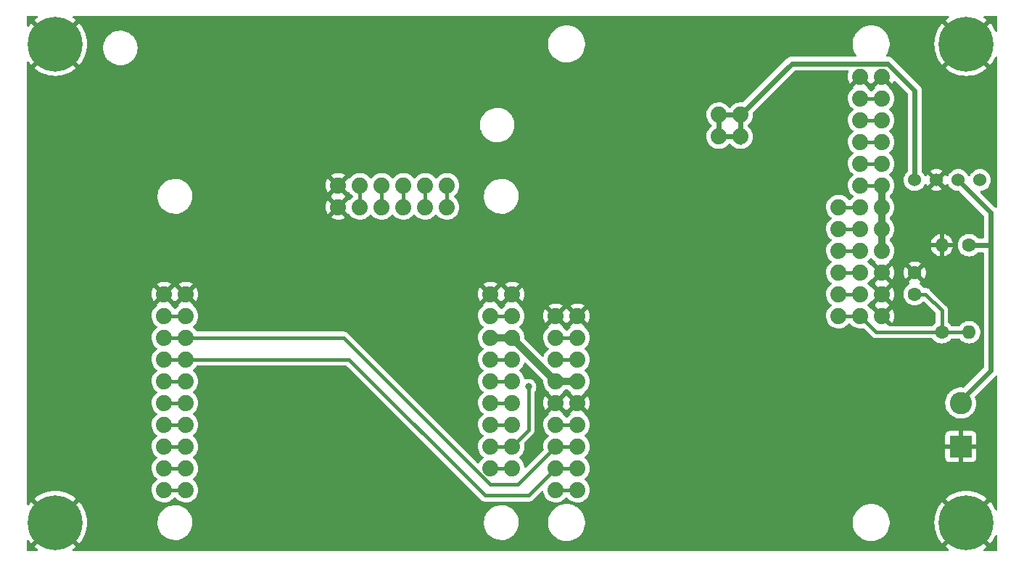
<source format=gtl>
G04 #@! TF.GenerationSoftware,KiCad,Pcbnew,(6.0.5-0)*
G04 #@! TF.CreationDate,2022-08-12T12:05:35-04:00*
G04 #@! TF.ProjectId,Cryologger GVT,4372796f-6c6f-4676-9765-72204756542e,rev?*
G04 #@! TF.SameCoordinates,Original*
G04 #@! TF.FileFunction,Copper,L1,Top*
G04 #@! TF.FilePolarity,Positive*
%FSLAX46Y46*%
G04 Gerber Fmt 4.6, Leading zero omitted, Abs format (unit mm)*
G04 Created by KiCad (PCBNEW (6.0.5-0)) date 2022-08-12 12:05:35*
%MOMM*%
%LPD*%
G01*
G04 APERTURE LIST*
G04 #@! TA.AperFunction,ComponentPad*
%ADD10C,1.524000*%
G04 #@! TD*
G04 #@! TA.AperFunction,ComponentPad*
%ADD11R,2.600000X2.600000*%
G04 #@! TD*
G04 #@! TA.AperFunction,ComponentPad*
%ADD12C,2.600000*%
G04 #@! TD*
G04 #@! TA.AperFunction,ComponentPad*
%ADD13C,1.879600*%
G04 #@! TD*
G04 #@! TA.AperFunction,ComponentPad*
%ADD14C,1.600000*%
G04 #@! TD*
G04 #@! TA.AperFunction,ComponentPad*
%ADD15O,1.600000X1.600000*%
G04 #@! TD*
G04 #@! TA.AperFunction,ComponentPad*
%ADD16C,6.400000*%
G04 #@! TD*
G04 #@! TA.AperFunction,ViaPad*
%ADD17C,0.800000*%
G04 #@! TD*
G04 #@! TA.AperFunction,Conductor*
%ADD18C,0.406400*%
G04 #@! TD*
G04 #@! TA.AperFunction,Conductor*
%ADD19C,0.812800*%
G04 #@! TD*
G04 #@! TA.AperFunction,Conductor*
%ADD20C,0.609600*%
G04 #@! TD*
G04 APERTURE END LIST*
D10*
X195580000Y-81915000D03*
X198120000Y-81915000D03*
X200660000Y-81915000D03*
X203200000Y-81915000D03*
D11*
X200965000Y-113035000D03*
D12*
X200965000Y-107955000D03*
D13*
X110490000Y-95250000D03*
X107950000Y-95250000D03*
X107950000Y-97790000D03*
X110490000Y-97790000D03*
X107950000Y-100330000D03*
X110490000Y-100330000D03*
X107950000Y-102870000D03*
X110490000Y-102870000D03*
X107950000Y-105410000D03*
X110490000Y-105410000D03*
X107950000Y-107950000D03*
X110490000Y-107950000D03*
X110490000Y-110490000D03*
X107950000Y-110490000D03*
X110490000Y-113030000D03*
X107950000Y-113030000D03*
X107950000Y-115570000D03*
X110490000Y-115570000D03*
X107950000Y-118110000D03*
X110490000Y-118110000D03*
X128270000Y-85090000D03*
X128270000Y-82550000D03*
X130810000Y-85090000D03*
X130810000Y-82550000D03*
X133350000Y-85090000D03*
X133350000Y-82550000D03*
X135890000Y-85090000D03*
X135890000Y-82550000D03*
X138430000Y-85090000D03*
X138430000Y-82550000D03*
X140970000Y-85090000D03*
X140970000Y-82550000D03*
X148590000Y-95250000D03*
X146050000Y-95250000D03*
X148590000Y-97790000D03*
X146050000Y-97790000D03*
X148590000Y-100330000D03*
X146050000Y-100330000D03*
X146050000Y-102870000D03*
X148590000Y-102870000D03*
X148590000Y-105410000D03*
X146050000Y-105410000D03*
X148590000Y-107950000D03*
X146050000Y-107950000D03*
X148590000Y-110490000D03*
X146050000Y-110490000D03*
X146050000Y-113030000D03*
X148590000Y-113030000D03*
X148590000Y-115570000D03*
X146050000Y-115570000D03*
X153670000Y-97790000D03*
X156210000Y-97790000D03*
X156210000Y-100330000D03*
X153670000Y-100330000D03*
X156210000Y-102870000D03*
X153670000Y-102870000D03*
X153670000Y-105410000D03*
X156210000Y-105410000D03*
X153670000Y-107950000D03*
X156210000Y-107950000D03*
X153670000Y-110490000D03*
X156210000Y-110490000D03*
X153670000Y-113030000D03*
X156210000Y-113030000D03*
X153670000Y-115570000D03*
X156210000Y-115570000D03*
X156210000Y-118110000D03*
X153670000Y-118110000D03*
X189230000Y-69850000D03*
X191770000Y-69850000D03*
X189230000Y-72390000D03*
X191770000Y-72390000D03*
X189230000Y-74930000D03*
X191770000Y-74930000D03*
X189230000Y-77470000D03*
X191770000Y-77470000D03*
X191770000Y-80010000D03*
X189230000Y-80010000D03*
X191770000Y-82550000D03*
X189230000Y-82550000D03*
X191770000Y-85090000D03*
X191770000Y-87630000D03*
X191770000Y-90170000D03*
X191770000Y-92710000D03*
X191770000Y-95250000D03*
X191770000Y-97790000D03*
X186690000Y-85090000D03*
X189230000Y-85090000D03*
X186690000Y-87630000D03*
X189230000Y-87630000D03*
X189230000Y-90170000D03*
X186690000Y-90170000D03*
X186690000Y-92710000D03*
X189230000Y-92710000D03*
X189230000Y-95250000D03*
X186690000Y-95250000D03*
X189230000Y-97790000D03*
X186690000Y-97790000D03*
X175260000Y-76835000D03*
X175260000Y-74295000D03*
X172720000Y-76835000D03*
X172720000Y-74295000D03*
D14*
X201930000Y-89515000D03*
D15*
X201930000Y-99675000D03*
D16*
X95250000Y-66040000D03*
X201600000Y-121925000D03*
D14*
X195580000Y-95230000D03*
X195580000Y-92730000D03*
D16*
X95250000Y-121920000D03*
D14*
X198755000Y-99675000D03*
D15*
X198755000Y-89515000D03*
D16*
X201600003Y-66045004D03*
D17*
X150495000Y-106045000D03*
X104140000Y-119380000D03*
X99060000Y-114300000D03*
X126365000Y-110490000D03*
X106172000Y-71120000D03*
X95250000Y-80772000D03*
X126365000Y-123190000D03*
X184785000Y-109728000D03*
X145796000Y-70612000D03*
X173228000Y-67310000D03*
X160020000Y-78105000D03*
X195580000Y-102870000D03*
X151130000Y-89916000D03*
X138430000Y-89535000D03*
X173228000Y-83312000D03*
X97536000Y-98044000D03*
X173228000Y-100076000D03*
X196088000Y-121920000D03*
X126365000Y-96520000D03*
X114935000Y-89535000D03*
X199644000Y-72644000D03*
X173228000Y-120015000D03*
X163830000Y-109855000D03*
D18*
X140970000Y-82550000D02*
X140970000Y-85090000D01*
X138430000Y-85090000D02*
X138430000Y-82550000D01*
X135890000Y-82550000D02*
X135890000Y-85090000D01*
X133350000Y-85090000D02*
X133350000Y-82550000D01*
X130810000Y-82550000D02*
X130810000Y-85090000D01*
X146050000Y-115570000D02*
X148590000Y-115570000D01*
X148590000Y-113030000D02*
X146050000Y-113030000D01*
X146050000Y-110490000D02*
X148590000Y-110490000D01*
X146050000Y-107950000D02*
X148590000Y-107950000D01*
X148590000Y-105410000D02*
X146050000Y-105410000D01*
X146050000Y-102870000D02*
X148590000Y-102870000D01*
D19*
X148590000Y-100330000D02*
X146050000Y-100330000D01*
D18*
X146050000Y-97790000D02*
X148590000Y-97790000D01*
X107950000Y-97790000D02*
X110490000Y-97790000D01*
X110490000Y-118110000D02*
X107950000Y-118110000D01*
X107950000Y-115570000D02*
X110490000Y-115570000D01*
X110490000Y-113030000D02*
X107950000Y-113030000D01*
X107950000Y-110490000D02*
X110490000Y-110490000D01*
X110490000Y-107950000D02*
X107950000Y-107950000D01*
X107950000Y-105410000D02*
X110490000Y-105410000D01*
D20*
X172720000Y-76835000D02*
X175260000Y-76835000D01*
X172720000Y-74295000D02*
X172720000Y-76835000D01*
X175260000Y-74295000D02*
X175260000Y-77470000D01*
X175260000Y-74295000D02*
X181250711Y-68304289D01*
X195580000Y-71474033D02*
X195580000Y-81915000D01*
X181250711Y-68304289D02*
X192410256Y-68304289D01*
X192410256Y-68304289D02*
X195580000Y-71474033D01*
D18*
X189230000Y-72390000D02*
X191770000Y-72390000D01*
X189230000Y-74930000D02*
X191770000Y-74930000D01*
X189230000Y-77470000D02*
X191770000Y-77470000D01*
X189230000Y-80010000D02*
X191770000Y-80010000D01*
X189230000Y-82550000D02*
X191770000Y-82550000D01*
X186690000Y-85090000D02*
X189230000Y-85090000D01*
X189230000Y-87630000D02*
X186690000Y-87630000D01*
X186690000Y-90170000D02*
X189230000Y-90170000D01*
X189230000Y-92710000D02*
X186690000Y-92710000D01*
X186690000Y-95250000D02*
X189230000Y-95250000D01*
X189230000Y-97790000D02*
X186690000Y-97790000D01*
X153670000Y-118110000D02*
X156210000Y-118110000D01*
X153670000Y-115570000D02*
X156210000Y-115570000D01*
X153670000Y-113030000D02*
X156210000Y-113030000D01*
X153670000Y-110490000D02*
X156210000Y-110490000D01*
D19*
X153670000Y-105410000D02*
X156210000Y-105410000D01*
D18*
X153670000Y-102870000D02*
X156210000Y-102870000D01*
X153670000Y-100330000D02*
X156210000Y-100330000D01*
X150495000Y-106045000D02*
X150495000Y-111125000D01*
X150495000Y-111125000D02*
X148590000Y-113030000D01*
X189230000Y-97790000D02*
X191115000Y-99675000D01*
X198755000Y-97155000D02*
X196850000Y-95250000D01*
X196850000Y-95250000D02*
X195580000Y-95250000D01*
X198755000Y-99695000D02*
X198755000Y-97155000D01*
X201930000Y-99695000D02*
X198755000Y-99695000D01*
X191115000Y-99675000D02*
X198755000Y-99675000D01*
D20*
X201930000Y-89535000D02*
X204470000Y-89535000D01*
X204470000Y-104140000D02*
X204470000Y-85725000D01*
X200660000Y-107950000D02*
X204470000Y-104140000D01*
X204470000Y-85725000D02*
X200660000Y-81915000D01*
D19*
X191770000Y-82550000D02*
X191770000Y-90170000D01*
X148590000Y-100330000D02*
X153670000Y-105410000D01*
D18*
X149225000Y-117475000D02*
X153670000Y-113030000D01*
X107950000Y-100330000D02*
X128905000Y-100330000D01*
X128905000Y-100330000D02*
X146050000Y-117475000D01*
X146050000Y-117475000D02*
X149225000Y-117475000D01*
X153670000Y-115570000D02*
X150495000Y-118745000D01*
X150495000Y-118745000D02*
X145415000Y-118745000D01*
X129540000Y-102870000D02*
X107950000Y-102870000D01*
X145415000Y-118745000D02*
X129540000Y-102870000D01*
D20*
X175260000Y-74295000D02*
X172720000Y-74295000D01*
G04 #@! TA.AperFunction,Conductor*
G36*
X93168437Y-62758502D02*
G01*
X93214930Y-62812158D01*
X93225034Y-62882432D01*
X93195540Y-62947012D01*
X93168940Y-62970173D01*
X93070265Y-63034253D01*
X93064939Y-63038123D01*
X92826165Y-63231478D01*
X92817700Y-63243733D01*
X92824034Y-63254824D01*
X95237188Y-65667978D01*
X95251132Y-65675592D01*
X95252965Y-65675461D01*
X95259580Y-65671210D01*
X97675100Y-63255690D01*
X97682241Y-63242614D01*
X97674784Y-63232247D01*
X97435065Y-63038126D01*
X97429728Y-63034249D01*
X97331059Y-62970172D01*
X97284822Y-62916296D01*
X97275053Y-62845975D01*
X97304853Y-62781535D01*
X97364762Y-62743436D01*
X97399684Y-62738500D01*
X199458024Y-62738500D01*
X199526145Y-62758502D01*
X199572638Y-62812158D01*
X199582742Y-62882432D01*
X199553248Y-62947012D01*
X199526649Y-62970172D01*
X199420273Y-63039253D01*
X199414942Y-63043127D01*
X199176168Y-63236482D01*
X199167703Y-63248737D01*
X199174037Y-63259828D01*
X201587191Y-65672982D01*
X201601135Y-65680596D01*
X201602968Y-65680465D01*
X201609583Y-65676214D01*
X204025103Y-63260694D01*
X204032244Y-63247618D01*
X204024787Y-63237251D01*
X203785068Y-63043130D01*
X203779736Y-63039256D01*
X203673357Y-62970173D01*
X203627120Y-62916296D01*
X203617350Y-62845975D01*
X203647150Y-62781535D01*
X203707058Y-62743436D01*
X203741981Y-62738500D01*
X205105500Y-62738500D01*
X205173621Y-62758502D01*
X205220114Y-62812158D01*
X205231500Y-62864500D01*
X205231500Y-64480144D01*
X205211498Y-64548265D01*
X205157842Y-64594758D01*
X205087568Y-64604862D01*
X205022988Y-64575368D01*
X204992665Y-64534457D01*
X204992079Y-64534755D01*
X204817131Y-64191401D01*
X204813834Y-64185691D01*
X204605750Y-63865269D01*
X204601880Y-63859943D01*
X204408525Y-63621169D01*
X204396270Y-63612704D01*
X204385179Y-63619038D01*
X201972025Y-66032192D01*
X201964411Y-66046136D01*
X201964542Y-66047969D01*
X201968793Y-66054584D01*
X204384313Y-68470104D01*
X204397389Y-68477245D01*
X204407756Y-68469788D01*
X204601880Y-68230065D01*
X204605750Y-68224739D01*
X204813834Y-67904317D01*
X204817131Y-67898607D01*
X204992079Y-67555253D01*
X204992897Y-67555670D01*
X205036372Y-67504520D01*
X205104299Y-67483870D01*
X205172607Y-67503222D01*
X205219610Y-67556432D01*
X205231500Y-67609864D01*
X205231500Y-85031856D01*
X205211498Y-85099977D01*
X205157842Y-85146470D01*
X205087568Y-85156574D01*
X205022988Y-85127080D01*
X205016094Y-85120640D01*
X204985335Y-85089665D01*
X204985331Y-85089661D01*
X204982841Y-85087154D01*
X204981800Y-85086494D01*
X204980565Y-85085385D01*
X203285808Y-83390628D01*
X203251782Y-83328316D01*
X203256847Y-83257501D01*
X203299394Y-83200665D01*
X203363922Y-83176012D01*
X203421463Y-83170978D01*
X203565051Y-83132503D01*
X203630886Y-83114863D01*
X203630888Y-83114862D01*
X203636196Y-83113440D01*
X203687270Y-83089624D01*
X203832690Y-83021814D01*
X203832695Y-83021811D01*
X203837677Y-83019488D01*
X203969999Y-82926835D01*
X204015270Y-82895136D01*
X204015273Y-82895134D01*
X204019781Y-82891977D01*
X204176977Y-82734781D01*
X204214870Y-82680665D01*
X204301331Y-82557185D01*
X204301332Y-82557183D01*
X204304488Y-82552676D01*
X204306811Y-82547694D01*
X204306814Y-82547689D01*
X204396117Y-82356178D01*
X204396118Y-82356177D01*
X204398440Y-82351196D01*
X204455978Y-82136463D01*
X204475353Y-81915000D01*
X204455978Y-81693537D01*
X204398440Y-81478804D01*
X204355805Y-81387373D01*
X204306814Y-81282311D01*
X204306811Y-81282306D01*
X204304488Y-81277324D01*
X204280924Y-81243671D01*
X204180136Y-81099730D01*
X204180134Y-81099727D01*
X204176977Y-81095219D01*
X204019781Y-80938023D01*
X204015273Y-80934866D01*
X204015270Y-80934864D01*
X203922526Y-80869924D01*
X203837677Y-80810512D01*
X203832695Y-80808189D01*
X203832690Y-80808186D01*
X203641178Y-80718883D01*
X203641177Y-80718882D01*
X203636196Y-80716560D01*
X203630888Y-80715138D01*
X203630886Y-80715137D01*
X203565051Y-80697497D01*
X203421463Y-80659022D01*
X203200000Y-80639647D01*
X202978537Y-80659022D01*
X202834949Y-80697497D01*
X202769114Y-80715137D01*
X202769112Y-80715138D01*
X202763804Y-80716560D01*
X202758823Y-80718882D01*
X202758822Y-80718883D01*
X202567311Y-80808186D01*
X202567306Y-80808189D01*
X202562324Y-80810512D01*
X202557817Y-80813668D01*
X202557815Y-80813669D01*
X202384730Y-80934864D01*
X202384727Y-80934866D01*
X202380219Y-80938023D01*
X202223023Y-81095219D01*
X202219866Y-81099727D01*
X202219864Y-81099730D01*
X202119076Y-81243671D01*
X202095512Y-81277324D01*
X202093189Y-81282306D01*
X202093186Y-81282311D01*
X202044195Y-81387373D01*
X201997277Y-81440658D01*
X201929000Y-81460119D01*
X201861040Y-81439577D01*
X201815805Y-81387373D01*
X201766814Y-81282311D01*
X201766811Y-81282306D01*
X201764488Y-81277324D01*
X201740924Y-81243671D01*
X201640136Y-81099730D01*
X201640134Y-81099727D01*
X201636977Y-81095219D01*
X201479781Y-80938023D01*
X201475273Y-80934866D01*
X201475270Y-80934864D01*
X201382526Y-80869924D01*
X201297677Y-80810512D01*
X201292695Y-80808189D01*
X201292690Y-80808186D01*
X201101178Y-80718883D01*
X201101177Y-80718882D01*
X201096196Y-80716560D01*
X201090888Y-80715138D01*
X201090886Y-80715137D01*
X201025051Y-80697497D01*
X200881463Y-80659022D01*
X200660000Y-80639647D01*
X200438537Y-80659022D01*
X200294949Y-80697497D01*
X200229114Y-80715137D01*
X200229112Y-80715138D01*
X200223804Y-80716560D01*
X200218823Y-80718882D01*
X200218822Y-80718883D01*
X200027311Y-80808186D01*
X200027306Y-80808189D01*
X200022324Y-80810512D01*
X200017817Y-80813668D01*
X200017815Y-80813669D01*
X199844730Y-80934864D01*
X199844727Y-80934866D01*
X199840219Y-80938023D01*
X199683023Y-81095219D01*
X199679866Y-81099727D01*
X199679864Y-81099730D01*
X199579076Y-81243671D01*
X199555512Y-81277324D01*
X199553189Y-81282306D01*
X199553186Y-81282311D01*
X199503919Y-81387965D01*
X199457001Y-81441250D01*
X199388724Y-81460711D01*
X199320764Y-81440169D01*
X199275529Y-81387965D01*
X199226377Y-81282559D01*
X199220897Y-81273068D01*
X199190206Y-81229235D01*
X199179729Y-81220860D01*
X199166282Y-81227928D01*
X198492022Y-81902188D01*
X198484408Y-81916132D01*
X198484539Y-81917965D01*
X198488790Y-81924580D01*
X199167003Y-82602793D01*
X199178777Y-82609223D01*
X199190793Y-82599926D01*
X199220897Y-82556932D01*
X199226377Y-82547441D01*
X199275529Y-82442035D01*
X199322447Y-82388750D01*
X199390724Y-82369289D01*
X199458684Y-82389831D01*
X199503919Y-82442035D01*
X199553186Y-82547689D01*
X199553189Y-82547694D01*
X199555512Y-82552676D01*
X199558668Y-82557183D01*
X199558669Y-82557185D01*
X199645131Y-82680665D01*
X199683023Y-82734781D01*
X199840219Y-82891977D01*
X199844727Y-82895134D01*
X199844730Y-82895136D01*
X199890001Y-82926835D01*
X200022323Y-83019488D01*
X200027305Y-83021811D01*
X200027310Y-83021814D01*
X200172730Y-83089624D01*
X200223804Y-83113440D01*
X200229112Y-83114862D01*
X200229114Y-83114863D01*
X200294949Y-83132503D01*
X200438537Y-83170978D01*
X200660000Y-83190353D01*
X200665475Y-83189874D01*
X200665477Y-83189874D01*
X200716575Y-83185404D01*
X200786179Y-83199394D01*
X200816650Y-83221830D01*
X203619795Y-86024975D01*
X203653821Y-86087287D01*
X203656700Y-86114070D01*
X203656700Y-88595700D01*
X203636698Y-88663821D01*
X203583042Y-88710314D01*
X203530700Y-88721700D01*
X203037121Y-88721700D01*
X202969000Y-88701698D01*
X202940602Y-88676695D01*
X202939357Y-88675211D01*
X202936198Y-88670700D01*
X202774300Y-88508802D01*
X202769792Y-88505645D01*
X202769789Y-88505643D01*
X202686266Y-88447160D01*
X202586749Y-88377477D01*
X202581767Y-88375154D01*
X202581762Y-88375151D01*
X202384225Y-88283039D01*
X202384224Y-88283039D01*
X202379243Y-88280716D01*
X202373935Y-88279294D01*
X202373933Y-88279293D01*
X202163402Y-88222881D01*
X202163400Y-88222881D01*
X202158087Y-88221457D01*
X201930000Y-88201502D01*
X201701913Y-88221457D01*
X201696600Y-88222881D01*
X201696598Y-88222881D01*
X201486067Y-88279293D01*
X201486065Y-88279294D01*
X201480757Y-88280716D01*
X201475776Y-88283039D01*
X201475775Y-88283039D01*
X201278238Y-88375151D01*
X201278233Y-88375154D01*
X201273251Y-88377477D01*
X201173734Y-88447160D01*
X201090211Y-88505643D01*
X201090208Y-88505645D01*
X201085700Y-88508802D01*
X200923802Y-88670700D01*
X200792477Y-88858251D01*
X200790154Y-88863233D01*
X200790151Y-88863238D01*
X200704485Y-89046952D01*
X200695716Y-89065757D01*
X200694294Y-89071065D01*
X200694293Y-89071067D01*
X200644599Y-89256525D01*
X200636457Y-89286913D01*
X200616502Y-89515000D01*
X200636457Y-89743087D01*
X200637881Y-89748400D01*
X200637881Y-89748402D01*
X200676547Y-89892702D01*
X200695716Y-89964243D01*
X200698039Y-89969224D01*
X200698039Y-89969225D01*
X200790151Y-90166762D01*
X200790154Y-90166767D01*
X200792477Y-90171749D01*
X200795634Y-90176257D01*
X200918116Y-90351179D01*
X200923802Y-90359300D01*
X201085700Y-90521198D01*
X201090208Y-90524355D01*
X201090211Y-90524357D01*
X201168389Y-90579098D01*
X201273251Y-90652523D01*
X201278233Y-90654846D01*
X201278238Y-90654849D01*
X201385750Y-90704982D01*
X201480757Y-90749284D01*
X201486065Y-90750706D01*
X201486067Y-90750707D01*
X201696598Y-90807119D01*
X201696600Y-90807119D01*
X201701913Y-90808543D01*
X201930000Y-90828498D01*
X202158087Y-90808543D01*
X202163400Y-90807119D01*
X202163402Y-90807119D01*
X202373933Y-90750707D01*
X202373935Y-90750706D01*
X202379243Y-90749284D01*
X202474250Y-90704982D01*
X202581762Y-90654849D01*
X202581767Y-90654846D01*
X202586749Y-90652523D01*
X202691611Y-90579098D01*
X202769789Y-90524357D01*
X202769792Y-90524355D01*
X202774300Y-90521198D01*
X202910293Y-90385205D01*
X202972605Y-90351179D01*
X202999388Y-90348300D01*
X203530700Y-90348300D01*
X203598821Y-90368302D01*
X203645314Y-90421958D01*
X203656700Y-90474300D01*
X203656700Y-103750930D01*
X203636698Y-103819051D01*
X203619795Y-103840025D01*
X201330743Y-106129077D01*
X201268431Y-106163103D01*
X201221395Y-106164344D01*
X201127675Y-106149081D01*
X201127674Y-106149081D01*
X201123063Y-106148330D01*
X200988674Y-106146571D01*
X200858961Y-106144873D01*
X200858958Y-106144873D01*
X200854284Y-106144812D01*
X200587937Y-106181060D01*
X200329874Y-106256278D01*
X200325621Y-106258238D01*
X200325620Y-106258239D01*
X200298358Y-106270807D01*
X200085763Y-106368815D01*
X200081854Y-106371378D01*
X199864881Y-106513631D01*
X199864876Y-106513635D01*
X199860968Y-106516197D01*
X199833869Y-106540384D01*
X199710728Y-106650292D01*
X199660426Y-106695188D01*
X199591268Y-106778342D01*
X199502032Y-106885637D01*
X199488544Y-106901854D01*
X199349096Y-107131656D01*
X199347287Y-107135970D01*
X199347285Y-107135974D01*
X199291924Y-107267996D01*
X199245148Y-107379545D01*
X199178981Y-107640077D01*
X199152050Y-107907526D01*
X199152274Y-107912192D01*
X199152274Y-107912197D01*
X199157338Y-108017615D01*
X199164947Y-108176019D01*
X199217388Y-108439656D01*
X199308220Y-108692646D01*
X199310432Y-108696762D01*
X199310433Y-108696765D01*
X199352033Y-108774185D01*
X199435450Y-108929431D01*
X199438241Y-108933168D01*
X199438245Y-108933175D01*
X199502930Y-109019798D01*
X199596281Y-109144810D01*
X199599590Y-109148090D01*
X199599595Y-109148096D01*
X199771334Y-109318342D01*
X199787180Y-109334050D01*
X199790942Y-109336808D01*
X199790945Y-109336811D01*
X199933545Y-109441369D01*
X200003954Y-109492995D01*
X200008089Y-109495171D01*
X200008093Y-109495173D01*
X200221860Y-109607642D01*
X200241840Y-109618154D01*
X200384346Y-109667919D01*
X200420436Y-109680522D01*
X200495613Y-109706775D01*
X200500206Y-109707647D01*
X200755109Y-109756042D01*
X200755112Y-109756042D01*
X200759698Y-109756913D01*
X200887370Y-109761929D01*
X201023625Y-109767283D01*
X201023630Y-109767283D01*
X201028293Y-109767466D01*
X201132607Y-109756042D01*
X201290844Y-109738713D01*
X201290850Y-109738712D01*
X201295497Y-109738203D01*
X201300021Y-109737012D01*
X201550918Y-109670956D01*
X201550920Y-109670955D01*
X201555441Y-109669765D01*
X201559738Y-109667919D01*
X201798120Y-109565502D01*
X201798122Y-109565501D01*
X201802414Y-109563657D01*
X201921071Y-109490230D01*
X202027017Y-109424669D01*
X202027021Y-109424666D01*
X202030990Y-109422210D01*
X202236149Y-109248530D01*
X202413382Y-109046434D01*
X202452331Y-108985882D01*
X202556269Y-108824291D01*
X202558797Y-108820361D01*
X202669199Y-108575278D01*
X202693356Y-108489624D01*
X202740893Y-108321072D01*
X202740894Y-108321069D01*
X202742163Y-108316568D01*
X202760043Y-108176019D01*
X202775688Y-108053045D01*
X202775688Y-108053041D01*
X202776086Y-108049915D01*
X202778571Y-107955000D01*
X202777950Y-107946646D01*
X202758996Y-107691592D01*
X202758996Y-107691591D01*
X202758650Y-107686937D01*
X202756557Y-107677685D01*
X202700361Y-107429331D01*
X202700360Y-107429326D01*
X202699327Y-107424763D01*
X202627232Y-107239373D01*
X202621184Y-107168634D01*
X202655570Y-107104610D01*
X205016405Y-104743775D01*
X205078717Y-104709749D01*
X205149532Y-104714814D01*
X205206368Y-104757361D01*
X205231179Y-104823881D01*
X205231500Y-104832870D01*
X205231500Y-120360147D01*
X205211498Y-120428268D01*
X205157842Y-120474761D01*
X205087568Y-120484865D01*
X205022988Y-120455371D01*
X204992661Y-120414453D01*
X204992076Y-120414751D01*
X204817128Y-120071397D01*
X204813831Y-120065687D01*
X204605747Y-119745265D01*
X204601877Y-119739939D01*
X204408522Y-119501165D01*
X204396267Y-119492700D01*
X204385176Y-119499034D01*
X201972022Y-121912188D01*
X201964408Y-121926132D01*
X201964539Y-121927965D01*
X201968790Y-121934580D01*
X204384310Y-124350100D01*
X204397386Y-124357241D01*
X204407753Y-124349784D01*
X204601877Y-124110061D01*
X204605747Y-124104735D01*
X204813831Y-123784313D01*
X204817128Y-123778603D01*
X204992076Y-123435249D01*
X204992893Y-123435666D01*
X205036368Y-123384512D01*
X205104294Y-123363859D01*
X205172603Y-123383208D01*
X205219608Y-123436417D01*
X205231500Y-123489853D01*
X205231500Y-125095500D01*
X205211498Y-125163621D01*
X205157842Y-125210114D01*
X205105500Y-125221500D01*
X203757383Y-125221500D01*
X203689262Y-125201498D01*
X203642769Y-125147842D01*
X203632665Y-125077568D01*
X203662159Y-125012988D01*
X203688759Y-124989827D01*
X203779733Y-124930748D01*
X203785065Y-124926874D01*
X204023835Y-124733522D01*
X204032300Y-124721267D01*
X204025966Y-124710176D01*
X201612812Y-122297022D01*
X201598868Y-122289408D01*
X201597035Y-122289539D01*
X201590420Y-122293790D01*
X199174900Y-124709310D01*
X199167759Y-124722386D01*
X199175216Y-124732753D01*
X199414935Y-124926874D01*
X199420267Y-124930748D01*
X199511241Y-124989827D01*
X199557478Y-125043704D01*
X199567248Y-125114025D01*
X199537448Y-125178465D01*
X199477540Y-125216564D01*
X199442617Y-125221500D01*
X97399684Y-125221500D01*
X97331563Y-125201498D01*
X97285070Y-125147842D01*
X97274966Y-125077568D01*
X97304460Y-125012988D01*
X97331059Y-124989828D01*
X97429728Y-124925751D01*
X97435065Y-124921874D01*
X97673835Y-124728522D01*
X97682300Y-124716267D01*
X97675966Y-124705176D01*
X95262812Y-122292022D01*
X95248868Y-122284408D01*
X95247035Y-122284539D01*
X95240420Y-122288790D01*
X92824900Y-124704310D01*
X92817759Y-124717386D01*
X92825216Y-124727753D01*
X93064935Y-124921874D01*
X93070272Y-124925751D01*
X93168941Y-124989828D01*
X93215178Y-125043704D01*
X93224947Y-125114025D01*
X93195147Y-125178465D01*
X93135238Y-125216564D01*
X93100316Y-125221500D01*
X92074500Y-125221500D01*
X92006379Y-125201498D01*
X91959886Y-125147842D01*
X91948500Y-125095500D01*
X91948500Y-124069684D01*
X91968502Y-124001563D01*
X92022158Y-123955070D01*
X92092432Y-123944966D01*
X92157012Y-123974460D01*
X92180173Y-124001060D01*
X92244253Y-124099735D01*
X92248123Y-124105061D01*
X92441478Y-124343835D01*
X92453733Y-124352300D01*
X92464824Y-124345966D01*
X94877978Y-121932812D01*
X94884356Y-121921132D01*
X95614408Y-121921132D01*
X95614539Y-121922965D01*
X95618790Y-121929580D01*
X98034310Y-124345100D01*
X98047386Y-124352241D01*
X98057753Y-124344784D01*
X98251877Y-124105061D01*
X98255747Y-124099735D01*
X98463831Y-123779313D01*
X98467128Y-123773603D01*
X98640578Y-123433189D01*
X98643260Y-123427164D01*
X98780171Y-123070498D01*
X98782212Y-123064216D01*
X98881094Y-122695184D01*
X98882465Y-122688734D01*
X98942234Y-122311371D01*
X98942920Y-122304833D01*
X98962916Y-121923301D01*
X98962916Y-121916699D01*
X98959362Y-121848894D01*
X107183778Y-121848894D01*
X107183931Y-121853282D01*
X107183931Y-121853288D01*
X107191797Y-122078527D01*
X107193698Y-122132973D01*
X107243058Y-122412907D01*
X107244413Y-122417078D01*
X107244415Y-122417085D01*
X107286088Y-122545340D01*
X107330897Y-122683247D01*
X107332825Y-122687200D01*
X107332827Y-122687205D01*
X107388615Y-122801587D01*
X107455505Y-122938731D01*
X107457960Y-122942370D01*
X107457963Y-122942376D01*
X107611997Y-123170741D01*
X107612002Y-123170748D01*
X107614457Y-123174387D01*
X107617401Y-123177656D01*
X107617402Y-123177658D01*
X107801711Y-123382354D01*
X107804659Y-123385628D01*
X108022409Y-123568342D01*
X108263469Y-123718973D01*
X108523147Y-123834589D01*
X108527375Y-123835801D01*
X108527374Y-123835801D01*
X108767150Y-123904556D01*
X108796388Y-123912940D01*
X108800738Y-123913551D01*
X108800741Y-123913552D01*
X108905217Y-123928235D01*
X109077874Y-123952500D01*
X109290976Y-123952500D01*
X109293161Y-123952347D01*
X109293167Y-123952347D01*
X109499175Y-123937942D01*
X109499180Y-123937941D01*
X109503560Y-123937635D01*
X109781601Y-123878535D01*
X109785732Y-123877031D01*
X109785737Y-123877030D01*
X109932988Y-123823435D01*
X110048711Y-123781315D01*
X110170336Y-123716646D01*
X110295799Y-123649937D01*
X110295805Y-123649933D01*
X110299691Y-123647867D01*
X110303251Y-123645281D01*
X110303255Y-123645278D01*
X110526093Y-123483376D01*
X110526096Y-123483374D01*
X110529656Y-123480787D01*
X110575603Y-123436417D01*
X110730968Y-123286383D01*
X110730971Y-123286379D01*
X110734130Y-123283329D01*
X110909133Y-123059335D01*
X110999577Y-122902683D01*
X111049055Y-122816985D01*
X111049058Y-122816980D01*
X111051260Y-122813165D01*
X111052910Y-122809081D01*
X111052913Y-122809075D01*
X111156093Y-122553693D01*
X111156094Y-122553690D01*
X111157742Y-122549611D01*
X111226509Y-122273802D01*
X111249411Y-122055913D01*
X111255763Y-121995475D01*
X111255763Y-121995472D01*
X111256222Y-121991106D01*
X111254361Y-121937812D01*
X111251256Y-121848894D01*
X145283778Y-121848894D01*
X145283931Y-121853282D01*
X145283931Y-121853288D01*
X145291797Y-122078527D01*
X145293698Y-122132973D01*
X145343058Y-122412907D01*
X145344413Y-122417078D01*
X145344415Y-122417085D01*
X145386088Y-122545340D01*
X145430897Y-122683247D01*
X145432825Y-122687200D01*
X145432827Y-122687205D01*
X145488615Y-122801587D01*
X145555505Y-122938731D01*
X145557960Y-122942370D01*
X145557963Y-122942376D01*
X145711997Y-123170741D01*
X145712002Y-123170748D01*
X145714457Y-123174387D01*
X145717401Y-123177656D01*
X145717402Y-123177658D01*
X145901711Y-123382354D01*
X145904659Y-123385628D01*
X146122409Y-123568342D01*
X146363469Y-123718973D01*
X146623147Y-123834589D01*
X146627375Y-123835801D01*
X146627374Y-123835801D01*
X146867150Y-123904556D01*
X146896388Y-123912940D01*
X146900738Y-123913551D01*
X146900741Y-123913552D01*
X147005217Y-123928235D01*
X147177874Y-123952500D01*
X147390976Y-123952500D01*
X147393161Y-123952347D01*
X147393167Y-123952347D01*
X147599175Y-123937942D01*
X147599180Y-123937941D01*
X147603560Y-123937635D01*
X147881601Y-123878535D01*
X147885732Y-123877031D01*
X147885737Y-123877030D01*
X148032988Y-123823435D01*
X148148711Y-123781315D01*
X148270336Y-123716646D01*
X148395799Y-123649937D01*
X148395805Y-123649933D01*
X148399691Y-123647867D01*
X148403251Y-123645281D01*
X148403255Y-123645278D01*
X148626093Y-123483376D01*
X148626096Y-123483374D01*
X148629656Y-123480787D01*
X148675603Y-123436417D01*
X148830968Y-123286383D01*
X148830971Y-123286379D01*
X148834130Y-123283329D01*
X149009133Y-123059335D01*
X149099577Y-122902683D01*
X149149055Y-122816985D01*
X149149058Y-122816980D01*
X149151260Y-122813165D01*
X149152910Y-122809081D01*
X149152913Y-122809075D01*
X149256093Y-122553693D01*
X149256094Y-122553690D01*
X149257742Y-122549611D01*
X149326509Y-122273802D01*
X149349411Y-122055913D01*
X152779725Y-122055913D01*
X152780284Y-122060157D01*
X152780284Y-122060161D01*
X152782702Y-122078527D01*
X152818158Y-122347838D01*
X152819291Y-122351978D01*
X152819291Y-122351980D01*
X152894720Y-122627702D01*
X152895854Y-122631847D01*
X153011375Y-122902683D01*
X153162585Y-123155336D01*
X153346684Y-123385129D01*
X153349786Y-123388073D01*
X153349790Y-123388077D01*
X153444083Y-123477557D01*
X153560266Y-123587811D01*
X153799380Y-123759632D01*
X153940950Y-123834589D01*
X154025676Y-123879449D01*
X154059600Y-123897411D01*
X154063623Y-123898883D01*
X154063627Y-123898885D01*
X154332080Y-123997125D01*
X154336111Y-123998600D01*
X154623797Y-124061325D01*
X154653339Y-124063650D01*
X154852273Y-124079307D01*
X154852282Y-124079307D01*
X154854730Y-124079500D01*
X155014016Y-124079500D01*
X155016152Y-124079354D01*
X155016163Y-124079354D01*
X155229486Y-124064811D01*
X155229492Y-124064810D01*
X155233763Y-124064519D01*
X155237958Y-124063650D01*
X155237960Y-124063650D01*
X155377926Y-124034665D01*
X155522089Y-124004810D01*
X155799645Y-123906522D01*
X155939012Y-123834589D01*
X156057486Y-123773440D01*
X156057487Y-123773440D01*
X156061293Y-123771475D01*
X156302193Y-123602168D01*
X156481820Y-123435249D01*
X156514743Y-123404655D01*
X156514746Y-123404652D01*
X156517886Y-123401734D01*
X156528754Y-123388457D01*
X156635865Y-123257592D01*
X156704382Y-123173881D01*
X156846248Y-122942376D01*
X156855984Y-122926488D01*
X156855984Y-122926487D01*
X156858228Y-122922826D01*
X156976580Y-122653214D01*
X157057245Y-122370034D01*
X157098733Y-122078527D01*
X157098851Y-122055913D01*
X188339725Y-122055913D01*
X188340284Y-122060157D01*
X188340284Y-122060161D01*
X188342702Y-122078527D01*
X188378158Y-122347838D01*
X188379291Y-122351978D01*
X188379291Y-122351980D01*
X188454720Y-122627702D01*
X188455854Y-122631847D01*
X188571375Y-122902683D01*
X188722585Y-123155336D01*
X188906684Y-123385129D01*
X188909786Y-123388073D01*
X188909790Y-123388077D01*
X189004083Y-123477557D01*
X189120266Y-123587811D01*
X189359380Y-123759632D01*
X189500950Y-123834589D01*
X189585676Y-123879449D01*
X189619600Y-123897411D01*
X189623623Y-123898883D01*
X189623627Y-123898885D01*
X189892080Y-123997125D01*
X189896111Y-123998600D01*
X190183797Y-124061325D01*
X190213339Y-124063650D01*
X190412273Y-124079307D01*
X190412282Y-124079307D01*
X190414730Y-124079500D01*
X190574016Y-124079500D01*
X190576152Y-124079354D01*
X190576163Y-124079354D01*
X190789486Y-124064811D01*
X190789492Y-124064810D01*
X190793763Y-124064519D01*
X190797958Y-124063650D01*
X190797960Y-124063650D01*
X190937926Y-124034665D01*
X191082089Y-124004810D01*
X191359645Y-123906522D01*
X191499012Y-123834589D01*
X191617486Y-123773440D01*
X191617487Y-123773440D01*
X191621293Y-123771475D01*
X191862193Y-123602168D01*
X192041820Y-123435249D01*
X192074743Y-123404655D01*
X192074746Y-123404652D01*
X192077886Y-123401734D01*
X192088754Y-123388457D01*
X192195865Y-123257592D01*
X192264382Y-123173881D01*
X192406248Y-122942376D01*
X192415984Y-122926488D01*
X192415984Y-122926487D01*
X192418228Y-122922826D01*
X192536580Y-122653214D01*
X192617245Y-122370034D01*
X192658733Y-122078527D01*
X192659520Y-121928301D01*
X197887084Y-121928301D01*
X197907080Y-122309833D01*
X197907766Y-122316371D01*
X197967535Y-122693734D01*
X197968906Y-122700184D01*
X198067788Y-123069216D01*
X198069829Y-123075498D01*
X198206740Y-123432164D01*
X198209422Y-123438189D01*
X198382872Y-123778603D01*
X198386169Y-123784313D01*
X198594253Y-124104735D01*
X198598123Y-124110061D01*
X198791478Y-124348835D01*
X198803733Y-124357300D01*
X198814824Y-124350966D01*
X201227978Y-121937812D01*
X201235592Y-121923868D01*
X201235461Y-121922035D01*
X201231210Y-121915420D01*
X198815690Y-119499900D01*
X198802614Y-119492759D01*
X198792247Y-119500216D01*
X198598123Y-119739939D01*
X198594253Y-119745265D01*
X198386169Y-120065687D01*
X198382872Y-120071397D01*
X198209422Y-120411811D01*
X198206740Y-120417836D01*
X198069829Y-120774502D01*
X198067788Y-120780784D01*
X197968906Y-121149816D01*
X197967535Y-121156266D01*
X197907766Y-121533629D01*
X197907080Y-121540167D01*
X197887084Y-121921699D01*
X197887084Y-121928301D01*
X192659520Y-121928301D01*
X192659936Y-121848894D01*
X192660253Y-121788373D01*
X192660253Y-121788366D01*
X192660275Y-121784087D01*
X192657864Y-121765769D01*
X192630193Y-121555592D01*
X192621842Y-121492162D01*
X192614643Y-121465845D01*
X192545280Y-121212298D01*
X192545280Y-121212297D01*
X192544146Y-121208153D01*
X192428625Y-120937317D01*
X192277415Y-120684664D01*
X192093316Y-120454871D01*
X192090214Y-120451927D01*
X192090210Y-120451923D01*
X191903230Y-120274486D01*
X191879734Y-120252189D01*
X191640620Y-120080368D01*
X191416051Y-119961465D01*
X191384187Y-119944594D01*
X191384186Y-119944593D01*
X191380400Y-119942589D01*
X191376377Y-119941117D01*
X191376373Y-119941115D01*
X191107920Y-119842875D01*
X191107918Y-119842874D01*
X191103889Y-119841400D01*
X190816203Y-119778675D01*
X190771910Y-119775189D01*
X190587727Y-119760693D01*
X190587718Y-119760693D01*
X190585270Y-119760500D01*
X190425984Y-119760500D01*
X190423848Y-119760646D01*
X190423837Y-119760646D01*
X190210514Y-119775189D01*
X190210508Y-119775190D01*
X190206237Y-119775481D01*
X190202042Y-119776350D01*
X190202040Y-119776350D01*
X190062540Y-119805239D01*
X189917911Y-119835190D01*
X189640355Y-119933478D01*
X189636546Y-119935444D01*
X189384206Y-120065687D01*
X189378707Y-120068525D01*
X189375206Y-120070986D01*
X189375202Y-120070988D01*
X189364710Y-120078362D01*
X189137807Y-120237832D01*
X189101406Y-120271658D01*
X188955964Y-120406811D01*
X188922114Y-120438266D01*
X188919400Y-120441581D01*
X188919397Y-120441585D01*
X188892243Y-120474761D01*
X188735618Y-120666119D01*
X188665352Y-120780784D01*
X188591519Y-120901269D01*
X188581772Y-120917174D01*
X188463420Y-121186786D01*
X188382755Y-121469966D01*
X188341267Y-121761473D01*
X188340832Y-121844525D01*
X188340042Y-121995475D01*
X188339725Y-122055913D01*
X157098851Y-122055913D01*
X157099936Y-121848894D01*
X157100253Y-121788373D01*
X157100253Y-121788366D01*
X157100275Y-121784087D01*
X157097864Y-121765769D01*
X157070193Y-121555592D01*
X157061842Y-121492162D01*
X157054643Y-121465845D01*
X156985280Y-121212298D01*
X156985280Y-121212297D01*
X156984146Y-121208153D01*
X156868625Y-120937317D01*
X156717415Y-120684664D01*
X156533316Y-120454871D01*
X156530214Y-120451927D01*
X156530210Y-120451923D01*
X156343230Y-120274486D01*
X156319734Y-120252189D01*
X156080620Y-120080368D01*
X155856051Y-119961465D01*
X155824187Y-119944594D01*
X155824186Y-119944593D01*
X155820400Y-119942589D01*
X155816377Y-119941117D01*
X155816373Y-119941115D01*
X155547920Y-119842875D01*
X155547918Y-119842874D01*
X155543889Y-119841400D01*
X155256203Y-119778675D01*
X155211910Y-119775189D01*
X155027727Y-119760693D01*
X155027718Y-119760693D01*
X155025270Y-119760500D01*
X154865984Y-119760500D01*
X154863848Y-119760646D01*
X154863837Y-119760646D01*
X154650514Y-119775189D01*
X154650508Y-119775190D01*
X154646237Y-119775481D01*
X154642042Y-119776350D01*
X154642040Y-119776350D01*
X154502540Y-119805239D01*
X154357911Y-119835190D01*
X154080355Y-119933478D01*
X154076546Y-119935444D01*
X153824206Y-120065687D01*
X153818707Y-120068525D01*
X153815206Y-120070986D01*
X153815202Y-120070988D01*
X153804710Y-120078362D01*
X153577807Y-120237832D01*
X153541406Y-120271658D01*
X153395964Y-120406811D01*
X153362114Y-120438266D01*
X153359400Y-120441581D01*
X153359397Y-120441585D01*
X153332243Y-120474761D01*
X153175618Y-120666119D01*
X153105352Y-120780784D01*
X153031519Y-120901269D01*
X153021772Y-120917174D01*
X152903420Y-121186786D01*
X152822755Y-121469966D01*
X152781267Y-121761473D01*
X152780832Y-121844525D01*
X152780042Y-121995475D01*
X152779725Y-122055913D01*
X149349411Y-122055913D01*
X149355763Y-121995475D01*
X149355763Y-121995472D01*
X149356222Y-121991106D01*
X149354361Y-121937812D01*
X149346456Y-121711424D01*
X149346455Y-121711417D01*
X149346302Y-121707027D01*
X149320459Y-121560461D01*
X149297704Y-121431416D01*
X149296942Y-121427093D01*
X149295587Y-121422922D01*
X149295585Y-121422915D01*
X149210464Y-121160942D01*
X149209103Y-121156753D01*
X149084495Y-120901269D01*
X149082040Y-120897630D01*
X149082037Y-120897624D01*
X148928003Y-120669259D01*
X148927998Y-120669252D01*
X148925543Y-120665613D01*
X148824702Y-120553617D01*
X148738289Y-120457646D01*
X148738288Y-120457645D01*
X148735341Y-120454372D01*
X148517591Y-120271658D01*
X148276531Y-120121027D01*
X148016853Y-120005411D01*
X147797768Y-119942589D01*
X147747839Y-119928272D01*
X147747838Y-119928272D01*
X147743612Y-119927060D01*
X147739262Y-119926449D01*
X147739259Y-119926448D01*
X147634783Y-119911765D01*
X147462126Y-119887500D01*
X147249024Y-119887500D01*
X147246839Y-119887653D01*
X147246833Y-119887653D01*
X147040825Y-119902058D01*
X147040820Y-119902059D01*
X147036440Y-119902365D01*
X146758399Y-119961465D01*
X146754268Y-119962969D01*
X146754263Y-119962970D01*
X146640988Y-120004199D01*
X146491289Y-120058685D01*
X146467381Y-120071397D01*
X146244201Y-120190063D01*
X146244195Y-120190067D01*
X146240309Y-120192133D01*
X146236749Y-120194719D01*
X146236745Y-120194722D01*
X146126960Y-120274486D01*
X146010344Y-120359213D01*
X146007180Y-120362269D01*
X146007177Y-120362271D01*
X145809032Y-120553617D01*
X145809029Y-120553621D01*
X145805870Y-120556671D01*
X145630867Y-120780665D01*
X145563340Y-120897624D01*
X145538148Y-120941259D01*
X145488740Y-121026835D01*
X145487090Y-121030919D01*
X145487087Y-121030925D01*
X145383907Y-121286307D01*
X145382258Y-121290389D01*
X145313491Y-121566198D01*
X145313032Y-121570568D01*
X145313031Y-121570572D01*
X145290139Y-121788373D01*
X145283778Y-121848894D01*
X111251256Y-121848894D01*
X111246456Y-121711424D01*
X111246455Y-121711417D01*
X111246302Y-121707027D01*
X111220459Y-121560461D01*
X111197704Y-121431416D01*
X111196942Y-121427093D01*
X111195587Y-121422922D01*
X111195585Y-121422915D01*
X111110464Y-121160942D01*
X111109103Y-121156753D01*
X110984495Y-120901269D01*
X110982040Y-120897630D01*
X110982037Y-120897624D01*
X110828003Y-120669259D01*
X110827998Y-120669252D01*
X110825543Y-120665613D01*
X110724702Y-120553617D01*
X110638289Y-120457646D01*
X110638288Y-120457645D01*
X110635341Y-120454372D01*
X110417591Y-120271658D01*
X110176531Y-120121027D01*
X109916853Y-120005411D01*
X109697768Y-119942589D01*
X109647839Y-119928272D01*
X109647838Y-119928272D01*
X109643612Y-119927060D01*
X109639262Y-119926449D01*
X109639259Y-119926448D01*
X109534783Y-119911765D01*
X109362126Y-119887500D01*
X109149024Y-119887500D01*
X109146839Y-119887653D01*
X109146833Y-119887653D01*
X108940825Y-119902058D01*
X108940820Y-119902059D01*
X108936440Y-119902365D01*
X108658399Y-119961465D01*
X108654268Y-119962969D01*
X108654263Y-119962970D01*
X108540988Y-120004199D01*
X108391289Y-120058685D01*
X108367381Y-120071397D01*
X108144201Y-120190063D01*
X108144195Y-120190067D01*
X108140309Y-120192133D01*
X108136749Y-120194719D01*
X108136745Y-120194722D01*
X108026960Y-120274486D01*
X107910344Y-120359213D01*
X107907180Y-120362269D01*
X107907177Y-120362271D01*
X107709032Y-120553617D01*
X107709029Y-120553621D01*
X107705870Y-120556671D01*
X107530867Y-120780665D01*
X107463340Y-120897624D01*
X107438148Y-120941259D01*
X107388740Y-121026835D01*
X107387090Y-121030919D01*
X107387087Y-121030925D01*
X107283907Y-121286307D01*
X107282258Y-121290389D01*
X107213491Y-121566198D01*
X107213032Y-121570568D01*
X107213031Y-121570572D01*
X107190139Y-121788373D01*
X107183778Y-121848894D01*
X98959362Y-121848894D01*
X98942920Y-121535167D01*
X98942234Y-121528629D01*
X98882465Y-121151266D01*
X98881094Y-121144816D01*
X98782212Y-120775784D01*
X98780171Y-120769502D01*
X98643260Y-120412836D01*
X98640578Y-120406811D01*
X98467128Y-120066397D01*
X98463831Y-120060687D01*
X98255747Y-119740265D01*
X98251877Y-119734939D01*
X98058522Y-119496165D01*
X98046267Y-119487700D01*
X98035176Y-119494034D01*
X95622022Y-121907188D01*
X95614408Y-121921132D01*
X94884356Y-121921132D01*
X94885592Y-121918868D01*
X94885461Y-121917035D01*
X94881210Y-121910420D01*
X92465690Y-119494900D01*
X92452614Y-119487759D01*
X92442247Y-119495216D01*
X92248123Y-119734939D01*
X92244253Y-119740265D01*
X92180173Y-119838940D01*
X92126296Y-119885177D01*
X92055975Y-119894947D01*
X91991535Y-119865147D01*
X91953436Y-119805239D01*
X91948500Y-119770316D01*
X91948500Y-119123733D01*
X92817700Y-119123733D01*
X92824034Y-119134824D01*
X95237188Y-121547978D01*
X95251132Y-121555592D01*
X95252965Y-121555461D01*
X95259580Y-121551210D01*
X97675100Y-119135690D01*
X97682241Y-119122614D01*
X97674784Y-119112247D01*
X97435065Y-118918126D01*
X97429728Y-118914249D01*
X97109315Y-118706170D01*
X97103606Y-118702873D01*
X96763189Y-118529422D01*
X96757164Y-118526740D01*
X96400498Y-118389829D01*
X96394216Y-118387788D01*
X96025184Y-118288906D01*
X96018734Y-118287535D01*
X95641371Y-118227766D01*
X95634833Y-118227080D01*
X95253301Y-118207084D01*
X95246699Y-118207084D01*
X94865167Y-118227080D01*
X94858629Y-118227766D01*
X94481266Y-118287535D01*
X94474816Y-118288906D01*
X94105784Y-118387788D01*
X94099502Y-118389829D01*
X93742836Y-118526740D01*
X93736811Y-118529422D01*
X93396397Y-118702872D01*
X93390687Y-118706169D01*
X93070265Y-118914253D01*
X93064939Y-118918123D01*
X92826165Y-119111478D01*
X92817700Y-119123733D01*
X91948500Y-119123733D01*
X91948500Y-118074494D01*
X106497170Y-118074494D01*
X106497467Y-118079646D01*
X106497467Y-118079650D01*
X106503502Y-118184313D01*
X106510879Y-118312255D01*
X106512016Y-118317301D01*
X106512017Y-118317307D01*
X106545111Y-118464156D01*
X106563237Y-118544585D01*
X106565179Y-118549367D01*
X106565180Y-118549371D01*
X106629541Y-118707873D01*
X106652837Y-118765244D01*
X106777274Y-118968306D01*
X106933204Y-119148317D01*
X107116442Y-119300444D01*
X107120894Y-119303046D01*
X107120899Y-119303049D01*
X107317607Y-119417996D01*
X107322065Y-119420601D01*
X107544552Y-119505560D01*
X107549618Y-119506591D01*
X107549619Y-119506591D01*
X107603956Y-119517646D01*
X107777928Y-119553041D01*
X107912121Y-119557962D01*
X108010760Y-119561579D01*
X108010764Y-119561579D01*
X108015924Y-119561768D01*
X108021044Y-119561112D01*
X108021046Y-119561112D01*
X108247023Y-119532164D01*
X108247024Y-119532164D01*
X108252151Y-119531507D01*
X108335200Y-119506591D01*
X108475316Y-119464554D01*
X108475317Y-119464553D01*
X108480262Y-119463070D01*
X108694133Y-119358295D01*
X108698336Y-119355297D01*
X108698341Y-119355294D01*
X108883816Y-119222996D01*
X108883818Y-119222994D01*
X108888020Y-119219997D01*
X109056716Y-119051889D01*
X109059945Y-119047396D01*
X109114980Y-118970807D01*
X109170974Y-118927160D01*
X109241678Y-118920714D01*
X109304642Y-118953517D01*
X109316583Y-118967178D01*
X109317274Y-118968306D01*
X109473204Y-119148317D01*
X109656442Y-119300444D01*
X109660894Y-119303046D01*
X109660899Y-119303049D01*
X109857607Y-119417996D01*
X109862065Y-119420601D01*
X110084552Y-119505560D01*
X110089618Y-119506591D01*
X110089619Y-119506591D01*
X110143956Y-119517646D01*
X110317928Y-119553041D01*
X110452121Y-119557962D01*
X110550760Y-119561579D01*
X110550764Y-119561579D01*
X110555924Y-119561768D01*
X110561044Y-119561112D01*
X110561046Y-119561112D01*
X110787023Y-119532164D01*
X110787024Y-119532164D01*
X110792151Y-119531507D01*
X110875200Y-119506591D01*
X111015316Y-119464554D01*
X111015317Y-119464553D01*
X111020262Y-119463070D01*
X111234133Y-119358295D01*
X111238336Y-119355297D01*
X111238341Y-119355294D01*
X111423816Y-119222996D01*
X111423818Y-119222994D01*
X111428020Y-119219997D01*
X111596716Y-119051889D01*
X111735690Y-118858486D01*
X111781774Y-118765244D01*
X111838917Y-118649624D01*
X111838918Y-118649622D01*
X111841211Y-118644982D01*
X111910443Y-118417111D01*
X111914035Y-118389829D01*
X111941092Y-118184313D01*
X111941092Y-118184309D01*
X111941529Y-118180992D01*
X111943264Y-118110000D01*
X111923750Y-117872644D01*
X111865731Y-117641663D01*
X111770767Y-117423259D01*
X111754621Y-117398300D01*
X111691365Y-117300522D01*
X111641406Y-117223298D01*
X111481124Y-117047150D01*
X111477073Y-117043951D01*
X111477069Y-117043947D01*
X111343348Y-116938342D01*
X111302285Y-116880425D01*
X111299053Y-116809502D01*
X111334678Y-116748091D01*
X111348271Y-116736882D01*
X111423814Y-116682998D01*
X111423821Y-116682992D01*
X111428020Y-116679997D01*
X111596716Y-116511889D01*
X111735690Y-116318486D01*
X111781774Y-116225244D01*
X111838917Y-116109624D01*
X111838918Y-116109622D01*
X111841211Y-116104982D01*
X111889410Y-115946339D01*
X111908941Y-115882055D01*
X111908941Y-115882054D01*
X111910443Y-115877111D01*
X111911118Y-115871985D01*
X111941092Y-115644313D01*
X111941092Y-115644309D01*
X111941529Y-115640992D01*
X111943264Y-115570000D01*
X111923750Y-115332644D01*
X111865731Y-115101663D01*
X111770767Y-114883259D01*
X111754621Y-114858300D01*
X111691365Y-114760522D01*
X111641406Y-114683298D01*
X111481124Y-114507150D01*
X111477073Y-114503951D01*
X111477069Y-114503947D01*
X111343348Y-114398342D01*
X111302285Y-114340425D01*
X111299053Y-114269502D01*
X111334678Y-114208091D01*
X111348271Y-114196882D01*
X111423814Y-114142998D01*
X111423821Y-114142992D01*
X111428020Y-114139997D01*
X111596716Y-113971889D01*
X111735690Y-113778486D01*
X111781774Y-113685244D01*
X111838917Y-113569624D01*
X111838918Y-113569622D01*
X111841211Y-113564982D01*
X111889410Y-113406339D01*
X111908941Y-113342055D01*
X111908941Y-113342054D01*
X111910443Y-113337111D01*
X111914392Y-113307115D01*
X111941092Y-113104313D01*
X111941092Y-113104309D01*
X111941529Y-113100992D01*
X111943264Y-113030000D01*
X111923750Y-112792644D01*
X111865731Y-112561663D01*
X111770767Y-112343259D01*
X111754621Y-112318300D01*
X111691365Y-112220522D01*
X111641406Y-112143298D01*
X111481124Y-111967150D01*
X111477073Y-111963951D01*
X111477069Y-111963947D01*
X111343348Y-111858342D01*
X111302285Y-111800425D01*
X111299053Y-111729502D01*
X111334678Y-111668091D01*
X111348271Y-111656882D01*
X111423814Y-111602998D01*
X111423821Y-111602992D01*
X111428020Y-111599997D01*
X111596716Y-111431889D01*
X111735690Y-111238486D01*
X111738454Y-111232895D01*
X111838917Y-111029624D01*
X111838918Y-111029622D01*
X111841211Y-111024982D01*
X111910443Y-110797111D01*
X111941529Y-110560992D01*
X111943264Y-110490000D01*
X111923750Y-110252644D01*
X111865731Y-110021663D01*
X111770767Y-109803259D01*
X111754621Y-109778300D01*
X111691365Y-109680522D01*
X111641406Y-109603298D01*
X111481124Y-109427150D01*
X111477073Y-109423951D01*
X111477069Y-109423947D01*
X111343348Y-109318342D01*
X111302285Y-109260425D01*
X111299053Y-109189502D01*
X111334678Y-109128091D01*
X111348271Y-109116882D01*
X111423814Y-109062998D01*
X111423821Y-109062992D01*
X111428020Y-109059997D01*
X111596716Y-108891889D01*
X111735690Y-108698486D01*
X111738577Y-108692646D01*
X111838917Y-108489624D01*
X111838918Y-108489622D01*
X111841211Y-108484982D01*
X111910443Y-108257111D01*
X111911132Y-108251876D01*
X111941092Y-108024313D01*
X111941092Y-108024309D01*
X111941529Y-108020992D01*
X111943264Y-107950000D01*
X111923750Y-107712644D01*
X111865731Y-107481663D01*
X111770767Y-107263259D01*
X111755315Y-107239373D01*
X111687424Y-107134431D01*
X111641406Y-107063298D01*
X111481124Y-106887150D01*
X111477073Y-106883951D01*
X111477069Y-106883947D01*
X111397959Y-106821470D01*
X111343347Y-106778341D01*
X111302285Y-106720425D01*
X111299053Y-106649502D01*
X111334678Y-106588091D01*
X111348271Y-106576882D01*
X111423814Y-106522998D01*
X111423821Y-106522992D01*
X111428020Y-106519997D01*
X111596716Y-106351889D01*
X111735690Y-106158486D01*
X111740339Y-106149081D01*
X111838917Y-105949624D01*
X111838918Y-105949622D01*
X111841211Y-105944982D01*
X111910443Y-105717111D01*
X111911118Y-105711985D01*
X111941092Y-105484313D01*
X111941092Y-105484309D01*
X111941529Y-105480992D01*
X111943264Y-105410000D01*
X111923750Y-105172644D01*
X111865731Y-104941663D01*
X111770767Y-104723259D01*
X111754621Y-104698300D01*
X111691365Y-104600522D01*
X111641406Y-104523298D01*
X111623765Y-104503910D01*
X111559722Y-104433528D01*
X111481124Y-104347150D01*
X111477070Y-104343948D01*
X111477069Y-104343947D01*
X111343348Y-104238342D01*
X111302285Y-104180425D01*
X111299053Y-104109502D01*
X111334678Y-104048091D01*
X111348271Y-104036882D01*
X111423814Y-103982998D01*
X111423821Y-103982992D01*
X111428020Y-103979997D01*
X111596716Y-103811889D01*
X111640520Y-103750930D01*
X111724417Y-103634174D01*
X111780412Y-103590526D01*
X111826740Y-103581700D01*
X129193015Y-103581700D01*
X129261136Y-103601702D01*
X129282110Y-103618605D01*
X144891220Y-119227716D01*
X144897073Y-119233981D01*
X144935282Y-119277781D01*
X144941500Y-119282151D01*
X144987793Y-119314686D01*
X144993089Y-119318619D01*
X145037631Y-119353544D01*
X145037635Y-119353546D01*
X145043612Y-119358233D01*
X145050534Y-119361358D01*
X145052563Y-119362587D01*
X145067910Y-119371340D01*
X145069998Y-119372459D01*
X145076216Y-119376830D01*
X145083295Y-119379590D01*
X145083297Y-119379591D01*
X145111945Y-119390760D01*
X145136019Y-119400146D01*
X145142095Y-119402700D01*
X145185821Y-119422443D01*
X145200609Y-119429120D01*
X145208079Y-119430504D01*
X145210334Y-119431211D01*
X145227318Y-119436049D01*
X145229627Y-119436642D01*
X145236708Y-119439403D01*
X145244237Y-119440394D01*
X145244240Y-119440395D01*
X145300356Y-119447783D01*
X145306870Y-119448815D01*
X145362515Y-119459128D01*
X145362516Y-119459128D01*
X145369983Y-119460512D01*
X145377563Y-119460075D01*
X145377564Y-119460075D01*
X145432470Y-119456909D01*
X145439723Y-119456700D01*
X150465970Y-119456700D01*
X150474540Y-119456992D01*
X150524946Y-119460429D01*
X150524950Y-119460429D01*
X150532521Y-119460945D01*
X150539997Y-119459640D01*
X150540000Y-119459640D01*
X150595783Y-119449904D01*
X150602308Y-119448941D01*
X150658467Y-119442145D01*
X150658468Y-119442145D01*
X150666011Y-119441232D01*
X150673119Y-119438546D01*
X150675419Y-119437981D01*
X150692480Y-119433314D01*
X150694734Y-119432634D01*
X150702215Y-119431328D01*
X150761005Y-119405521D01*
X150767102Y-119403033D01*
X150820047Y-119383027D01*
X150820050Y-119383026D01*
X150827149Y-119380343D01*
X150833404Y-119376044D01*
X150835495Y-119374951D01*
X150850957Y-119366345D01*
X150852991Y-119365142D01*
X150859946Y-119362089D01*
X150865971Y-119357466D01*
X150865976Y-119357463D01*
X150910874Y-119323012D01*
X150916209Y-119319136D01*
X150962847Y-119287082D01*
X150962853Y-119287077D01*
X150969112Y-119282775D01*
X151010764Y-119236026D01*
X151015744Y-119230751D01*
X152016004Y-118230492D01*
X152078316Y-118196466D01*
X152149132Y-118201531D01*
X152205967Y-118244078D01*
X152229873Y-118302049D01*
X152230581Y-118307085D01*
X152230879Y-118312255D01*
X152283237Y-118544585D01*
X152285179Y-118549367D01*
X152285180Y-118549371D01*
X152349541Y-118707873D01*
X152372837Y-118765244D01*
X152497274Y-118968306D01*
X152653204Y-119148317D01*
X152836442Y-119300444D01*
X152840894Y-119303046D01*
X152840899Y-119303049D01*
X153037607Y-119417996D01*
X153042065Y-119420601D01*
X153264552Y-119505560D01*
X153269618Y-119506591D01*
X153269619Y-119506591D01*
X153323956Y-119517646D01*
X153497928Y-119553041D01*
X153632121Y-119557962D01*
X153730760Y-119561579D01*
X153730764Y-119561579D01*
X153735924Y-119561768D01*
X153741044Y-119561112D01*
X153741046Y-119561112D01*
X153967023Y-119532164D01*
X153967024Y-119532164D01*
X153972151Y-119531507D01*
X154055200Y-119506591D01*
X154195316Y-119464554D01*
X154195317Y-119464553D01*
X154200262Y-119463070D01*
X154414133Y-119358295D01*
X154418336Y-119355297D01*
X154418341Y-119355294D01*
X154603816Y-119222996D01*
X154603818Y-119222994D01*
X154608020Y-119219997D01*
X154776716Y-119051889D01*
X154779945Y-119047396D01*
X154834980Y-118970807D01*
X154890974Y-118927160D01*
X154961678Y-118920714D01*
X155024642Y-118953517D01*
X155036583Y-118967178D01*
X155037274Y-118968306D01*
X155193204Y-119148317D01*
X155376442Y-119300444D01*
X155380894Y-119303046D01*
X155380899Y-119303049D01*
X155577607Y-119417996D01*
X155582065Y-119420601D01*
X155804552Y-119505560D01*
X155809618Y-119506591D01*
X155809619Y-119506591D01*
X155863956Y-119517646D01*
X156037928Y-119553041D01*
X156172121Y-119557962D01*
X156270760Y-119561579D01*
X156270764Y-119561579D01*
X156275924Y-119561768D01*
X156281044Y-119561112D01*
X156281046Y-119561112D01*
X156507023Y-119532164D01*
X156507024Y-119532164D01*
X156512151Y-119531507D01*
X156595200Y-119506591D01*
X156735316Y-119464554D01*
X156735317Y-119464553D01*
X156740262Y-119463070D01*
X156954133Y-119358295D01*
X156958336Y-119355297D01*
X156958341Y-119355294D01*
X157143816Y-119222996D01*
X157143818Y-119222994D01*
X157148020Y-119219997D01*
X157239603Y-119128733D01*
X199167700Y-119128733D01*
X199174034Y-119139824D01*
X201587188Y-121552978D01*
X201601132Y-121560592D01*
X201602965Y-121560461D01*
X201609580Y-121556210D01*
X204025100Y-119140690D01*
X204032241Y-119127614D01*
X204024784Y-119117247D01*
X203785065Y-118923126D01*
X203779728Y-118919249D01*
X203459315Y-118711170D01*
X203453606Y-118707873D01*
X203113189Y-118534422D01*
X203107164Y-118531740D01*
X202750498Y-118394829D01*
X202744216Y-118392788D01*
X202375184Y-118293906D01*
X202368734Y-118292535D01*
X201991371Y-118232766D01*
X201984833Y-118232080D01*
X201603301Y-118212084D01*
X201596699Y-118212084D01*
X201215167Y-118232080D01*
X201208629Y-118232766D01*
X200831266Y-118292535D01*
X200824816Y-118293906D01*
X200455784Y-118392788D01*
X200449502Y-118394829D01*
X200092836Y-118531740D01*
X200086811Y-118534422D01*
X199746397Y-118707872D01*
X199740687Y-118711169D01*
X199420265Y-118919253D01*
X199414939Y-118923123D01*
X199176165Y-119116478D01*
X199167700Y-119128733D01*
X157239603Y-119128733D01*
X157316716Y-119051889D01*
X157455690Y-118858486D01*
X157501774Y-118765244D01*
X157558917Y-118649624D01*
X157558918Y-118649622D01*
X157561211Y-118644982D01*
X157630443Y-118417111D01*
X157634035Y-118389829D01*
X157661092Y-118184313D01*
X157661092Y-118184309D01*
X157661529Y-118180992D01*
X157663264Y-118110000D01*
X157643750Y-117872644D01*
X157585731Y-117641663D01*
X157490767Y-117423259D01*
X157474621Y-117398300D01*
X157411365Y-117300522D01*
X157361406Y-117223298D01*
X157201124Y-117047150D01*
X157197073Y-117043951D01*
X157197069Y-117043947D01*
X157063348Y-116938342D01*
X157022285Y-116880425D01*
X157019053Y-116809502D01*
X157054678Y-116748091D01*
X157068271Y-116736882D01*
X157143814Y-116682998D01*
X157143821Y-116682992D01*
X157148020Y-116679997D01*
X157316716Y-116511889D01*
X157455690Y-116318486D01*
X157501774Y-116225244D01*
X157558917Y-116109624D01*
X157558918Y-116109622D01*
X157561211Y-116104982D01*
X157609410Y-115946339D01*
X157628941Y-115882055D01*
X157628941Y-115882054D01*
X157630443Y-115877111D01*
X157631118Y-115871985D01*
X157661092Y-115644313D01*
X157661092Y-115644309D01*
X157661529Y-115640992D01*
X157663264Y-115570000D01*
X157643750Y-115332644D01*
X157585731Y-115101663D01*
X157490767Y-114883259D01*
X157474621Y-114858300D01*
X157411365Y-114760522D01*
X157361406Y-114683298D01*
X157201124Y-114507150D01*
X157197073Y-114503951D01*
X157197069Y-114503947D01*
X157063348Y-114398342D01*
X157050109Y-114379669D01*
X199157001Y-114379669D01*
X199157371Y-114386490D01*
X199162895Y-114437352D01*
X199166521Y-114452604D01*
X199211676Y-114573054D01*
X199220214Y-114588649D01*
X199296715Y-114690724D01*
X199309276Y-114703285D01*
X199411351Y-114779786D01*
X199426946Y-114788324D01*
X199547394Y-114833478D01*
X199562649Y-114837105D01*
X199613514Y-114842631D01*
X199620328Y-114843000D01*
X200692885Y-114843000D01*
X200708124Y-114838525D01*
X200709329Y-114837135D01*
X200711000Y-114829452D01*
X200711000Y-114824884D01*
X201219000Y-114824884D01*
X201223475Y-114840123D01*
X201224865Y-114841328D01*
X201232548Y-114842999D01*
X202309669Y-114842999D01*
X202316490Y-114842629D01*
X202367352Y-114837105D01*
X202382604Y-114833479D01*
X202503054Y-114788324D01*
X202518649Y-114779786D01*
X202620724Y-114703285D01*
X202633285Y-114690724D01*
X202709786Y-114588649D01*
X202718324Y-114573054D01*
X202763478Y-114452606D01*
X202767105Y-114437351D01*
X202772631Y-114386486D01*
X202773000Y-114379672D01*
X202773000Y-113307115D01*
X202768525Y-113291876D01*
X202767135Y-113290671D01*
X202759452Y-113289000D01*
X201237115Y-113289000D01*
X201221876Y-113293475D01*
X201220671Y-113294865D01*
X201219000Y-113302548D01*
X201219000Y-114824884D01*
X200711000Y-114824884D01*
X200711000Y-113307115D01*
X200706525Y-113291876D01*
X200705135Y-113290671D01*
X200697452Y-113289000D01*
X199175116Y-113289000D01*
X199159877Y-113293475D01*
X199158672Y-113294865D01*
X199157001Y-113302548D01*
X199157001Y-114379669D01*
X157050109Y-114379669D01*
X157022285Y-114340425D01*
X157019053Y-114269502D01*
X157054678Y-114208091D01*
X157068271Y-114196882D01*
X157143814Y-114142998D01*
X157143821Y-114142992D01*
X157148020Y-114139997D01*
X157316716Y-113971889D01*
X157455690Y-113778486D01*
X157501774Y-113685244D01*
X157558917Y-113569624D01*
X157558918Y-113569622D01*
X157561211Y-113564982D01*
X157609410Y-113406339D01*
X157628941Y-113342055D01*
X157628941Y-113342054D01*
X157630443Y-113337111D01*
X157634392Y-113307115D01*
X157661092Y-113104313D01*
X157661092Y-113104309D01*
X157661529Y-113100992D01*
X157663264Y-113030000D01*
X157643750Y-112792644D01*
X157636275Y-112762885D01*
X199157000Y-112762885D01*
X199161475Y-112778124D01*
X199162865Y-112779329D01*
X199170548Y-112781000D01*
X200692885Y-112781000D01*
X200708124Y-112776525D01*
X200709329Y-112775135D01*
X200711000Y-112767452D01*
X200711000Y-112762885D01*
X201219000Y-112762885D01*
X201223475Y-112778124D01*
X201224865Y-112779329D01*
X201232548Y-112781000D01*
X202754884Y-112781000D01*
X202770123Y-112776525D01*
X202771328Y-112775135D01*
X202772999Y-112767452D01*
X202772999Y-111690331D01*
X202772629Y-111683510D01*
X202767105Y-111632648D01*
X202763479Y-111617396D01*
X202718324Y-111496946D01*
X202709786Y-111481351D01*
X202633285Y-111379276D01*
X202620724Y-111366715D01*
X202518649Y-111290214D01*
X202503054Y-111281676D01*
X202382606Y-111236522D01*
X202367351Y-111232895D01*
X202316486Y-111227369D01*
X202309672Y-111227000D01*
X201237115Y-111227000D01*
X201221876Y-111231475D01*
X201220671Y-111232865D01*
X201219000Y-111240548D01*
X201219000Y-112762885D01*
X200711000Y-112762885D01*
X200711000Y-111245116D01*
X200706525Y-111229877D01*
X200705135Y-111228672D01*
X200697452Y-111227001D01*
X199620331Y-111227001D01*
X199613510Y-111227371D01*
X199562648Y-111232895D01*
X199547396Y-111236521D01*
X199426946Y-111281676D01*
X199411351Y-111290214D01*
X199309276Y-111366715D01*
X199296715Y-111379276D01*
X199220214Y-111481351D01*
X199211676Y-111496946D01*
X199166522Y-111617394D01*
X199162895Y-111632649D01*
X199157369Y-111683514D01*
X199157000Y-111690328D01*
X199157000Y-112762885D01*
X157636275Y-112762885D01*
X157585731Y-112561663D01*
X157490767Y-112343259D01*
X157474621Y-112318300D01*
X157411365Y-112220522D01*
X157361406Y-112143298D01*
X157201124Y-111967150D01*
X157197073Y-111963951D01*
X157197069Y-111963947D01*
X157063348Y-111858342D01*
X157022285Y-111800425D01*
X157019053Y-111729502D01*
X157054678Y-111668091D01*
X157068271Y-111656882D01*
X157143814Y-111602998D01*
X157143821Y-111602992D01*
X157148020Y-111599997D01*
X157316716Y-111431889D01*
X157455690Y-111238486D01*
X157458454Y-111232895D01*
X157558917Y-111029624D01*
X157558918Y-111029622D01*
X157561211Y-111024982D01*
X157630443Y-110797111D01*
X157661529Y-110560992D01*
X157663264Y-110490000D01*
X157643750Y-110252644D01*
X157585731Y-110021663D01*
X157490767Y-109803259D01*
X157474621Y-109778300D01*
X157411365Y-109680522D01*
X157361406Y-109603298D01*
X157201124Y-109427150D01*
X157197073Y-109423951D01*
X157197069Y-109423947D01*
X157054932Y-109311695D01*
X157013869Y-109253778D01*
X157010637Y-109182855D01*
X157032406Y-109138113D01*
X157025045Y-109124256D01*
X156222811Y-108322021D01*
X156208868Y-108314408D01*
X156207034Y-108314539D01*
X156200420Y-108318790D01*
X155391083Y-109128128D01*
X155384326Y-109140503D01*
X155384760Y-109141083D01*
X155409572Y-109207603D01*
X155394481Y-109276977D01*
X155359546Y-109317353D01*
X155249275Y-109400147D01*
X155245140Y-109403252D01*
X155080602Y-109575431D01*
X155058629Y-109607642D01*
X155045186Y-109627349D01*
X154990274Y-109672351D01*
X154919749Y-109680522D01*
X154856002Y-109649267D01*
X154835306Y-109624784D01*
X154824217Y-109607642D01*
X154824212Y-109607636D01*
X154821406Y-109603298D01*
X154661124Y-109427150D01*
X154657073Y-109423951D01*
X154657069Y-109423947D01*
X154514932Y-109311695D01*
X154473869Y-109253778D01*
X154470637Y-109182855D01*
X154492406Y-109138113D01*
X154485045Y-109124256D01*
X153682811Y-108322021D01*
X153668868Y-108314408D01*
X153667034Y-108314539D01*
X153660420Y-108318790D01*
X152851083Y-109128128D01*
X152844326Y-109140503D01*
X152844760Y-109141083D01*
X152869572Y-109207603D01*
X152854481Y-109276977D01*
X152819546Y-109317353D01*
X152709275Y-109400147D01*
X152705140Y-109403252D01*
X152540602Y-109575431D01*
X152537691Y-109579699D01*
X152537687Y-109579704D01*
X152475439Y-109670956D01*
X152406394Y-109772172D01*
X152306122Y-109988191D01*
X152242477Y-110217685D01*
X152241928Y-110222819D01*
X152241928Y-110222821D01*
X152236449Y-110274089D01*
X152217170Y-110454494D01*
X152217467Y-110459646D01*
X152217467Y-110459650D01*
X152223502Y-110564313D01*
X152230879Y-110692255D01*
X152232016Y-110697301D01*
X152232017Y-110697307D01*
X152265111Y-110844156D01*
X152283237Y-110924585D01*
X152285179Y-110929367D01*
X152285180Y-110929371D01*
X152354575Y-111100271D01*
X152372837Y-111145244D01*
X152468109Y-111300714D01*
X152485850Y-111329663D01*
X152497274Y-111348306D01*
X152653204Y-111528317D01*
X152760498Y-111617394D01*
X152817560Y-111664768D01*
X152857195Y-111723671D01*
X152858693Y-111794651D01*
X152821578Y-111855174D01*
X152812728Y-111862472D01*
X152709275Y-111940147D01*
X152705140Y-111943252D01*
X152540602Y-112115431D01*
X152537691Y-112119699D01*
X152537687Y-112119704D01*
X152505186Y-112167349D01*
X152406394Y-112312172D01*
X152306122Y-112528191D01*
X152242477Y-112757685D01*
X152241928Y-112762819D01*
X152241928Y-112762821D01*
X152236449Y-112814089D01*
X152217170Y-112994494D01*
X152217467Y-112999646D01*
X152217467Y-112999650D01*
X152223502Y-113104313D01*
X152230879Y-113232255D01*
X152232016Y-113237301D01*
X152232017Y-113237307D01*
X152257987Y-113352543D01*
X152253451Y-113423395D01*
X152224165Y-113469339D01*
X150241738Y-115451766D01*
X150179426Y-115485792D01*
X150108611Y-115480727D01*
X150051775Y-115438180D01*
X150027067Y-115372994D01*
X150024174Y-115337805D01*
X150023750Y-115332644D01*
X149965731Y-115101663D01*
X149870767Y-114883259D01*
X149854621Y-114858300D01*
X149791365Y-114760522D01*
X149741406Y-114683298D01*
X149581124Y-114507150D01*
X149577073Y-114503951D01*
X149577069Y-114503947D01*
X149443348Y-114398342D01*
X149402285Y-114340425D01*
X149399053Y-114269502D01*
X149434678Y-114208091D01*
X149448271Y-114196882D01*
X149523814Y-114142998D01*
X149523821Y-114142992D01*
X149528020Y-114139997D01*
X149696716Y-113971889D01*
X149835690Y-113778486D01*
X149881774Y-113685244D01*
X149938917Y-113569624D01*
X149938918Y-113569622D01*
X149941211Y-113564982D01*
X149989410Y-113406339D01*
X150008941Y-113342055D01*
X150008941Y-113342054D01*
X150010443Y-113337111D01*
X150014392Y-113307115D01*
X150041092Y-113104313D01*
X150041092Y-113104309D01*
X150041529Y-113100992D01*
X150043264Y-113030000D01*
X150023750Y-112792644D01*
X150003028Y-112710148D01*
X150005832Y-112639208D01*
X150036135Y-112590360D01*
X150977731Y-111648765D01*
X150983982Y-111642926D01*
X151022059Y-111609710D01*
X151022061Y-111609708D01*
X151027781Y-111604718D01*
X151064700Y-111552186D01*
X151068630Y-111546895D01*
X151103545Y-111502367D01*
X151108234Y-111496387D01*
X151111362Y-111489460D01*
X151112570Y-111487465D01*
X151121351Y-111472070D01*
X151122459Y-111470004D01*
X151126830Y-111463784D01*
X151129590Y-111456704D01*
X151129593Y-111456699D01*
X151150151Y-111403970D01*
X151152707Y-111397888D01*
X151175994Y-111346313D01*
X151179120Y-111339390D01*
X151180504Y-111331922D01*
X151181212Y-111329663D01*
X151186062Y-111312634D01*
X151186643Y-111310370D01*
X151189403Y-111303292D01*
X151197786Y-111239621D01*
X151198812Y-111233146D01*
X151210512Y-111170016D01*
X151206909Y-111107523D01*
X151206700Y-111100271D01*
X151206700Y-107919662D01*
X152217969Y-107919662D01*
X152231078Y-108147017D01*
X152232514Y-108157237D01*
X152282580Y-108379393D01*
X152285659Y-108389221D01*
X152371338Y-108600223D01*
X152375991Y-108609434D01*
X152471153Y-108764723D01*
X152481611Y-108774185D01*
X152490387Y-108770402D01*
X153297979Y-107962811D01*
X153304356Y-107951132D01*
X154034408Y-107951132D01*
X154034539Y-107952966D01*
X154038790Y-107959580D01*
X154844826Y-108765615D01*
X154856832Y-108772171D01*
X154861671Y-108768474D01*
X154927946Y-108743015D01*
X154997464Y-108757428D01*
X155021418Y-108774268D01*
X155030387Y-108770402D01*
X155837979Y-107962811D01*
X155844356Y-107951132D01*
X156574408Y-107951132D01*
X156574539Y-107952966D01*
X156578790Y-107959580D01*
X157384826Y-108765615D01*
X157396832Y-108772171D01*
X157408571Y-108763202D01*
X157452241Y-108702429D01*
X157457551Y-108693592D01*
X157558450Y-108489438D01*
X157562249Y-108479843D01*
X157628449Y-108261957D01*
X157630628Y-108251876D01*
X157660591Y-108024288D01*
X157661110Y-108017615D01*
X157662680Y-107953365D01*
X157662486Y-107946646D01*
X157643679Y-107717887D01*
X157641994Y-107707707D01*
X157586515Y-107486837D01*
X157583195Y-107477086D01*
X157492384Y-107268233D01*
X157487518Y-107259158D01*
X157408008Y-107136256D01*
X157397322Y-107127052D01*
X157387755Y-107131456D01*
X156582021Y-107937189D01*
X156574408Y-107951132D01*
X155844356Y-107951132D01*
X155845592Y-107948868D01*
X155845461Y-107947034D01*
X155841210Y-107940420D01*
X155035220Y-107134431D01*
X155023688Y-107128134D01*
X155018721Y-107132026D01*
X154952762Y-107158293D01*
X154883073Y-107144730D01*
X154858788Y-107128315D01*
X154857321Y-107127052D01*
X154847756Y-107131455D01*
X154042021Y-107937189D01*
X154034408Y-107951132D01*
X153304356Y-107951132D01*
X153305592Y-107948868D01*
X153305461Y-107947034D01*
X153301210Y-107940420D01*
X152495220Y-107134431D01*
X152483688Y-107128134D01*
X152471406Y-107137757D01*
X152409747Y-107228146D01*
X152404654Y-107237110D01*
X152308768Y-107443679D01*
X152305211Y-107453347D01*
X152244352Y-107672797D01*
X152242421Y-107682916D01*
X152218221Y-107909373D01*
X152217969Y-107919662D01*
X151206700Y-107919662D01*
X151206700Y-106659340D01*
X151230609Y-106585755D01*
X151234040Y-106581944D01*
X151237340Y-106576228D01*
X151237343Y-106576224D01*
X151326223Y-106422279D01*
X151326224Y-106422278D01*
X151329527Y-106416556D01*
X151388542Y-106234928D01*
X151389359Y-106227160D01*
X151407814Y-106051565D01*
X151408504Y-106045000D01*
X151397992Y-105944982D01*
X151389232Y-105861635D01*
X151389232Y-105861633D01*
X151388542Y-105855072D01*
X151329527Y-105673444D01*
X151234040Y-105508056D01*
X151209672Y-105480992D01*
X151110675Y-105371045D01*
X151110674Y-105371044D01*
X151106253Y-105366134D01*
X150991381Y-105282674D01*
X150957094Y-105257763D01*
X150957093Y-105257762D01*
X150951752Y-105253882D01*
X150945724Y-105251198D01*
X150945722Y-105251197D01*
X150783319Y-105178891D01*
X150783318Y-105178891D01*
X150777288Y-105176206D01*
X150683887Y-105156353D01*
X150596944Y-105137872D01*
X150596939Y-105137872D01*
X150590487Y-105136500D01*
X150399513Y-105136500D01*
X150393061Y-105137872D01*
X150393056Y-105137872D01*
X150306113Y-105156353D01*
X150212712Y-105176206D01*
X150206685Y-105178889D01*
X150206677Y-105178892D01*
X150180499Y-105190548D01*
X150110132Y-105199983D01*
X150045835Y-105169877D01*
X150007045Y-105106138D01*
X149966990Y-104946675D01*
X149966990Y-104946674D01*
X149965731Y-104941663D01*
X149870767Y-104723259D01*
X149854621Y-104698300D01*
X149791365Y-104600522D01*
X149741406Y-104523298D01*
X149723765Y-104503910D01*
X149659722Y-104433528D01*
X149581124Y-104347150D01*
X149577070Y-104343948D01*
X149577069Y-104343947D01*
X149443348Y-104238342D01*
X149402285Y-104180425D01*
X149399053Y-104109502D01*
X149434678Y-104048091D01*
X149448271Y-104036882D01*
X149523814Y-103982998D01*
X149523821Y-103982992D01*
X149528020Y-103979997D01*
X149696716Y-103811889D01*
X149835690Y-103618486D01*
X149881774Y-103525244D01*
X149938917Y-103409624D01*
X149938918Y-103409622D01*
X149941211Y-103404982D01*
X149980309Y-103276294D01*
X150019250Y-103216930D01*
X150084104Y-103188042D01*
X150154281Y-103198803D01*
X150189963Y-103223827D01*
X152186498Y-105220362D01*
X152220524Y-105282674D01*
X152222689Y-105322847D01*
X152217719Y-105369351D01*
X152217719Y-105369359D01*
X152217170Y-105374494D01*
X152217467Y-105379646D01*
X152217467Y-105379650D01*
X152223502Y-105484313D01*
X152230879Y-105612255D01*
X152232016Y-105617301D01*
X152232017Y-105617307D01*
X152265111Y-105764156D01*
X152283237Y-105844585D01*
X152285179Y-105849367D01*
X152285180Y-105849371D01*
X152370893Y-106060457D01*
X152372837Y-106065244D01*
X152497274Y-106268306D01*
X152653204Y-106448317D01*
X152743158Y-106522998D01*
X152825535Y-106591389D01*
X152865170Y-106650292D01*
X152866668Y-106721272D01*
X152846887Y-106761929D01*
X152853825Y-106774614D01*
X153657189Y-107577979D01*
X153671132Y-107585592D01*
X153672966Y-107585461D01*
X153679580Y-107581210D01*
X154487331Y-106773458D01*
X154494348Y-106760607D01*
X154492815Y-106758503D01*
X154468865Y-106691668D01*
X154484851Y-106622495D01*
X154521480Y-106581726D01*
X154608020Y-106519997D01*
X154766922Y-106361649D01*
X154829294Y-106327733D01*
X154855862Y-106324900D01*
X155028742Y-106324900D01*
X155096863Y-106344902D01*
X155123979Y-106368402D01*
X155165692Y-106416556D01*
X155193204Y-106448317D01*
X155283158Y-106522998D01*
X155365535Y-106591389D01*
X155405170Y-106650292D01*
X155406668Y-106721272D01*
X155386887Y-106761929D01*
X155393825Y-106774614D01*
X156197189Y-107577979D01*
X156211132Y-107585592D01*
X156212966Y-107585461D01*
X156219580Y-107581210D01*
X157027331Y-106773458D01*
X157034348Y-106760607D01*
X157032815Y-106758503D01*
X157008865Y-106691668D01*
X157024851Y-106622495D01*
X157061480Y-106581726D01*
X157148020Y-106519997D01*
X157316716Y-106351889D01*
X157455690Y-106158486D01*
X157460339Y-106149081D01*
X157558917Y-105949624D01*
X157558918Y-105949622D01*
X157561211Y-105944982D01*
X157630443Y-105717111D01*
X157631118Y-105711985D01*
X157661092Y-105484313D01*
X157661092Y-105484309D01*
X157661529Y-105480992D01*
X157663264Y-105410000D01*
X157643750Y-105172644D01*
X157585731Y-104941663D01*
X157490767Y-104723259D01*
X157474621Y-104698300D01*
X157411365Y-104600522D01*
X157361406Y-104523298D01*
X157343765Y-104503910D01*
X157279722Y-104433528D01*
X157201124Y-104347150D01*
X157197070Y-104343948D01*
X157197069Y-104343947D01*
X157063348Y-104238342D01*
X157022285Y-104180425D01*
X157019053Y-104109502D01*
X157054678Y-104048091D01*
X157068271Y-104036882D01*
X157143814Y-103982998D01*
X157143821Y-103982992D01*
X157148020Y-103979997D01*
X157316716Y-103811889D01*
X157455690Y-103618486D01*
X157501774Y-103525244D01*
X157558917Y-103409624D01*
X157558918Y-103409622D01*
X157561211Y-103404982D01*
X157630443Y-103177111D01*
X157661529Y-102940992D01*
X157663264Y-102870000D01*
X157643750Y-102632644D01*
X157585731Y-102401663D01*
X157490767Y-102183259D01*
X157485811Y-102175597D01*
X157411365Y-102060522D01*
X157361406Y-101983298D01*
X157201124Y-101807150D01*
X157197073Y-101803951D01*
X157197069Y-101803947D01*
X157063348Y-101698342D01*
X157022285Y-101640425D01*
X157019053Y-101569502D01*
X157054678Y-101508091D01*
X157068271Y-101496882D01*
X157143814Y-101442998D01*
X157143821Y-101442992D01*
X157148020Y-101439997D01*
X157316716Y-101271889D01*
X157455690Y-101078486D01*
X157501774Y-100985244D01*
X157558917Y-100869624D01*
X157558918Y-100869622D01*
X157561211Y-100864982D01*
X157630443Y-100637111D01*
X157661529Y-100400992D01*
X157662383Y-100366062D01*
X157663182Y-100333365D01*
X157663182Y-100333361D01*
X157663264Y-100330000D01*
X157643750Y-100092644D01*
X157585731Y-99861663D01*
X157519357Y-99709011D01*
X157492827Y-99647996D01*
X157492825Y-99647993D01*
X157490767Y-99643259D01*
X157485811Y-99635597D01*
X157411365Y-99520522D01*
X157361406Y-99443298D01*
X157317548Y-99395098D01*
X157298259Y-99373900D01*
X157201124Y-99267150D01*
X157197070Y-99263948D01*
X157197069Y-99263947D01*
X157054932Y-99151695D01*
X157013869Y-99093778D01*
X157010637Y-99022855D01*
X157032406Y-98978113D01*
X157025045Y-98964256D01*
X156222811Y-98162021D01*
X156208868Y-98154408D01*
X156207034Y-98154539D01*
X156200420Y-98158790D01*
X155391083Y-98968128D01*
X155384326Y-98980503D01*
X155384760Y-98981083D01*
X155409572Y-99047603D01*
X155394481Y-99116977D01*
X155359546Y-99157353D01*
X155249275Y-99240147D01*
X155245140Y-99243252D01*
X155080602Y-99415431D01*
X155058629Y-99447642D01*
X155045186Y-99467349D01*
X154990274Y-99512351D01*
X154919749Y-99520522D01*
X154856002Y-99489267D01*
X154835306Y-99464784D01*
X154824217Y-99447642D01*
X154824212Y-99447636D01*
X154821406Y-99443298D01*
X154777548Y-99395098D01*
X154758259Y-99373900D01*
X154661124Y-99267150D01*
X154657070Y-99263948D01*
X154657069Y-99263947D01*
X154514932Y-99151695D01*
X154473869Y-99093778D01*
X154470637Y-99022855D01*
X154492406Y-98978113D01*
X154485045Y-98964256D01*
X153682811Y-98162021D01*
X153668868Y-98154408D01*
X153667034Y-98154539D01*
X153660420Y-98158790D01*
X152851083Y-98968128D01*
X152844326Y-98980503D01*
X152844760Y-98981083D01*
X152869572Y-99047603D01*
X152854481Y-99116977D01*
X152819546Y-99157353D01*
X152709275Y-99240147D01*
X152705140Y-99243252D01*
X152540602Y-99415431D01*
X152537691Y-99419699D01*
X152537687Y-99419704D01*
X152505186Y-99467349D01*
X152406394Y-99612172D01*
X152374689Y-99680475D01*
X152317843Y-99802941D01*
X152306122Y-99828191D01*
X152242477Y-100057685D01*
X152241928Y-100062819D01*
X152241928Y-100062821D01*
X152236449Y-100114089D01*
X152217170Y-100294494D01*
X152217467Y-100299646D01*
X152217467Y-100299650D01*
X152224182Y-100416101D01*
X152230879Y-100532255D01*
X152232016Y-100537301D01*
X152232017Y-100537307D01*
X152263567Y-100677301D01*
X152283237Y-100764585D01*
X152285179Y-100769367D01*
X152285180Y-100769371D01*
X152341993Y-100909284D01*
X152372837Y-100985244D01*
X152497274Y-101188306D01*
X152653204Y-101368317D01*
X152735154Y-101436353D01*
X152817560Y-101504768D01*
X152857195Y-101563671D01*
X152858693Y-101634651D01*
X152821578Y-101695174D01*
X152812728Y-101702472D01*
X152709275Y-101780147D01*
X152705140Y-101783252D01*
X152540602Y-101955431D01*
X152537691Y-101959699D01*
X152537687Y-101959704D01*
X152505186Y-102007349D01*
X152406394Y-102152172D01*
X152306122Y-102368191D01*
X152280474Y-102460675D01*
X152242995Y-102520973D01*
X152178867Y-102551436D01*
X152108448Y-102542393D01*
X152069962Y-102516098D01*
X150075383Y-100521519D01*
X150041357Y-100459207D01*
X150039556Y-100415977D01*
X150040778Y-100406700D01*
X150041529Y-100400992D01*
X150042383Y-100366062D01*
X150043182Y-100333365D01*
X150043182Y-100333361D01*
X150043264Y-100330000D01*
X150023750Y-100092644D01*
X149965731Y-99861663D01*
X149899357Y-99709011D01*
X149872827Y-99647996D01*
X149872825Y-99647993D01*
X149870767Y-99643259D01*
X149865811Y-99635597D01*
X149791365Y-99520522D01*
X149741406Y-99443298D01*
X149697548Y-99395098D01*
X149678259Y-99373900D01*
X149581124Y-99267150D01*
X149577070Y-99263948D01*
X149577069Y-99263947D01*
X149479118Y-99186591D01*
X149443347Y-99158341D01*
X149402285Y-99100425D01*
X149399053Y-99029502D01*
X149434678Y-98968091D01*
X149448271Y-98956882D01*
X149523814Y-98902998D01*
X149523821Y-98902992D01*
X149528020Y-98899997D01*
X149696716Y-98731889D01*
X149835690Y-98538486D01*
X149849590Y-98510363D01*
X149938917Y-98329624D01*
X149938918Y-98329622D01*
X149941211Y-98324982D01*
X150010443Y-98097111D01*
X150041529Y-97860992D01*
X150043264Y-97790000D01*
X150040770Y-97759662D01*
X152217969Y-97759662D01*
X152231078Y-97987017D01*
X152232514Y-97997237D01*
X152282580Y-98219393D01*
X152285659Y-98229221D01*
X152371338Y-98440223D01*
X152375991Y-98449434D01*
X152471153Y-98604723D01*
X152481611Y-98614185D01*
X152490387Y-98610402D01*
X153297979Y-97802811D01*
X153304356Y-97791132D01*
X154034408Y-97791132D01*
X154034539Y-97792966D01*
X154038790Y-97799580D01*
X154844826Y-98605615D01*
X154856832Y-98612171D01*
X154861671Y-98608474D01*
X154927946Y-98583015D01*
X154997464Y-98597428D01*
X155021418Y-98614268D01*
X155030387Y-98610402D01*
X155837979Y-97802811D01*
X155844356Y-97791132D01*
X156574408Y-97791132D01*
X156574539Y-97792966D01*
X156578790Y-97799580D01*
X157384826Y-98605615D01*
X157396832Y-98612171D01*
X157408571Y-98603202D01*
X157452241Y-98542429D01*
X157457551Y-98533592D01*
X157558450Y-98329438D01*
X157562249Y-98319843D01*
X157628449Y-98101957D01*
X157630628Y-98091876D01*
X157660591Y-97864288D01*
X157661110Y-97857615D01*
X157662680Y-97793365D01*
X157662486Y-97786646D01*
X157659843Y-97754494D01*
X185237170Y-97754494D01*
X185237467Y-97759646D01*
X185237467Y-97759650D01*
X185243502Y-97864313D01*
X185250879Y-97992255D01*
X185252016Y-97997301D01*
X185252017Y-97997307D01*
X185285111Y-98144156D01*
X185303237Y-98224585D01*
X185305179Y-98229367D01*
X185305180Y-98229371D01*
X185390798Y-98440223D01*
X185392837Y-98445244D01*
X185517274Y-98648306D01*
X185673204Y-98828317D01*
X185763158Y-98902998D01*
X185848559Y-98973899D01*
X185856442Y-98980444D01*
X185860894Y-98983046D01*
X185860899Y-98983049D01*
X185959333Y-99040569D01*
X186062065Y-99100601D01*
X186284552Y-99185560D01*
X186289618Y-99186591D01*
X186289619Y-99186591D01*
X186343956Y-99197646D01*
X186517928Y-99233041D01*
X186652121Y-99237962D01*
X186750760Y-99241579D01*
X186750764Y-99241579D01*
X186755924Y-99241768D01*
X186761044Y-99241112D01*
X186761046Y-99241112D01*
X186987023Y-99212164D01*
X186987024Y-99212164D01*
X186992151Y-99211507D01*
X187075200Y-99186591D01*
X187215316Y-99144554D01*
X187215317Y-99144553D01*
X187220262Y-99143070D01*
X187434133Y-99038295D01*
X187438336Y-99035297D01*
X187438341Y-99035294D01*
X187623816Y-98902996D01*
X187623818Y-98902994D01*
X187628020Y-98899997D01*
X187796716Y-98731889D01*
X187799945Y-98727396D01*
X187854980Y-98650807D01*
X187910974Y-98607160D01*
X187981678Y-98600714D01*
X188044642Y-98633517D01*
X188056583Y-98647178D01*
X188057274Y-98648306D01*
X188213204Y-98828317D01*
X188303158Y-98902998D01*
X188388559Y-98973899D01*
X188396442Y-98980444D01*
X188400894Y-98983046D01*
X188400899Y-98983049D01*
X188499333Y-99040569D01*
X188602065Y-99100601D01*
X188824552Y-99185560D01*
X188829618Y-99186591D01*
X188829619Y-99186591D01*
X188883956Y-99197646D01*
X189057928Y-99233041D01*
X189192121Y-99237962D01*
X189290760Y-99241579D01*
X189290764Y-99241579D01*
X189295924Y-99241768D01*
X189301044Y-99241112D01*
X189301046Y-99241112D01*
X189527023Y-99212164D01*
X189527024Y-99212164D01*
X189532151Y-99211507D01*
X189537108Y-99210020D01*
X189537112Y-99210019D01*
X189546880Y-99207089D01*
X189617875Y-99206671D01*
X189672184Y-99238679D01*
X190137163Y-99703659D01*
X190591227Y-100157723D01*
X190597080Y-100163989D01*
X190635282Y-100207781D01*
X190641493Y-100212146D01*
X190641494Y-100212147D01*
X190687807Y-100244695D01*
X190693099Y-100248626D01*
X190743613Y-100288234D01*
X190750540Y-100291362D01*
X190752535Y-100292570D01*
X190767930Y-100301351D01*
X190769996Y-100302459D01*
X190776216Y-100306830D01*
X190783296Y-100309590D01*
X190783301Y-100309593D01*
X190836030Y-100330151D01*
X190842112Y-100332707D01*
X190867691Y-100344256D01*
X190900610Y-100359120D01*
X190908078Y-100360504D01*
X190910337Y-100361212D01*
X190927366Y-100366062D01*
X190929630Y-100366643D01*
X190936708Y-100369403D01*
X191000379Y-100377786D01*
X191006854Y-100378812D01*
X191069984Y-100390512D01*
X191077564Y-100390075D01*
X191077565Y-100390075D01*
X191132477Y-100386909D01*
X191139729Y-100386700D01*
X197590363Y-100386700D01*
X197658484Y-100406702D01*
X197693575Y-100440428D01*
X197748802Y-100519300D01*
X197910700Y-100681198D01*
X197915208Y-100684355D01*
X197915211Y-100684357D01*
X197993389Y-100739098D01*
X198098251Y-100812523D01*
X198103233Y-100814846D01*
X198103238Y-100814849D01*
X198210750Y-100864982D01*
X198305757Y-100909284D01*
X198311065Y-100910706D01*
X198311067Y-100910707D01*
X198521598Y-100967119D01*
X198521600Y-100967119D01*
X198526913Y-100968543D01*
X198755000Y-100988498D01*
X198983087Y-100968543D01*
X198988400Y-100967119D01*
X198988402Y-100967119D01*
X199198933Y-100910707D01*
X199198935Y-100910706D01*
X199204243Y-100909284D01*
X199299250Y-100864982D01*
X199406762Y-100814849D01*
X199406767Y-100814846D01*
X199411749Y-100812523D01*
X199516611Y-100739098D01*
X199594789Y-100684357D01*
X199594792Y-100684355D01*
X199599300Y-100681198D01*
X199761198Y-100519300D01*
X199802421Y-100460429D01*
X199857877Y-100416101D01*
X199905633Y-100406700D01*
X200779367Y-100406700D01*
X200847488Y-100426702D01*
X200882579Y-100460428D01*
X200923802Y-100519300D01*
X201085700Y-100681198D01*
X201090208Y-100684355D01*
X201090211Y-100684357D01*
X201168389Y-100739098D01*
X201273251Y-100812523D01*
X201278233Y-100814846D01*
X201278238Y-100814849D01*
X201385750Y-100864982D01*
X201480757Y-100909284D01*
X201486065Y-100910706D01*
X201486067Y-100910707D01*
X201696598Y-100967119D01*
X201696600Y-100967119D01*
X201701913Y-100968543D01*
X201930000Y-100988498D01*
X202158087Y-100968543D01*
X202163400Y-100967119D01*
X202163402Y-100967119D01*
X202373933Y-100910707D01*
X202373935Y-100910706D01*
X202379243Y-100909284D01*
X202474250Y-100864982D01*
X202581762Y-100814849D01*
X202581767Y-100814846D01*
X202586749Y-100812523D01*
X202691611Y-100739098D01*
X202769789Y-100684357D01*
X202769792Y-100684355D01*
X202774300Y-100681198D01*
X202936198Y-100519300D01*
X202965410Y-100477582D01*
X203015040Y-100406702D01*
X203067523Y-100331749D01*
X203069846Y-100326767D01*
X203069849Y-100326762D01*
X203161961Y-100129225D01*
X203161961Y-100129224D01*
X203164284Y-100124243D01*
X203183454Y-100052702D01*
X203222119Y-99908402D01*
X203222119Y-99908400D01*
X203223543Y-99903087D01*
X203243498Y-99675000D01*
X203223543Y-99446913D01*
X203216251Y-99419699D01*
X203165707Y-99231067D01*
X203165706Y-99231065D01*
X203164284Y-99225757D01*
X203125727Y-99143070D01*
X203069849Y-99023238D01*
X203069846Y-99023233D01*
X203067523Y-99018251D01*
X202970912Y-98880276D01*
X202939357Y-98835211D01*
X202939355Y-98835208D01*
X202936198Y-98830700D01*
X202774300Y-98668802D01*
X202769792Y-98665645D01*
X202769789Y-98665643D01*
X202680614Y-98603202D01*
X202586749Y-98537477D01*
X202581767Y-98535154D01*
X202581762Y-98535151D01*
X202384225Y-98443039D01*
X202384224Y-98443039D01*
X202379243Y-98440716D01*
X202373935Y-98439294D01*
X202373933Y-98439293D01*
X202163402Y-98382881D01*
X202163400Y-98382881D01*
X202158087Y-98381457D01*
X201930000Y-98361502D01*
X201701913Y-98381457D01*
X201696600Y-98382881D01*
X201696598Y-98382881D01*
X201486067Y-98439293D01*
X201486065Y-98439294D01*
X201480757Y-98440716D01*
X201475776Y-98443039D01*
X201475775Y-98443039D01*
X201278238Y-98535151D01*
X201278233Y-98535154D01*
X201273251Y-98537477D01*
X201179386Y-98603202D01*
X201090211Y-98665643D01*
X201090208Y-98665645D01*
X201085700Y-98668802D01*
X200923802Y-98830700D01*
X200920644Y-98835210D01*
X200920639Y-98835216D01*
X200854572Y-98929570D01*
X200799115Y-98973899D01*
X200751359Y-98983300D01*
X199933641Y-98983300D01*
X199865520Y-98963298D01*
X199830428Y-98929570D01*
X199764361Y-98835216D01*
X199764356Y-98835210D01*
X199761198Y-98830700D01*
X199599300Y-98668802D01*
X199520428Y-98613575D01*
X199476101Y-98558119D01*
X199466700Y-98510363D01*
X199466700Y-97184030D01*
X199466992Y-97175460D01*
X199470429Y-97125054D01*
X199470429Y-97125050D01*
X199470945Y-97117479D01*
X199469640Y-97110000D01*
X199459904Y-97054217D01*
X199458941Y-97047692D01*
X199452145Y-96991533D01*
X199452145Y-96991532D01*
X199451232Y-96983989D01*
X199448546Y-96976881D01*
X199447981Y-96974581D01*
X199443314Y-96957520D01*
X199442633Y-96955266D01*
X199441328Y-96947785D01*
X199438276Y-96940833D01*
X199438275Y-96940829D01*
X199415524Y-96889003D01*
X199413031Y-96882894D01*
X199393027Y-96829955D01*
X199390343Y-96822851D01*
X199386043Y-96816595D01*
X199384954Y-96814511D01*
X199376347Y-96799048D01*
X199375143Y-96797012D01*
X199372089Y-96790055D01*
X199332993Y-96739104D01*
X199329137Y-96733796D01*
X199297079Y-96687149D01*
X199297074Y-96687144D01*
X199292775Y-96680888D01*
X199246035Y-96639244D01*
X199240760Y-96634264D01*
X197373780Y-94767284D01*
X197367926Y-94761018D01*
X197334710Y-94722941D01*
X197334708Y-94722939D01*
X197329718Y-94717219D01*
X197277199Y-94680309D01*
X197271902Y-94676375D01*
X197227366Y-94641454D01*
X197227360Y-94641450D01*
X197221387Y-94636767D01*
X197214466Y-94633642D01*
X197212461Y-94632428D01*
X197197088Y-94623659D01*
X197195004Y-94622541D01*
X197188784Y-94618170D01*
X197181705Y-94615410D01*
X197181703Y-94615409D01*
X197128976Y-94594852D01*
X197122903Y-94592300D01*
X197064391Y-94565880D01*
X197056923Y-94564496D01*
X197054664Y-94563788D01*
X197037682Y-94558951D01*
X197035373Y-94558358D01*
X197028292Y-94555597D01*
X197020763Y-94554606D01*
X197020760Y-94554605D01*
X196964644Y-94547217D01*
X196958130Y-94546185D01*
X196902485Y-94535872D01*
X196902484Y-94535872D01*
X196895017Y-94534488D01*
X196887437Y-94534925D01*
X196887436Y-94534925D01*
X196832530Y-94538091D01*
X196825277Y-94538300D01*
X196758641Y-94538300D01*
X196690520Y-94518298D01*
X196655428Y-94484570D01*
X196589361Y-94390216D01*
X196589356Y-94390210D01*
X196586198Y-94385700D01*
X196424300Y-94223802D01*
X196419792Y-94220645D01*
X196419789Y-94220643D01*
X196241253Y-94095631D01*
X196236749Y-94092477D01*
X196231765Y-94090153D01*
X196229472Y-94088829D01*
X196180479Y-94037447D01*
X196167043Y-93967733D01*
X196193429Y-93901822D01*
X196229472Y-93870591D01*
X196241002Y-93863934D01*
X196293048Y-93827491D01*
X196301424Y-93817012D01*
X196294356Y-93803566D01*
X195592812Y-93102022D01*
X195578868Y-93094408D01*
X195577035Y-93094539D01*
X195570420Y-93098790D01*
X194864923Y-93804287D01*
X194858493Y-93816062D01*
X194867789Y-93828077D01*
X194918998Y-93863934D01*
X194930528Y-93870591D01*
X194979521Y-93921973D01*
X194992958Y-93991687D01*
X194966571Y-94057598D01*
X194930528Y-94088829D01*
X194928235Y-94090153D01*
X194923251Y-94092477D01*
X194918747Y-94095631D01*
X194740211Y-94220643D01*
X194740208Y-94220645D01*
X194735700Y-94223802D01*
X194573802Y-94385700D01*
X194570645Y-94390208D01*
X194570643Y-94390211D01*
X194539680Y-94434431D01*
X194442477Y-94573251D01*
X194440154Y-94578233D01*
X194440151Y-94578238D01*
X194348039Y-94775775D01*
X194345716Y-94780757D01*
X194344294Y-94786065D01*
X194344293Y-94786067D01*
X194317660Y-94885461D01*
X194286457Y-95001913D01*
X194266502Y-95230000D01*
X194286457Y-95458087D01*
X194287881Y-95463400D01*
X194287881Y-95463402D01*
X194329518Y-95618790D01*
X194345716Y-95679243D01*
X194348039Y-95684224D01*
X194348039Y-95684225D01*
X194440151Y-95881762D01*
X194440154Y-95881767D01*
X194442477Y-95886749D01*
X194515902Y-95991611D01*
X194569723Y-96068474D01*
X194573802Y-96074300D01*
X194735700Y-96236198D01*
X194740208Y-96239355D01*
X194740211Y-96239357D01*
X194804554Y-96284410D01*
X194923251Y-96367523D01*
X194928233Y-96369846D01*
X194928238Y-96369849D01*
X195125775Y-96461961D01*
X195130757Y-96464284D01*
X195136065Y-96465706D01*
X195136067Y-96465707D01*
X195346598Y-96522119D01*
X195346600Y-96522119D01*
X195351913Y-96523543D01*
X195580000Y-96543498D01*
X195808087Y-96523543D01*
X195813400Y-96522119D01*
X195813402Y-96522119D01*
X196023933Y-96465707D01*
X196023935Y-96465706D01*
X196029243Y-96464284D01*
X196034225Y-96461961D01*
X196231762Y-96369849D01*
X196231767Y-96369846D01*
X196236749Y-96367523D01*
X196355446Y-96284410D01*
X196419789Y-96239357D01*
X196419792Y-96239355D01*
X196424300Y-96236198D01*
X196537906Y-96122592D01*
X196600218Y-96088566D01*
X196671033Y-96093631D01*
X196716096Y-96122592D01*
X198006395Y-97412891D01*
X198040421Y-97475203D01*
X198043300Y-97501986D01*
X198043300Y-98510363D01*
X198023298Y-98578484D01*
X197989572Y-98613575D01*
X197910700Y-98668802D01*
X197748802Y-98830700D01*
X197745645Y-98835209D01*
X197745643Y-98835211D01*
X197719871Y-98872017D01*
X197700280Y-98899997D01*
X197693576Y-98909571D01*
X197638119Y-98953899D01*
X197590363Y-98963300D01*
X192636279Y-98963300D01*
X192568158Y-98943298D01*
X192547184Y-98926395D01*
X191411922Y-97791132D01*
X192134408Y-97791132D01*
X192134539Y-97792966D01*
X192138790Y-97799580D01*
X192944826Y-98605615D01*
X192956832Y-98612171D01*
X192968571Y-98603202D01*
X193012241Y-98542429D01*
X193017551Y-98533592D01*
X193118450Y-98329438D01*
X193122249Y-98319843D01*
X193188449Y-98101957D01*
X193190628Y-98091876D01*
X193220591Y-97864288D01*
X193221110Y-97857615D01*
X193222680Y-97793365D01*
X193222486Y-97786646D01*
X193203679Y-97557887D01*
X193201994Y-97547707D01*
X193146515Y-97326837D01*
X193143195Y-97317086D01*
X193052384Y-97108233D01*
X193047518Y-97099158D01*
X192968008Y-96976256D01*
X192957322Y-96967052D01*
X192947755Y-96971456D01*
X192142021Y-97777189D01*
X192134408Y-97791132D01*
X191411922Y-97791132D01*
X191410790Y-97790000D01*
X190595222Y-96974433D01*
X190582802Y-96967651D01*
X190519902Y-96992700D01*
X190450213Y-96979137D01*
X190402361Y-96935690D01*
X190384213Y-96907637D01*
X190381406Y-96903298D01*
X190221124Y-96727150D01*
X190217073Y-96723951D01*
X190217069Y-96723947D01*
X190109816Y-96639245D01*
X190083347Y-96618341D01*
X190042285Y-96560425D01*
X190039053Y-96489502D01*
X190067478Y-96440503D01*
X190944326Y-96440503D01*
X190949727Y-96447718D01*
X190974539Y-96514238D01*
X190959448Y-96583612D01*
X190949837Y-96598592D01*
X190947081Y-96602284D01*
X190953825Y-96614614D01*
X191757189Y-97417979D01*
X191771132Y-97425592D01*
X191772966Y-97425461D01*
X191779580Y-97421210D01*
X192587331Y-96613458D01*
X192594348Y-96600607D01*
X192587690Y-96591469D01*
X192563740Y-96524634D01*
X192579727Y-96455460D01*
X192590420Y-96439460D01*
X192592031Y-96437408D01*
X192585045Y-96424256D01*
X191782811Y-95622021D01*
X191768868Y-95614408D01*
X191767034Y-95614539D01*
X191760420Y-95618790D01*
X190951083Y-96428128D01*
X190944326Y-96440503D01*
X190067478Y-96440503D01*
X190074678Y-96428091D01*
X190088271Y-96416882D01*
X190163814Y-96362998D01*
X190163821Y-96362992D01*
X190168020Y-96359997D01*
X190336716Y-96191889D01*
X190339730Y-96187695D01*
X190339739Y-96187684D01*
X190402170Y-96100802D01*
X190458164Y-96057154D01*
X190528868Y-96050708D01*
X190575626Y-96074169D01*
X190579976Y-96074890D01*
X190590387Y-96070402D01*
X191397979Y-95262811D01*
X191404356Y-95251132D01*
X192134408Y-95251132D01*
X192134539Y-95252966D01*
X192138790Y-95259580D01*
X192944826Y-96065615D01*
X192956832Y-96072171D01*
X192968571Y-96063202D01*
X193012241Y-96002429D01*
X193017551Y-95993592D01*
X193118450Y-95789438D01*
X193122249Y-95779843D01*
X193188449Y-95561957D01*
X193190628Y-95551876D01*
X193220591Y-95324288D01*
X193221110Y-95317615D01*
X193222680Y-95253365D01*
X193222486Y-95246646D01*
X193203679Y-95017887D01*
X193201994Y-95007707D01*
X193146515Y-94786837D01*
X193143195Y-94777086D01*
X193052384Y-94568233D01*
X193047518Y-94559158D01*
X192968008Y-94436256D01*
X192957322Y-94427052D01*
X192947755Y-94431456D01*
X192142021Y-95237189D01*
X192134408Y-95251132D01*
X191404356Y-95251132D01*
X191405592Y-95248868D01*
X191405461Y-95247034D01*
X191401210Y-95240420D01*
X190595220Y-94434431D01*
X190582803Y-94427651D01*
X190519899Y-94452699D01*
X190450210Y-94439135D01*
X190402360Y-94395688D01*
X190396965Y-94387349D01*
X190381406Y-94363298D01*
X190221124Y-94187150D01*
X190217073Y-94183951D01*
X190217069Y-94183947D01*
X190105240Y-94095631D01*
X190083347Y-94078341D01*
X190042285Y-94020425D01*
X190039053Y-93949502D01*
X190067478Y-93900503D01*
X190944326Y-93900503D01*
X190949727Y-93907718D01*
X190974539Y-93974238D01*
X190959448Y-94043612D01*
X190949837Y-94058592D01*
X190947081Y-94062284D01*
X190953825Y-94074614D01*
X191757189Y-94877979D01*
X191771132Y-94885592D01*
X191772966Y-94885461D01*
X191779580Y-94881210D01*
X192587331Y-94073458D01*
X192594348Y-94060607D01*
X192587690Y-94051469D01*
X192563740Y-93984634D01*
X192579727Y-93915460D01*
X192590420Y-93899460D01*
X192592031Y-93897408D01*
X192585045Y-93884256D01*
X191782811Y-93082021D01*
X191768868Y-93074408D01*
X191767034Y-93074539D01*
X191760420Y-93078790D01*
X190951083Y-93888128D01*
X190944326Y-93900503D01*
X190067478Y-93900503D01*
X190074678Y-93888091D01*
X190088271Y-93876882D01*
X190163814Y-93822998D01*
X190163821Y-93822992D01*
X190168020Y-93819997D01*
X190336716Y-93651889D01*
X190339730Y-93647695D01*
X190339739Y-93647684D01*
X190402170Y-93560802D01*
X190458164Y-93517154D01*
X190528868Y-93510708D01*
X190575626Y-93534169D01*
X190579976Y-93534890D01*
X190590387Y-93530402D01*
X191397979Y-92722811D01*
X191404356Y-92711132D01*
X192134408Y-92711132D01*
X192134539Y-92712966D01*
X192138790Y-92719580D01*
X192944826Y-93525615D01*
X192956832Y-93532171D01*
X192968571Y-93523202D01*
X193012241Y-93462429D01*
X193017551Y-93453592D01*
X193118450Y-93249438D01*
X193122249Y-93239843D01*
X193188449Y-93021957D01*
X193190628Y-93011876D01*
X193220591Y-92784288D01*
X193221110Y-92777615D01*
X193222140Y-92735475D01*
X194267483Y-92735475D01*
X194286472Y-92952519D01*
X194288375Y-92963312D01*
X194344764Y-93173761D01*
X194348510Y-93184053D01*
X194440586Y-93381511D01*
X194446069Y-93391006D01*
X194482509Y-93443048D01*
X194492988Y-93451424D01*
X194506434Y-93444356D01*
X195207978Y-92742812D01*
X195214356Y-92731132D01*
X195944408Y-92731132D01*
X195944539Y-92732965D01*
X195948790Y-92739580D01*
X196654287Y-93445077D01*
X196666062Y-93451507D01*
X196678077Y-93442211D01*
X196713931Y-93391006D01*
X196719414Y-93381511D01*
X196811490Y-93184053D01*
X196815236Y-93173761D01*
X196871625Y-92963312D01*
X196873528Y-92952519D01*
X196892517Y-92735475D01*
X196892517Y-92724525D01*
X196873528Y-92507481D01*
X196871625Y-92496688D01*
X196815236Y-92286239D01*
X196811490Y-92275947D01*
X196719414Y-92078489D01*
X196713931Y-92068994D01*
X196677491Y-92016952D01*
X196667012Y-92008576D01*
X196653566Y-92015644D01*
X195952022Y-92717188D01*
X195944408Y-92731132D01*
X195214356Y-92731132D01*
X195215592Y-92728868D01*
X195215461Y-92727035D01*
X195211210Y-92720420D01*
X194505713Y-92014923D01*
X194493938Y-92008493D01*
X194481923Y-92017789D01*
X194446069Y-92068994D01*
X194440586Y-92078489D01*
X194348510Y-92275947D01*
X194344764Y-92286239D01*
X194288375Y-92496688D01*
X194286472Y-92507481D01*
X194267483Y-92724525D01*
X194267483Y-92735475D01*
X193222140Y-92735475D01*
X193222680Y-92713365D01*
X193222486Y-92706646D01*
X193203679Y-92477887D01*
X193201994Y-92467707D01*
X193146515Y-92246837D01*
X193143195Y-92237086D01*
X193052384Y-92028233D01*
X193047518Y-92019158D01*
X192968008Y-91896256D01*
X192957322Y-91887052D01*
X192947755Y-91891456D01*
X192142021Y-92697189D01*
X192134408Y-92711132D01*
X191404356Y-92711132D01*
X191405592Y-92708868D01*
X191405461Y-92707034D01*
X191401210Y-92700420D01*
X190595220Y-91894431D01*
X190582803Y-91887651D01*
X190519899Y-91912699D01*
X190450210Y-91899135D01*
X190402360Y-91855688D01*
X190384216Y-91827642D01*
X190381406Y-91823298D01*
X190221124Y-91647150D01*
X190217073Y-91643951D01*
X190217069Y-91643947D01*
X190137959Y-91581470D01*
X190083347Y-91538341D01*
X190042285Y-91480425D01*
X190039053Y-91409502D01*
X190074678Y-91348091D01*
X190088271Y-91336882D01*
X190163814Y-91282998D01*
X190163821Y-91282992D01*
X190168020Y-91279997D01*
X190336716Y-91111889D01*
X190394979Y-91030807D01*
X190450972Y-90987160D01*
X190521676Y-90980714D01*
X190584640Y-91013516D01*
X190596582Y-91027176D01*
X190597274Y-91028306D01*
X190753204Y-91208317D01*
X190843158Y-91282998D01*
X190925535Y-91351389D01*
X190965170Y-91410292D01*
X190966668Y-91481272D01*
X190946887Y-91521929D01*
X190953825Y-91534614D01*
X191757189Y-92337979D01*
X191771132Y-92345592D01*
X191772966Y-92345461D01*
X191779580Y-92341210D01*
X192477801Y-91642988D01*
X194858576Y-91642988D01*
X194865644Y-91656434D01*
X195567188Y-92357978D01*
X195581132Y-92365592D01*
X195582965Y-92365461D01*
X195589580Y-92361210D01*
X196295077Y-91655713D01*
X196301507Y-91643938D01*
X196292211Y-91631923D01*
X196241006Y-91596069D01*
X196231511Y-91590586D01*
X196034053Y-91498510D01*
X196023761Y-91494764D01*
X195813312Y-91438375D01*
X195802519Y-91436472D01*
X195585475Y-91417483D01*
X195574525Y-91417483D01*
X195357481Y-91436472D01*
X195346688Y-91438375D01*
X195136239Y-91494764D01*
X195125947Y-91498510D01*
X194928489Y-91590586D01*
X194918994Y-91596069D01*
X194866952Y-91632509D01*
X194858576Y-91642988D01*
X192477801Y-91642988D01*
X192587331Y-91533458D01*
X192594348Y-91520607D01*
X192592815Y-91518503D01*
X192568865Y-91451668D01*
X192584851Y-91382495D01*
X192621480Y-91341726D01*
X192708020Y-91279997D01*
X192876716Y-91111889D01*
X193015690Y-90918486D01*
X193061774Y-90825244D01*
X193118917Y-90709624D01*
X193118918Y-90709622D01*
X193121211Y-90704982D01*
X193190443Y-90477111D01*
X193206590Y-90354467D01*
X193221092Y-90244313D01*
X193221092Y-90244309D01*
X193221529Y-90240992D01*
X193223264Y-90170000D01*
X193203750Y-89932644D01*
X193165790Y-89781522D01*
X197472273Y-89781522D01*
X197519764Y-89958761D01*
X197523510Y-89969053D01*
X197615586Y-90166511D01*
X197621069Y-90176007D01*
X197746028Y-90354467D01*
X197753084Y-90362875D01*
X197907125Y-90516916D01*
X197915533Y-90523972D01*
X198093993Y-90648931D01*
X198103489Y-90654414D01*
X198300947Y-90746490D01*
X198311239Y-90750236D01*
X198483503Y-90796394D01*
X198497599Y-90796058D01*
X198501000Y-90788116D01*
X198501000Y-90782967D01*
X199009000Y-90782967D01*
X199012973Y-90796498D01*
X199021522Y-90797727D01*
X199198761Y-90750236D01*
X199209053Y-90746490D01*
X199406511Y-90654414D01*
X199416007Y-90648931D01*
X199594467Y-90523972D01*
X199602875Y-90516916D01*
X199756916Y-90362875D01*
X199763972Y-90354467D01*
X199888931Y-90176007D01*
X199894414Y-90166511D01*
X199986490Y-89969053D01*
X199990236Y-89958761D01*
X200036394Y-89786497D01*
X200036058Y-89772401D01*
X200028116Y-89769000D01*
X199027115Y-89769000D01*
X199011876Y-89773475D01*
X199010671Y-89774865D01*
X199009000Y-89782548D01*
X199009000Y-90782967D01*
X198501000Y-90782967D01*
X198501000Y-89787115D01*
X198496525Y-89771876D01*
X198495135Y-89770671D01*
X198487452Y-89769000D01*
X197487033Y-89769000D01*
X197473502Y-89772973D01*
X197472273Y-89781522D01*
X193165790Y-89781522D01*
X193145731Y-89701663D01*
X193050767Y-89483259D01*
X193034621Y-89458300D01*
X192971365Y-89360522D01*
X192921406Y-89283298D01*
X192901117Y-89261000D01*
X192885196Y-89243503D01*
X197473606Y-89243503D01*
X197473942Y-89257599D01*
X197481884Y-89261000D01*
X198482885Y-89261000D01*
X198498124Y-89256525D01*
X198499329Y-89255135D01*
X198501000Y-89247452D01*
X198501000Y-89242885D01*
X199009000Y-89242885D01*
X199013475Y-89258124D01*
X199014865Y-89259329D01*
X199022548Y-89261000D01*
X200022967Y-89261000D01*
X200036498Y-89257027D01*
X200037727Y-89248478D01*
X199990236Y-89071239D01*
X199986490Y-89060947D01*
X199894414Y-88863489D01*
X199888931Y-88853993D01*
X199763972Y-88675533D01*
X199756916Y-88667125D01*
X199602875Y-88513084D01*
X199594467Y-88506028D01*
X199416007Y-88381069D01*
X199406511Y-88375586D01*
X199209053Y-88283510D01*
X199198761Y-88279764D01*
X199026497Y-88233606D01*
X199012401Y-88233942D01*
X199009000Y-88241884D01*
X199009000Y-89242885D01*
X198501000Y-89242885D01*
X198501000Y-88247033D01*
X198497027Y-88233502D01*
X198488478Y-88232273D01*
X198311239Y-88279764D01*
X198300947Y-88283510D01*
X198103489Y-88375586D01*
X198093993Y-88381069D01*
X197915533Y-88506028D01*
X197907125Y-88513084D01*
X197753084Y-88667125D01*
X197746028Y-88675533D01*
X197621069Y-88853993D01*
X197615586Y-88863489D01*
X197523510Y-89060947D01*
X197519764Y-89071239D01*
X197473606Y-89243503D01*
X192885196Y-89243503D01*
X192870358Y-89227197D01*
X192761124Y-89107150D01*
X192756269Y-89103316D01*
X192732807Y-89084786D01*
X192691745Y-89026869D01*
X192684900Y-88985905D01*
X192684900Y-88815357D01*
X192704902Y-88747236D01*
X192721960Y-88726106D01*
X192873055Y-88575537D01*
X192876716Y-88571889D01*
X193015690Y-88378486D01*
X193061774Y-88285244D01*
X193118917Y-88169624D01*
X193118918Y-88169622D01*
X193121211Y-88164982D01*
X193190443Y-87937111D01*
X193221529Y-87700992D01*
X193223264Y-87630000D01*
X193203750Y-87392644D01*
X193145731Y-87161663D01*
X193050767Y-86943259D01*
X193034621Y-86918300D01*
X192971365Y-86820522D01*
X192921406Y-86743298D01*
X192761124Y-86567150D01*
X192756269Y-86563316D01*
X192732807Y-86544786D01*
X192691745Y-86486869D01*
X192684900Y-86445905D01*
X192684900Y-86275357D01*
X192704902Y-86207236D01*
X192721960Y-86186106D01*
X192873055Y-86035537D01*
X192876716Y-86031889D01*
X193015690Y-85838486D01*
X193061774Y-85745244D01*
X193118917Y-85629624D01*
X193118918Y-85629622D01*
X193121211Y-85624982D01*
X193190443Y-85397111D01*
X193214205Y-85216624D01*
X193221092Y-85164313D01*
X193221092Y-85164309D01*
X193221529Y-85160992D01*
X193223264Y-85090000D01*
X193203750Y-84852644D01*
X193145731Y-84621663D01*
X193050767Y-84403259D01*
X193034621Y-84378300D01*
X192967424Y-84274431D01*
X192921406Y-84203298D01*
X192761124Y-84027150D01*
X192756269Y-84023316D01*
X192732807Y-84004786D01*
X192691745Y-83946869D01*
X192684900Y-83905905D01*
X192684900Y-83735357D01*
X192704902Y-83667236D01*
X192721960Y-83646106D01*
X192873055Y-83495537D01*
X192876716Y-83491889D01*
X193015690Y-83298486D01*
X193061774Y-83205244D01*
X193118917Y-83089624D01*
X193118918Y-83089622D01*
X193121211Y-83084982D01*
X193190443Y-82857111D01*
X193207142Y-82730270D01*
X193221092Y-82624313D01*
X193221092Y-82624309D01*
X193221529Y-82620992D01*
X193221974Y-82602793D01*
X193223182Y-82553365D01*
X193223182Y-82553361D01*
X193223264Y-82550000D01*
X193203750Y-82312644D01*
X193145731Y-82081663D01*
X193073757Y-81916132D01*
X193052827Y-81867996D01*
X193052825Y-81867993D01*
X193050767Y-81863259D01*
X193034621Y-81838300D01*
X192967424Y-81734431D01*
X192921406Y-81663298D01*
X192761124Y-81487150D01*
X192757073Y-81483951D01*
X192757069Y-81483947D01*
X192635533Y-81387965D01*
X192623347Y-81378341D01*
X192582285Y-81320425D01*
X192579053Y-81249502D01*
X192614678Y-81188091D01*
X192628271Y-81176882D01*
X192703814Y-81122998D01*
X192703821Y-81122992D01*
X192708020Y-81119997D01*
X192876716Y-80951889D01*
X192883880Y-80941920D01*
X192954093Y-80844207D01*
X193015690Y-80758486D01*
X193036412Y-80716560D01*
X193118917Y-80549624D01*
X193118918Y-80549622D01*
X193121211Y-80544982D01*
X193190443Y-80317111D01*
X193221529Y-80080992D01*
X193223264Y-80010000D01*
X193203750Y-79772644D01*
X193145731Y-79541663D01*
X193050767Y-79323259D01*
X193034621Y-79298300D01*
X192971365Y-79200522D01*
X192921406Y-79123298D01*
X192761124Y-78947150D01*
X192757073Y-78943951D01*
X192757069Y-78943947D01*
X192623348Y-78838342D01*
X192582285Y-78780425D01*
X192579053Y-78709502D01*
X192614678Y-78648091D01*
X192628271Y-78636882D01*
X192703814Y-78582998D01*
X192703821Y-78582992D01*
X192708020Y-78579997D01*
X192876716Y-78411889D01*
X193015690Y-78218486D01*
X193051713Y-78145601D01*
X193118917Y-78009624D01*
X193118918Y-78009622D01*
X193121211Y-78004982D01*
X193190443Y-77777111D01*
X193200493Y-77700774D01*
X193221092Y-77544313D01*
X193221092Y-77544309D01*
X193221529Y-77540992D01*
X193222853Y-77486811D01*
X193223182Y-77473365D01*
X193223182Y-77473361D01*
X193223264Y-77470000D01*
X193203750Y-77232644D01*
X193145731Y-77001663D01*
X193074728Y-76838365D01*
X193052827Y-76787996D01*
X193052825Y-76787993D01*
X193050767Y-76783259D01*
X193034621Y-76758300D01*
X192971365Y-76660522D01*
X192921406Y-76583298D01*
X192898116Y-76557702D01*
X192845340Y-76499702D01*
X192761124Y-76407150D01*
X192757073Y-76403951D01*
X192757069Y-76403947D01*
X192623348Y-76298342D01*
X192582285Y-76240425D01*
X192579053Y-76169502D01*
X192614678Y-76108091D01*
X192628271Y-76096882D01*
X192703814Y-76042998D01*
X192703821Y-76042992D01*
X192708020Y-76039997D01*
X192876716Y-75871889D01*
X193015690Y-75678486D01*
X193038807Y-75631714D01*
X193118917Y-75469624D01*
X193118918Y-75469622D01*
X193121211Y-75464982D01*
X193190443Y-75237111D01*
X193200493Y-75160774D01*
X193221092Y-75004313D01*
X193221092Y-75004309D01*
X193221529Y-75000992D01*
X193223264Y-74930000D01*
X193203750Y-74692644D01*
X193145731Y-74461663D01*
X193074728Y-74298365D01*
X193052827Y-74247996D01*
X193052825Y-74247993D01*
X193050767Y-74243259D01*
X193034621Y-74218300D01*
X192971365Y-74120522D01*
X192921406Y-74043298D01*
X192898116Y-74017702D01*
X192834740Y-73948053D01*
X192761124Y-73867150D01*
X192757073Y-73863951D01*
X192757069Y-73863947D01*
X192623348Y-73758342D01*
X192582285Y-73700425D01*
X192579053Y-73629502D01*
X192614678Y-73568091D01*
X192628271Y-73556882D01*
X192703814Y-73502998D01*
X192703821Y-73502992D01*
X192708020Y-73499997D01*
X192876716Y-73331889D01*
X193015690Y-73138486D01*
X193061774Y-73045244D01*
X193118917Y-72929624D01*
X193118918Y-72929622D01*
X193121211Y-72924982D01*
X193190443Y-72697111D01*
X193221529Y-72460992D01*
X193223264Y-72390000D01*
X193203750Y-72152644D01*
X193145731Y-71921663D01*
X193050767Y-71703259D01*
X193034621Y-71678300D01*
X192971365Y-71580522D01*
X192921406Y-71503298D01*
X192902006Y-71481977D01*
X192825931Y-71398372D01*
X192761124Y-71327150D01*
X192757073Y-71323951D01*
X192757069Y-71323947D01*
X192614932Y-71211695D01*
X192573869Y-71153778D01*
X192570637Y-71082855D01*
X192592406Y-71038113D01*
X192585045Y-71024256D01*
X191782811Y-70222021D01*
X191768868Y-70214408D01*
X191767034Y-70214539D01*
X191760420Y-70218790D01*
X190951083Y-71028128D01*
X190944326Y-71040503D01*
X190944760Y-71041083D01*
X190969572Y-71107603D01*
X190954481Y-71176977D01*
X190919546Y-71217353D01*
X190881396Y-71245997D01*
X190805140Y-71303252D01*
X190640602Y-71475431D01*
X190618629Y-71507642D01*
X190605186Y-71527349D01*
X190550274Y-71572351D01*
X190479749Y-71580522D01*
X190416002Y-71549267D01*
X190395306Y-71524784D01*
X190384217Y-71507642D01*
X190384212Y-71507636D01*
X190381406Y-71503298D01*
X190362006Y-71481977D01*
X190285931Y-71398372D01*
X190221124Y-71327150D01*
X190217073Y-71323951D01*
X190217069Y-71323947D01*
X190074932Y-71211695D01*
X190033869Y-71153778D01*
X190030637Y-71082855D01*
X190052406Y-71038113D01*
X190045045Y-71024256D01*
X189242811Y-70222021D01*
X189228868Y-70214408D01*
X189227034Y-70214539D01*
X189220420Y-70218790D01*
X188411083Y-71028128D01*
X188404326Y-71040503D01*
X188404760Y-71041083D01*
X188429572Y-71107603D01*
X188414481Y-71176977D01*
X188379546Y-71217353D01*
X188341396Y-71245997D01*
X188265140Y-71303252D01*
X188100602Y-71475431D01*
X188097691Y-71479699D01*
X188097687Y-71479704D01*
X188065186Y-71527349D01*
X187966394Y-71672172D01*
X187953978Y-71698921D01*
X187890200Y-71836320D01*
X187866122Y-71888191D01*
X187802477Y-72117685D01*
X187801928Y-72122819D01*
X187801928Y-72122821D01*
X187796449Y-72174089D01*
X187777170Y-72354494D01*
X187777467Y-72359646D01*
X187777467Y-72359650D01*
X187783502Y-72464313D01*
X187790879Y-72592255D01*
X187792016Y-72597301D01*
X187792017Y-72597307D01*
X187825111Y-72744156D01*
X187843237Y-72824585D01*
X187845179Y-72829367D01*
X187845180Y-72829371D01*
X187901359Y-72967723D01*
X187932837Y-73045244D01*
X188057274Y-73248306D01*
X188213204Y-73428317D01*
X188349559Y-73541521D01*
X188377560Y-73564768D01*
X188417195Y-73623671D01*
X188418693Y-73694651D01*
X188381578Y-73755174D01*
X188372728Y-73762472D01*
X188325166Y-73798183D01*
X188265140Y-73843252D01*
X188261568Y-73846990D01*
X188111939Y-74003568D01*
X188100602Y-74015431D01*
X188097691Y-74019699D01*
X188097687Y-74019704D01*
X188065186Y-74067349D01*
X187966394Y-74212172D01*
X187947246Y-74253424D01*
X187894994Y-74365992D01*
X187866122Y-74428191D01*
X187802477Y-74657685D01*
X187801928Y-74662819D01*
X187801928Y-74662821D01*
X187796449Y-74714089D01*
X187777170Y-74894494D01*
X187777467Y-74899646D01*
X187777467Y-74899650D01*
X187785493Y-75038847D01*
X187790879Y-75132255D01*
X187792016Y-75137301D01*
X187792017Y-75137307D01*
X187823772Y-75278212D01*
X187843237Y-75364585D01*
X187845179Y-75369367D01*
X187845180Y-75369371D01*
X187923913Y-75563267D01*
X187932837Y-75585244D01*
X188057274Y-75788306D01*
X188213204Y-75968317D01*
X188295154Y-76036353D01*
X188377560Y-76104768D01*
X188417195Y-76163671D01*
X188418693Y-76234651D01*
X188381578Y-76295174D01*
X188372728Y-76302472D01*
X188325166Y-76338183D01*
X188265140Y-76383252D01*
X188100602Y-76555431D01*
X188097691Y-76559699D01*
X188097687Y-76559704D01*
X188054955Y-76622347D01*
X187966394Y-76752172D01*
X187953978Y-76778921D01*
X187894994Y-76905992D01*
X187866122Y-76968191D01*
X187802477Y-77197685D01*
X187801928Y-77202819D01*
X187801928Y-77202821D01*
X187796449Y-77254089D01*
X187777170Y-77434494D01*
X187777467Y-77439646D01*
X187777467Y-77439650D01*
X187783502Y-77544313D01*
X187790879Y-77672255D01*
X187792016Y-77677301D01*
X187792017Y-77677307D01*
X187825111Y-77824156D01*
X187843237Y-77904585D01*
X187845179Y-77909367D01*
X187845180Y-77909371D01*
X187930893Y-78120457D01*
X187932837Y-78125244D01*
X188057274Y-78328306D01*
X188213204Y-78508317D01*
X188295154Y-78576353D01*
X188377560Y-78644768D01*
X188417195Y-78703671D01*
X188418693Y-78774651D01*
X188381578Y-78835174D01*
X188372728Y-78842472D01*
X188269275Y-78920147D01*
X188265140Y-78923252D01*
X188100602Y-79095431D01*
X188097691Y-79099699D01*
X188097687Y-79099704D01*
X188065186Y-79147349D01*
X187966394Y-79292172D01*
X187866122Y-79508191D01*
X187802477Y-79737685D01*
X187801928Y-79742819D01*
X187801928Y-79742821D01*
X187796449Y-79794089D01*
X187777170Y-79974494D01*
X187777467Y-79979646D01*
X187777467Y-79979650D01*
X187783502Y-80084313D01*
X187790879Y-80212255D01*
X187792016Y-80217301D01*
X187792017Y-80217307D01*
X187825111Y-80364156D01*
X187843237Y-80444585D01*
X187845179Y-80449367D01*
X187845180Y-80449371D01*
X187930317Y-80659038D01*
X187932837Y-80665244D01*
X187987133Y-80753847D01*
X188049870Y-80856223D01*
X188057274Y-80868306D01*
X188213204Y-81048317D01*
X188329093Y-81144530D01*
X188377560Y-81184768D01*
X188417195Y-81243671D01*
X188418693Y-81314651D01*
X188381578Y-81375174D01*
X188372728Y-81382472D01*
X188269275Y-81460147D01*
X188265140Y-81463252D01*
X188100602Y-81635431D01*
X188097693Y-81639696D01*
X188097687Y-81639704D01*
X188065186Y-81687349D01*
X187966394Y-81832172D01*
X187925405Y-81920475D01*
X187879560Y-82019242D01*
X187866122Y-82048191D01*
X187802477Y-82277685D01*
X187801928Y-82282819D01*
X187801928Y-82282821D01*
X187796449Y-82334089D01*
X187777170Y-82514494D01*
X187777467Y-82519646D01*
X187777467Y-82519650D01*
X187783502Y-82624313D01*
X187790879Y-82752255D01*
X187792016Y-82757301D01*
X187792017Y-82757307D01*
X187821489Y-82888080D01*
X187843237Y-82984585D01*
X187845179Y-82989367D01*
X187845180Y-82989371D01*
X187930798Y-83200223D01*
X187932837Y-83205244D01*
X188057274Y-83408306D01*
X188213204Y-83588317D01*
X188329599Y-83684950D01*
X188377560Y-83724768D01*
X188417195Y-83783671D01*
X188418693Y-83854651D01*
X188381578Y-83915174D01*
X188372728Y-83922472D01*
X188269275Y-84000147D01*
X188265140Y-84003252D01*
X188261568Y-84006990D01*
X188106339Y-84169428D01*
X188100602Y-84175431D01*
X188078629Y-84207642D01*
X188065186Y-84227349D01*
X188010274Y-84272351D01*
X187939749Y-84280522D01*
X187876002Y-84249267D01*
X187855306Y-84224784D01*
X187844217Y-84207642D01*
X187844212Y-84207636D01*
X187841406Y-84203298D01*
X187681124Y-84027150D01*
X187677073Y-84023951D01*
X187677069Y-84023947D01*
X187498278Y-83882747D01*
X187498273Y-83882744D01*
X187494224Y-83879546D01*
X187489708Y-83877053D01*
X187489705Y-83877051D01*
X187290250Y-83766946D01*
X187290246Y-83766944D01*
X187285726Y-83764449D01*
X187280857Y-83762725D01*
X187280853Y-83762723D01*
X187066105Y-83686676D01*
X187066101Y-83686675D01*
X187061230Y-83684950D01*
X187056140Y-83684043D01*
X187056135Y-83684042D01*
X186900684Y-83656353D01*
X186826764Y-83643186D01*
X186737637Y-83642097D01*
X186593795Y-83640339D01*
X186593793Y-83640339D01*
X186588625Y-83640276D01*
X186353209Y-83676300D01*
X186126838Y-83750289D01*
X185915590Y-83860258D01*
X185911457Y-83863361D01*
X185911454Y-83863363D01*
X185729275Y-84000147D01*
X185725140Y-84003252D01*
X185721568Y-84006990D01*
X185566339Y-84169428D01*
X185560602Y-84175431D01*
X185557693Y-84179696D01*
X185557687Y-84179704D01*
X185525186Y-84227349D01*
X185426394Y-84372172D01*
X185326122Y-84588191D01*
X185262477Y-84817685D01*
X185261928Y-84822819D01*
X185261928Y-84822821D01*
X185256449Y-84874089D01*
X185237170Y-85054494D01*
X185237467Y-85059646D01*
X185237467Y-85059650D01*
X185244821Y-85187187D01*
X185250879Y-85292255D01*
X185252016Y-85297301D01*
X185252017Y-85297307D01*
X185279352Y-85418600D01*
X185303237Y-85524585D01*
X185305179Y-85529367D01*
X185305180Y-85529371D01*
X185390798Y-85740223D01*
X185392837Y-85745244D01*
X185517274Y-85948306D01*
X185673204Y-86128317D01*
X185779407Y-86216488D01*
X185837560Y-86264768D01*
X185877195Y-86323671D01*
X185878693Y-86394651D01*
X185841578Y-86455174D01*
X185832728Y-86462472D01*
X185729275Y-86540147D01*
X185725140Y-86543252D01*
X185560602Y-86715431D01*
X185557691Y-86719699D01*
X185557687Y-86719704D01*
X185525186Y-86767349D01*
X185426394Y-86912172D01*
X185326122Y-87128191D01*
X185262477Y-87357685D01*
X185261928Y-87362819D01*
X185261928Y-87362821D01*
X185256449Y-87414089D01*
X185237170Y-87594494D01*
X185237467Y-87599646D01*
X185237467Y-87599650D01*
X185243502Y-87704313D01*
X185250879Y-87832255D01*
X185252016Y-87837301D01*
X185252017Y-87837307D01*
X185285111Y-87984156D01*
X185303237Y-88064585D01*
X185305179Y-88069367D01*
X185305180Y-88069371D01*
X185390612Y-88279764D01*
X185392837Y-88285244D01*
X185517274Y-88488306D01*
X185673204Y-88668317D01*
X185779407Y-88756488D01*
X185837560Y-88804768D01*
X185877195Y-88863671D01*
X185878693Y-88934651D01*
X185841578Y-88995174D01*
X185832728Y-89002472D01*
X185729275Y-89080147D01*
X185725140Y-89083252D01*
X185560602Y-89255431D01*
X185557691Y-89259699D01*
X185557687Y-89259704D01*
X185525186Y-89307349D01*
X185426394Y-89452172D01*
X185326122Y-89668191D01*
X185262477Y-89897685D01*
X185261928Y-89902819D01*
X185261928Y-89902821D01*
X185256449Y-89954089D01*
X185237170Y-90134494D01*
X185237467Y-90139646D01*
X185237467Y-90139650D01*
X185243502Y-90244313D01*
X185250879Y-90372255D01*
X185252016Y-90377301D01*
X185252017Y-90377307D01*
X185283480Y-90516916D01*
X185303237Y-90604585D01*
X185305179Y-90609367D01*
X185305180Y-90609371D01*
X185385477Y-90807119D01*
X185392837Y-90825244D01*
X185517274Y-91028306D01*
X185673204Y-91208317D01*
X185763158Y-91282998D01*
X185837560Y-91344768D01*
X185877195Y-91403671D01*
X185878693Y-91474651D01*
X185841578Y-91535174D01*
X185832728Y-91542472D01*
X185729275Y-91620147D01*
X185725140Y-91623252D01*
X185560602Y-91795431D01*
X185557691Y-91799699D01*
X185557687Y-91799704D01*
X185525186Y-91847349D01*
X185426394Y-91992172D01*
X185326122Y-92208191D01*
X185262477Y-92437685D01*
X185237170Y-92674494D01*
X185237467Y-92679646D01*
X185237467Y-92679650D01*
X185249053Y-92880592D01*
X185250879Y-92912255D01*
X185252016Y-92917301D01*
X185252017Y-92917307D01*
X185274509Y-93017111D01*
X185303237Y-93144585D01*
X185392837Y-93365244D01*
X185440003Y-93442211D01*
X185512676Y-93560802D01*
X185517274Y-93568306D01*
X185673204Y-93748317D01*
X185778826Y-93836006D01*
X185837560Y-93884768D01*
X185877195Y-93943671D01*
X185878693Y-94014651D01*
X185841578Y-94075174D01*
X185832728Y-94082472D01*
X185729275Y-94160147D01*
X185725140Y-94163252D01*
X185560602Y-94335431D01*
X185557691Y-94339699D01*
X185557687Y-94339704D01*
X185523230Y-94390216D01*
X185426394Y-94532172D01*
X185409296Y-94569007D01*
X185337843Y-94722941D01*
X185326122Y-94748191D01*
X185262477Y-94977685D01*
X185237170Y-95214494D01*
X185237467Y-95219646D01*
X185237467Y-95219650D01*
X185249053Y-95420592D01*
X185250879Y-95452255D01*
X185252016Y-95457301D01*
X185252017Y-95457307D01*
X185274509Y-95557111D01*
X185303237Y-95684585D01*
X185392837Y-95905244D01*
X185481978Y-96050708D01*
X185512676Y-96100802D01*
X185517274Y-96108306D01*
X185673204Y-96288317D01*
X185755154Y-96356353D01*
X185837560Y-96424768D01*
X185877195Y-96483671D01*
X185878693Y-96554651D01*
X185841578Y-96615174D01*
X185832728Y-96622472D01*
X185746587Y-96687149D01*
X185725140Y-96703252D01*
X185560602Y-96875431D01*
X185557691Y-96879699D01*
X185557687Y-96879704D01*
X185498576Y-96966357D01*
X185426394Y-97072172D01*
X185326122Y-97288191D01*
X185262477Y-97517685D01*
X185261928Y-97522819D01*
X185261928Y-97522821D01*
X185258181Y-97557887D01*
X185237170Y-97754494D01*
X157659843Y-97754494D01*
X157643679Y-97557887D01*
X157641994Y-97547707D01*
X157586515Y-97326837D01*
X157583195Y-97317086D01*
X157492384Y-97108233D01*
X157487518Y-97099158D01*
X157408008Y-96976256D01*
X157397322Y-96967052D01*
X157387755Y-96971456D01*
X156582021Y-97777189D01*
X156574408Y-97791132D01*
X155844356Y-97791132D01*
X155845592Y-97788868D01*
X155845461Y-97787034D01*
X155841210Y-97780420D01*
X155035220Y-96974431D01*
X155023688Y-96968134D01*
X155018721Y-96972026D01*
X154952762Y-96998293D01*
X154883073Y-96984730D01*
X154858788Y-96968315D01*
X154857321Y-96967052D01*
X154847756Y-96971455D01*
X154042021Y-97777189D01*
X154034408Y-97791132D01*
X153304356Y-97791132D01*
X153305592Y-97788868D01*
X153305461Y-97787034D01*
X153301210Y-97780420D01*
X152495220Y-96974431D01*
X152483688Y-96968134D01*
X152471406Y-96977757D01*
X152409747Y-97068146D01*
X152404654Y-97077110D01*
X152308768Y-97283679D01*
X152305211Y-97293347D01*
X152244352Y-97512797D01*
X152242421Y-97522916D01*
X152218221Y-97749373D01*
X152217969Y-97759662D01*
X150040770Y-97759662D01*
X150023750Y-97552644D01*
X149965731Y-97321663D01*
X149870767Y-97103259D01*
X149854621Y-97078300D01*
X149787424Y-96974431D01*
X149741406Y-96903298D01*
X149581124Y-96727150D01*
X149577073Y-96723951D01*
X149577069Y-96723947D01*
X149434932Y-96611695D01*
X149428260Y-96602285D01*
X152847081Y-96602285D01*
X152853825Y-96614614D01*
X153657189Y-97417979D01*
X153671132Y-97425592D01*
X153672966Y-97425461D01*
X153679580Y-97421210D01*
X154487331Y-96613458D01*
X154493432Y-96602285D01*
X155387081Y-96602285D01*
X155393825Y-96614614D01*
X156197189Y-97417979D01*
X156211132Y-97425592D01*
X156212966Y-97425461D01*
X156219580Y-97421210D01*
X157027331Y-96613458D01*
X157034348Y-96600607D01*
X157026574Y-96589937D01*
X157018004Y-96583169D01*
X157009417Y-96577464D01*
X156810055Y-96467410D01*
X156800643Y-96463180D01*
X156585971Y-96387160D01*
X156576014Y-96384530D01*
X156351805Y-96344591D01*
X156341554Y-96343622D01*
X156113830Y-96340840D01*
X156103546Y-96341560D01*
X155878437Y-96376006D01*
X155868410Y-96378395D01*
X155651951Y-96449144D01*
X155642442Y-96453141D01*
X155440451Y-96558292D01*
X155431716Y-96563793D01*
X155395535Y-96590958D01*
X155387081Y-96602285D01*
X154493432Y-96602285D01*
X154494348Y-96600607D01*
X154486574Y-96589937D01*
X154478004Y-96583169D01*
X154469417Y-96577464D01*
X154270055Y-96467410D01*
X154260643Y-96463180D01*
X154045971Y-96387160D01*
X154036014Y-96384530D01*
X153811805Y-96344591D01*
X153801554Y-96343622D01*
X153573830Y-96340840D01*
X153563546Y-96341560D01*
X153338437Y-96376006D01*
X153328410Y-96378395D01*
X153111951Y-96449144D01*
X153102442Y-96453141D01*
X152900451Y-96558292D01*
X152891716Y-96563793D01*
X152855535Y-96590958D01*
X152847081Y-96602285D01*
X149428260Y-96602285D01*
X149393869Y-96553778D01*
X149390637Y-96482855D01*
X149412406Y-96438113D01*
X149405045Y-96424256D01*
X148602811Y-95622021D01*
X148588868Y-95614408D01*
X148587034Y-95614539D01*
X148580420Y-95618790D01*
X147771083Y-96428128D01*
X147764326Y-96440503D01*
X147764760Y-96441083D01*
X147789572Y-96507603D01*
X147774481Y-96576977D01*
X147739546Y-96617353D01*
X147654926Y-96680888D01*
X147625140Y-96703252D01*
X147460602Y-96875431D01*
X147438629Y-96907642D01*
X147425186Y-96927349D01*
X147370274Y-96972351D01*
X147299749Y-96980522D01*
X147236002Y-96949267D01*
X147215306Y-96924784D01*
X147204217Y-96907642D01*
X147204212Y-96907636D01*
X147201406Y-96903298D01*
X147041124Y-96727150D01*
X147037073Y-96723951D01*
X147037069Y-96723947D01*
X146894932Y-96611695D01*
X146853869Y-96553778D01*
X146850637Y-96482855D01*
X146872406Y-96438113D01*
X146865045Y-96424256D01*
X146062811Y-95622021D01*
X146048868Y-95614408D01*
X146047034Y-95614539D01*
X146040420Y-95618790D01*
X145231083Y-96428128D01*
X145224326Y-96440503D01*
X145224760Y-96441083D01*
X145249572Y-96507603D01*
X145234481Y-96576977D01*
X145199546Y-96617353D01*
X145114926Y-96680888D01*
X145085140Y-96703252D01*
X144920602Y-96875431D01*
X144917691Y-96879699D01*
X144917687Y-96879704D01*
X144858576Y-96966357D01*
X144786394Y-97072172D01*
X144686122Y-97288191D01*
X144622477Y-97517685D01*
X144621928Y-97522819D01*
X144621928Y-97522821D01*
X144618181Y-97557887D01*
X144597170Y-97754494D01*
X144597467Y-97759646D01*
X144597467Y-97759650D01*
X144603502Y-97864313D01*
X144610879Y-97992255D01*
X144612016Y-97997301D01*
X144612017Y-97997307D01*
X144645111Y-98144156D01*
X144663237Y-98224585D01*
X144665179Y-98229367D01*
X144665180Y-98229371D01*
X144750798Y-98440223D01*
X144752837Y-98445244D01*
X144877274Y-98648306D01*
X145033204Y-98828317D01*
X145123158Y-98902998D01*
X145197560Y-98964768D01*
X145237195Y-99023671D01*
X145238693Y-99094651D01*
X145201578Y-99155174D01*
X145192728Y-99162472D01*
X145089275Y-99240147D01*
X145085140Y-99243252D01*
X144920602Y-99415431D01*
X144917691Y-99419699D01*
X144917687Y-99419704D01*
X144885186Y-99467349D01*
X144786394Y-99612172D01*
X144754689Y-99680475D01*
X144697843Y-99802941D01*
X144686122Y-99828191D01*
X144622477Y-100057685D01*
X144621928Y-100062819D01*
X144621928Y-100062821D01*
X144616449Y-100114089D01*
X144597170Y-100294494D01*
X144597467Y-100299646D01*
X144597467Y-100299650D01*
X144604182Y-100416101D01*
X144610879Y-100532255D01*
X144612016Y-100537301D01*
X144612017Y-100537307D01*
X144643567Y-100677301D01*
X144663237Y-100764585D01*
X144665179Y-100769367D01*
X144665180Y-100769371D01*
X144721993Y-100909284D01*
X144752837Y-100985244D01*
X144877274Y-101188306D01*
X145033204Y-101368317D01*
X145115154Y-101436353D01*
X145197560Y-101504768D01*
X145237195Y-101563671D01*
X145238693Y-101634651D01*
X145201578Y-101695174D01*
X145192728Y-101702472D01*
X145089275Y-101780147D01*
X145085140Y-101783252D01*
X144920602Y-101955431D01*
X144917691Y-101959699D01*
X144917687Y-101959704D01*
X144885186Y-102007349D01*
X144786394Y-102152172D01*
X144686122Y-102368191D01*
X144622477Y-102597685D01*
X144621928Y-102602819D01*
X144621928Y-102602821D01*
X144616449Y-102654089D01*
X144597170Y-102834494D01*
X144597467Y-102839646D01*
X144597467Y-102839650D01*
X144603502Y-102944313D01*
X144610879Y-103072255D01*
X144612016Y-103077301D01*
X144612017Y-103077307D01*
X144636973Y-103188042D01*
X144663237Y-103304585D01*
X144665179Y-103309367D01*
X144665180Y-103309371D01*
X144750893Y-103520457D01*
X144752837Y-103525244D01*
X144877274Y-103728306D01*
X145033204Y-103908317D01*
X145115154Y-103976353D01*
X145197560Y-104044768D01*
X145237195Y-104103671D01*
X145238693Y-104174651D01*
X145201578Y-104235174D01*
X145192728Y-104242472D01*
X145089275Y-104320147D01*
X145085140Y-104323252D01*
X144920602Y-104495431D01*
X144917691Y-104499699D01*
X144917687Y-104499704D01*
X144885186Y-104547349D01*
X144786394Y-104692172D01*
X144686122Y-104908191D01*
X144622477Y-105137685D01*
X144621928Y-105142819D01*
X144621928Y-105142821D01*
X144618073Y-105178891D01*
X144597170Y-105374494D01*
X144597467Y-105379646D01*
X144597467Y-105379650D01*
X144603502Y-105484313D01*
X144610879Y-105612255D01*
X144612016Y-105617301D01*
X144612017Y-105617307D01*
X144645111Y-105764156D01*
X144663237Y-105844585D01*
X144665179Y-105849367D01*
X144665180Y-105849371D01*
X144750893Y-106060457D01*
X144752837Y-106065244D01*
X144877274Y-106268306D01*
X145033204Y-106448317D01*
X145123158Y-106522998D01*
X145197560Y-106584768D01*
X145237195Y-106643671D01*
X145238693Y-106714651D01*
X145201578Y-106775174D01*
X145192728Y-106782472D01*
X145089275Y-106860147D01*
X145085140Y-106863252D01*
X144920602Y-107035431D01*
X144917691Y-107039699D01*
X144917687Y-107039704D01*
X144885186Y-107087349D01*
X144786394Y-107232172D01*
X144773978Y-107258921D01*
X144715883Y-107384077D01*
X144686122Y-107448191D01*
X144622477Y-107677685D01*
X144621928Y-107682819D01*
X144621928Y-107682821D01*
X144618181Y-107717887D01*
X144597170Y-107914494D01*
X144597467Y-107919646D01*
X144597467Y-107919650D01*
X144603502Y-108024313D01*
X144610879Y-108152255D01*
X144612016Y-108157301D01*
X144612017Y-108157307D01*
X144645111Y-108304156D01*
X144663237Y-108384585D01*
X144665179Y-108389367D01*
X144665180Y-108389371D01*
X144750798Y-108600223D01*
X144752837Y-108605244D01*
X144877274Y-108808306D01*
X145033204Y-108988317D01*
X145107438Y-109049947D01*
X145197560Y-109124768D01*
X145237195Y-109183671D01*
X145238693Y-109254651D01*
X145201578Y-109315174D01*
X145192728Y-109322472D01*
X145089275Y-109400147D01*
X145085140Y-109403252D01*
X144920602Y-109575431D01*
X144917691Y-109579699D01*
X144917687Y-109579704D01*
X144855439Y-109670956D01*
X144786394Y-109772172D01*
X144686122Y-109988191D01*
X144622477Y-110217685D01*
X144621928Y-110222819D01*
X144621928Y-110222821D01*
X144616449Y-110274089D01*
X144597170Y-110454494D01*
X144597467Y-110459646D01*
X144597467Y-110459650D01*
X144603502Y-110564313D01*
X144610879Y-110692255D01*
X144612016Y-110697301D01*
X144612017Y-110697307D01*
X144645111Y-110844156D01*
X144663237Y-110924585D01*
X144665179Y-110929367D01*
X144665180Y-110929371D01*
X144734575Y-111100271D01*
X144752837Y-111145244D01*
X144848109Y-111300714D01*
X144865850Y-111329663D01*
X144877274Y-111348306D01*
X145033204Y-111528317D01*
X145140498Y-111617394D01*
X145197560Y-111664768D01*
X145237195Y-111723671D01*
X145238693Y-111794651D01*
X145201578Y-111855174D01*
X145192728Y-111862472D01*
X145089275Y-111940147D01*
X145085140Y-111943252D01*
X144920602Y-112115431D01*
X144917691Y-112119699D01*
X144917687Y-112119704D01*
X144885186Y-112167349D01*
X144786394Y-112312172D01*
X144686122Y-112528191D01*
X144622477Y-112757685D01*
X144621928Y-112762819D01*
X144621928Y-112762821D01*
X144616449Y-112814089D01*
X144597170Y-112994494D01*
X144597467Y-112999646D01*
X144597467Y-112999650D01*
X144603502Y-113104313D01*
X144610879Y-113232255D01*
X144612016Y-113237301D01*
X144612017Y-113237307D01*
X144637987Y-113352543D01*
X144663237Y-113464585D01*
X144665179Y-113469367D01*
X144665180Y-113469371D01*
X144750893Y-113680457D01*
X144752837Y-113685244D01*
X144877274Y-113888306D01*
X145033204Y-114068317D01*
X145115154Y-114136353D01*
X145197560Y-114204768D01*
X145237195Y-114263671D01*
X145238693Y-114334651D01*
X145201578Y-114395174D01*
X145192728Y-114402472D01*
X145089275Y-114480147D01*
X145085140Y-114483252D01*
X144920602Y-114655431D01*
X144917691Y-114659699D01*
X144917687Y-114659704D01*
X144885186Y-114707349D01*
X144786394Y-114852172D01*
X144769766Y-114887996D01*
X144750476Y-114929552D01*
X144703652Y-114982919D01*
X144635409Y-115002500D01*
X144567413Y-114982077D01*
X144547093Y-114965597D01*
X129428780Y-99847284D01*
X129422926Y-99841018D01*
X129389710Y-99802941D01*
X129389708Y-99802939D01*
X129384718Y-99797219D01*
X129332199Y-99760309D01*
X129326902Y-99756375D01*
X129282366Y-99721454D01*
X129282360Y-99721450D01*
X129276387Y-99716767D01*
X129269466Y-99713642D01*
X129267461Y-99712428D01*
X129252088Y-99703659D01*
X129250004Y-99702541D01*
X129243784Y-99698170D01*
X129236705Y-99695410D01*
X129236703Y-99695409D01*
X129183976Y-99674852D01*
X129177903Y-99672300D01*
X129119391Y-99645880D01*
X129111923Y-99644496D01*
X129109664Y-99643788D01*
X129092682Y-99638951D01*
X129090373Y-99638358D01*
X129083292Y-99635597D01*
X129075763Y-99634606D01*
X129075760Y-99634605D01*
X129019644Y-99627217D01*
X129013130Y-99626185D01*
X128957485Y-99615872D01*
X128957484Y-99615872D01*
X128950017Y-99614488D01*
X128942437Y-99614925D01*
X128942436Y-99614925D01*
X128887530Y-99618091D01*
X128880277Y-99618300D01*
X111823175Y-99618300D01*
X111755054Y-99598298D01*
X111717383Y-99560740D01*
X111644217Y-99447642D01*
X111644212Y-99447636D01*
X111641406Y-99443298D01*
X111597548Y-99395098D01*
X111578259Y-99373900D01*
X111481124Y-99267150D01*
X111477070Y-99263948D01*
X111477069Y-99263947D01*
X111379118Y-99186591D01*
X111343347Y-99158341D01*
X111302285Y-99100425D01*
X111299053Y-99029502D01*
X111334678Y-98968091D01*
X111348271Y-98956882D01*
X111423814Y-98902998D01*
X111423821Y-98902992D01*
X111428020Y-98899997D01*
X111596716Y-98731889D01*
X111735690Y-98538486D01*
X111749590Y-98510363D01*
X111838917Y-98329624D01*
X111838918Y-98329622D01*
X111841211Y-98324982D01*
X111910443Y-98097111D01*
X111941529Y-97860992D01*
X111943264Y-97790000D01*
X111923750Y-97552644D01*
X111865731Y-97321663D01*
X111770767Y-97103259D01*
X111754621Y-97078300D01*
X111687424Y-96974431D01*
X111641406Y-96903298D01*
X111481124Y-96727150D01*
X111477073Y-96723951D01*
X111477069Y-96723947D01*
X111334932Y-96611695D01*
X111293869Y-96553778D01*
X111290637Y-96482855D01*
X111312406Y-96438113D01*
X111305045Y-96424256D01*
X110502811Y-95622021D01*
X110488868Y-95614408D01*
X110487034Y-95614539D01*
X110480420Y-95618790D01*
X109671083Y-96428128D01*
X109664326Y-96440503D01*
X109664760Y-96441083D01*
X109689572Y-96507603D01*
X109674481Y-96576977D01*
X109639546Y-96617353D01*
X109554926Y-96680888D01*
X109525140Y-96703252D01*
X109360602Y-96875431D01*
X109338629Y-96907642D01*
X109325186Y-96927349D01*
X109270274Y-96972351D01*
X109199749Y-96980522D01*
X109136002Y-96949267D01*
X109115306Y-96924784D01*
X109104217Y-96907642D01*
X109104212Y-96907636D01*
X109101406Y-96903298D01*
X108941124Y-96727150D01*
X108937073Y-96723951D01*
X108937069Y-96723947D01*
X108794932Y-96611695D01*
X108753869Y-96553778D01*
X108750637Y-96482855D01*
X108772406Y-96438113D01*
X108765045Y-96424256D01*
X107962811Y-95622021D01*
X107948868Y-95614408D01*
X107947034Y-95614539D01*
X107940420Y-95618790D01*
X107131083Y-96428128D01*
X107124326Y-96440503D01*
X107124760Y-96441083D01*
X107149572Y-96507603D01*
X107134481Y-96576977D01*
X107099546Y-96617353D01*
X107014926Y-96680888D01*
X106985140Y-96703252D01*
X106820602Y-96875431D01*
X106817691Y-96879699D01*
X106817687Y-96879704D01*
X106758576Y-96966357D01*
X106686394Y-97072172D01*
X106586122Y-97288191D01*
X106522477Y-97517685D01*
X106521928Y-97522819D01*
X106521928Y-97522821D01*
X106518181Y-97557887D01*
X106497170Y-97754494D01*
X106497467Y-97759646D01*
X106497467Y-97759650D01*
X106503502Y-97864313D01*
X106510879Y-97992255D01*
X106512016Y-97997301D01*
X106512017Y-97997307D01*
X106545111Y-98144156D01*
X106563237Y-98224585D01*
X106565179Y-98229367D01*
X106565180Y-98229371D01*
X106650798Y-98440223D01*
X106652837Y-98445244D01*
X106777274Y-98648306D01*
X106933204Y-98828317D01*
X107023158Y-98902998D01*
X107097560Y-98964768D01*
X107137195Y-99023671D01*
X107138693Y-99094651D01*
X107101578Y-99155174D01*
X107092728Y-99162472D01*
X106989275Y-99240147D01*
X106985140Y-99243252D01*
X106820602Y-99415431D01*
X106817691Y-99419699D01*
X106817687Y-99419704D01*
X106785186Y-99467349D01*
X106686394Y-99612172D01*
X106654689Y-99680475D01*
X106597843Y-99802941D01*
X106586122Y-99828191D01*
X106522477Y-100057685D01*
X106521928Y-100062819D01*
X106521928Y-100062821D01*
X106516449Y-100114089D01*
X106497170Y-100294494D01*
X106497467Y-100299646D01*
X106497467Y-100299650D01*
X106504182Y-100416101D01*
X106510879Y-100532255D01*
X106512016Y-100537301D01*
X106512017Y-100537307D01*
X106543567Y-100677301D01*
X106563237Y-100764585D01*
X106565179Y-100769367D01*
X106565180Y-100769371D01*
X106621993Y-100909284D01*
X106652837Y-100985244D01*
X106777274Y-101188306D01*
X106933204Y-101368317D01*
X107015154Y-101436353D01*
X107097560Y-101504768D01*
X107137195Y-101563671D01*
X107138693Y-101634651D01*
X107101578Y-101695174D01*
X107092728Y-101702472D01*
X106989275Y-101780147D01*
X106985140Y-101783252D01*
X106820602Y-101955431D01*
X106817691Y-101959699D01*
X106817687Y-101959704D01*
X106785186Y-102007349D01*
X106686394Y-102152172D01*
X106586122Y-102368191D01*
X106522477Y-102597685D01*
X106521928Y-102602819D01*
X106521928Y-102602821D01*
X106516449Y-102654089D01*
X106497170Y-102834494D01*
X106497467Y-102839646D01*
X106497467Y-102839650D01*
X106503502Y-102944313D01*
X106510879Y-103072255D01*
X106512016Y-103077301D01*
X106512017Y-103077307D01*
X106536973Y-103188042D01*
X106563237Y-103304585D01*
X106565179Y-103309367D01*
X106565180Y-103309371D01*
X106650893Y-103520457D01*
X106652837Y-103525244D01*
X106777274Y-103728306D01*
X106933204Y-103908317D01*
X107015154Y-103976353D01*
X107097560Y-104044768D01*
X107137195Y-104103671D01*
X107138693Y-104174651D01*
X107101578Y-104235174D01*
X107092728Y-104242472D01*
X106989275Y-104320147D01*
X106985140Y-104323252D01*
X106820602Y-104495431D01*
X106817691Y-104499699D01*
X106817687Y-104499704D01*
X106785186Y-104547349D01*
X106686394Y-104692172D01*
X106586122Y-104908191D01*
X106522477Y-105137685D01*
X106521928Y-105142819D01*
X106521928Y-105142821D01*
X106518073Y-105178891D01*
X106497170Y-105374494D01*
X106497467Y-105379646D01*
X106497467Y-105379650D01*
X106503502Y-105484313D01*
X106510879Y-105612255D01*
X106512016Y-105617301D01*
X106512017Y-105617307D01*
X106545111Y-105764156D01*
X106563237Y-105844585D01*
X106565179Y-105849367D01*
X106565180Y-105849371D01*
X106650893Y-106060457D01*
X106652837Y-106065244D01*
X106777274Y-106268306D01*
X106933204Y-106448317D01*
X107023158Y-106522998D01*
X107097560Y-106584768D01*
X107137195Y-106643671D01*
X107138693Y-106714651D01*
X107101578Y-106775174D01*
X107092728Y-106782472D01*
X106989275Y-106860147D01*
X106985140Y-106863252D01*
X106820602Y-107035431D01*
X106817691Y-107039699D01*
X106817687Y-107039704D01*
X106785186Y-107087349D01*
X106686394Y-107232172D01*
X106673978Y-107258921D01*
X106615883Y-107384077D01*
X106586122Y-107448191D01*
X106522477Y-107677685D01*
X106521928Y-107682819D01*
X106521928Y-107682821D01*
X106518181Y-107717887D01*
X106497170Y-107914494D01*
X106497467Y-107919646D01*
X106497467Y-107919650D01*
X106503502Y-108024313D01*
X106510879Y-108152255D01*
X106512016Y-108157301D01*
X106512017Y-108157307D01*
X106545111Y-108304156D01*
X106563237Y-108384585D01*
X106565179Y-108389367D01*
X106565180Y-108389371D01*
X106650798Y-108600223D01*
X106652837Y-108605244D01*
X106777274Y-108808306D01*
X106933204Y-108988317D01*
X107007438Y-109049947D01*
X107097560Y-109124768D01*
X107137195Y-109183671D01*
X107138693Y-109254651D01*
X107101578Y-109315174D01*
X107092728Y-109322472D01*
X106989275Y-109400147D01*
X106985140Y-109403252D01*
X106820602Y-109575431D01*
X106817691Y-109579699D01*
X106817687Y-109579704D01*
X106755439Y-109670956D01*
X106686394Y-109772172D01*
X106586122Y-109988191D01*
X106522477Y-110217685D01*
X106521928Y-110222819D01*
X106521928Y-110222821D01*
X106516449Y-110274089D01*
X106497170Y-110454494D01*
X106497467Y-110459646D01*
X106497467Y-110459650D01*
X106503502Y-110564313D01*
X106510879Y-110692255D01*
X106512016Y-110697301D01*
X106512017Y-110697307D01*
X106545111Y-110844156D01*
X106563237Y-110924585D01*
X106565179Y-110929367D01*
X106565180Y-110929371D01*
X106634575Y-111100271D01*
X106652837Y-111145244D01*
X106748109Y-111300714D01*
X106765850Y-111329663D01*
X106777274Y-111348306D01*
X106933204Y-111528317D01*
X107040498Y-111617394D01*
X107097560Y-111664768D01*
X107137195Y-111723671D01*
X107138693Y-111794651D01*
X107101578Y-111855174D01*
X107092728Y-111862472D01*
X106989275Y-111940147D01*
X106985140Y-111943252D01*
X106820602Y-112115431D01*
X106817691Y-112119699D01*
X106817687Y-112119704D01*
X106785186Y-112167349D01*
X106686394Y-112312172D01*
X106586122Y-112528191D01*
X106522477Y-112757685D01*
X106521928Y-112762819D01*
X106521928Y-112762821D01*
X106516449Y-112814089D01*
X106497170Y-112994494D01*
X106497467Y-112999646D01*
X106497467Y-112999650D01*
X106503502Y-113104313D01*
X106510879Y-113232255D01*
X106512016Y-113237301D01*
X106512017Y-113237307D01*
X106537987Y-113352543D01*
X106563237Y-113464585D01*
X106565179Y-113469367D01*
X106565180Y-113469371D01*
X106650893Y-113680457D01*
X106652837Y-113685244D01*
X106777274Y-113888306D01*
X106933204Y-114068317D01*
X107015154Y-114136353D01*
X107097560Y-114204768D01*
X107137195Y-114263671D01*
X107138693Y-114334651D01*
X107101578Y-114395174D01*
X107092728Y-114402472D01*
X106989275Y-114480147D01*
X106985140Y-114483252D01*
X106820602Y-114655431D01*
X106817691Y-114659699D01*
X106817687Y-114659704D01*
X106785186Y-114707349D01*
X106686394Y-114852172D01*
X106673978Y-114878921D01*
X106616615Y-115002500D01*
X106586122Y-115068191D01*
X106522477Y-115297685D01*
X106521928Y-115302819D01*
X106521928Y-115302821D01*
X106516449Y-115354089D01*
X106497170Y-115534494D01*
X106497467Y-115539646D01*
X106497467Y-115539650D01*
X106503502Y-115644313D01*
X106510879Y-115772255D01*
X106512016Y-115777301D01*
X106512017Y-115777307D01*
X106537987Y-115892543D01*
X106563237Y-116004585D01*
X106565179Y-116009367D01*
X106565180Y-116009371D01*
X106650893Y-116220457D01*
X106652837Y-116225244D01*
X106777274Y-116428306D01*
X106933204Y-116608317D01*
X107069559Y-116721521D01*
X107097560Y-116744768D01*
X107137195Y-116803671D01*
X107138693Y-116874651D01*
X107101578Y-116935174D01*
X107092728Y-116942472D01*
X106989275Y-117020147D01*
X106985140Y-117023252D01*
X106820602Y-117195431D01*
X106817691Y-117199699D01*
X106817687Y-117199704D01*
X106785186Y-117247349D01*
X106686394Y-117392172D01*
X106586122Y-117608191D01*
X106522477Y-117837685D01*
X106521928Y-117842819D01*
X106521928Y-117842821D01*
X106516954Y-117889368D01*
X106497170Y-118074494D01*
X91948500Y-118074494D01*
X91948500Y-95219662D01*
X106497969Y-95219662D01*
X106511078Y-95447017D01*
X106512514Y-95457237D01*
X106562580Y-95679393D01*
X106565659Y-95689221D01*
X106651338Y-95900223D01*
X106655991Y-95909434D01*
X106751153Y-96064723D01*
X106761611Y-96074185D01*
X106770387Y-96070402D01*
X107577979Y-95262811D01*
X107584356Y-95251132D01*
X108314408Y-95251132D01*
X108314539Y-95252966D01*
X108318790Y-95259580D01*
X109124826Y-96065615D01*
X109136832Y-96072171D01*
X109141671Y-96068474D01*
X109207946Y-96043015D01*
X109277464Y-96057428D01*
X109301418Y-96074268D01*
X109310387Y-96070402D01*
X110117979Y-95262811D01*
X110124356Y-95251132D01*
X110854408Y-95251132D01*
X110854539Y-95252966D01*
X110858790Y-95259580D01*
X111664826Y-96065615D01*
X111676832Y-96072171D01*
X111688571Y-96063202D01*
X111732241Y-96002429D01*
X111737551Y-95993592D01*
X111838450Y-95789438D01*
X111842249Y-95779843D01*
X111908449Y-95561957D01*
X111910628Y-95551876D01*
X111940591Y-95324288D01*
X111941110Y-95317615D01*
X111942680Y-95253365D01*
X111942486Y-95246646D01*
X111940268Y-95219662D01*
X144597969Y-95219662D01*
X144611078Y-95447017D01*
X144612514Y-95457237D01*
X144662580Y-95679393D01*
X144665659Y-95689221D01*
X144751338Y-95900223D01*
X144755991Y-95909434D01*
X144851153Y-96064723D01*
X144861611Y-96074185D01*
X144870387Y-96070402D01*
X145677979Y-95262811D01*
X145684356Y-95251132D01*
X146414408Y-95251132D01*
X146414539Y-95252966D01*
X146418790Y-95259580D01*
X147224826Y-96065615D01*
X147236832Y-96072171D01*
X147241671Y-96068474D01*
X147307946Y-96043015D01*
X147377464Y-96057428D01*
X147401418Y-96074268D01*
X147410387Y-96070402D01*
X148217979Y-95262811D01*
X148224356Y-95251132D01*
X148954408Y-95251132D01*
X148954539Y-95252966D01*
X148958790Y-95259580D01*
X149764826Y-96065615D01*
X149776832Y-96072171D01*
X149788571Y-96063202D01*
X149832241Y-96002429D01*
X149837551Y-95993592D01*
X149938450Y-95789438D01*
X149942249Y-95779843D01*
X150008449Y-95561957D01*
X150010628Y-95551876D01*
X150040591Y-95324288D01*
X150041110Y-95317615D01*
X150042680Y-95253365D01*
X150042486Y-95246646D01*
X150023679Y-95017887D01*
X150021994Y-95007707D01*
X149966515Y-94786837D01*
X149963195Y-94777086D01*
X149872384Y-94568233D01*
X149867518Y-94559158D01*
X149788008Y-94436256D01*
X149777322Y-94427052D01*
X149767755Y-94431456D01*
X148962021Y-95237189D01*
X148954408Y-95251132D01*
X148224356Y-95251132D01*
X148225592Y-95248868D01*
X148225461Y-95247034D01*
X148221210Y-95240420D01*
X147415220Y-94434431D01*
X147403688Y-94428134D01*
X147398721Y-94432026D01*
X147332762Y-94458293D01*
X147263073Y-94444730D01*
X147238788Y-94428315D01*
X147237321Y-94427052D01*
X147227756Y-94431455D01*
X146422021Y-95237189D01*
X146414408Y-95251132D01*
X145684356Y-95251132D01*
X145685592Y-95248868D01*
X145685461Y-95247034D01*
X145681210Y-95240420D01*
X144875220Y-94434431D01*
X144863688Y-94428134D01*
X144851406Y-94437757D01*
X144789747Y-94528146D01*
X144784654Y-94537110D01*
X144688768Y-94743679D01*
X144685211Y-94753347D01*
X144624352Y-94972797D01*
X144622421Y-94982916D01*
X144598221Y-95209373D01*
X144597969Y-95219662D01*
X111940268Y-95219662D01*
X111923679Y-95017887D01*
X111921994Y-95007707D01*
X111866515Y-94786837D01*
X111863195Y-94777086D01*
X111772384Y-94568233D01*
X111767518Y-94559158D01*
X111688008Y-94436256D01*
X111677322Y-94427052D01*
X111667755Y-94431456D01*
X110862021Y-95237189D01*
X110854408Y-95251132D01*
X110124356Y-95251132D01*
X110125592Y-95248868D01*
X110125461Y-95247034D01*
X110121210Y-95240420D01*
X109315220Y-94434431D01*
X109303688Y-94428134D01*
X109298721Y-94432026D01*
X109232762Y-94458293D01*
X109163073Y-94444730D01*
X109138788Y-94428315D01*
X109137321Y-94427052D01*
X109127756Y-94431455D01*
X108322021Y-95237189D01*
X108314408Y-95251132D01*
X107584356Y-95251132D01*
X107585592Y-95248868D01*
X107585461Y-95247034D01*
X107581210Y-95240420D01*
X106775220Y-94434431D01*
X106763688Y-94428134D01*
X106751406Y-94437757D01*
X106689747Y-94528146D01*
X106684654Y-94537110D01*
X106588768Y-94743679D01*
X106585211Y-94753347D01*
X106524352Y-94972797D01*
X106522421Y-94982916D01*
X106498221Y-95209373D01*
X106497969Y-95219662D01*
X91948500Y-95219662D01*
X91948500Y-94062285D01*
X107127081Y-94062285D01*
X107133825Y-94074614D01*
X107937189Y-94877979D01*
X107951132Y-94885592D01*
X107952966Y-94885461D01*
X107959580Y-94881210D01*
X108767331Y-94073458D01*
X108773432Y-94062285D01*
X109667081Y-94062285D01*
X109673825Y-94074614D01*
X110477189Y-94877979D01*
X110491132Y-94885592D01*
X110492966Y-94885461D01*
X110499580Y-94881210D01*
X111307331Y-94073458D01*
X111313432Y-94062285D01*
X145227081Y-94062285D01*
X145233825Y-94074614D01*
X146037189Y-94877979D01*
X146051132Y-94885592D01*
X146052966Y-94885461D01*
X146059580Y-94881210D01*
X146867331Y-94073458D01*
X146873432Y-94062285D01*
X147767081Y-94062285D01*
X147773825Y-94074614D01*
X148577189Y-94877979D01*
X148591132Y-94885592D01*
X148592966Y-94885461D01*
X148599580Y-94881210D01*
X149407331Y-94073458D01*
X149414348Y-94060607D01*
X149406574Y-94049937D01*
X149398004Y-94043169D01*
X149389417Y-94037464D01*
X149190055Y-93927410D01*
X149180643Y-93923180D01*
X148965971Y-93847160D01*
X148956014Y-93844530D01*
X148731805Y-93804591D01*
X148721554Y-93803622D01*
X148493830Y-93800840D01*
X148483546Y-93801560D01*
X148258437Y-93836006D01*
X148248410Y-93838395D01*
X148031951Y-93909144D01*
X148022442Y-93913141D01*
X147820451Y-94018292D01*
X147811716Y-94023793D01*
X147775535Y-94050958D01*
X147767081Y-94062285D01*
X146873432Y-94062285D01*
X146874348Y-94060607D01*
X146866574Y-94049937D01*
X146858004Y-94043169D01*
X146849417Y-94037464D01*
X146650055Y-93927410D01*
X146640643Y-93923180D01*
X146425971Y-93847160D01*
X146416014Y-93844530D01*
X146191805Y-93804591D01*
X146181554Y-93803622D01*
X145953830Y-93800840D01*
X145943546Y-93801560D01*
X145718437Y-93836006D01*
X145708410Y-93838395D01*
X145491951Y-93909144D01*
X145482442Y-93913141D01*
X145280451Y-94018292D01*
X145271716Y-94023793D01*
X145235535Y-94050958D01*
X145227081Y-94062285D01*
X111313432Y-94062285D01*
X111314348Y-94060607D01*
X111306574Y-94049937D01*
X111298004Y-94043169D01*
X111289417Y-94037464D01*
X111090055Y-93927410D01*
X111080643Y-93923180D01*
X110865971Y-93847160D01*
X110856014Y-93844530D01*
X110631805Y-93804591D01*
X110621554Y-93803622D01*
X110393830Y-93800840D01*
X110383546Y-93801560D01*
X110158437Y-93836006D01*
X110148410Y-93838395D01*
X109931951Y-93909144D01*
X109922442Y-93913141D01*
X109720451Y-94018292D01*
X109711716Y-94023793D01*
X109675535Y-94050958D01*
X109667081Y-94062285D01*
X108773432Y-94062285D01*
X108774348Y-94060607D01*
X108766574Y-94049937D01*
X108758004Y-94043169D01*
X108749417Y-94037464D01*
X108550055Y-93927410D01*
X108540643Y-93923180D01*
X108325971Y-93847160D01*
X108316014Y-93844530D01*
X108091805Y-93804591D01*
X108081554Y-93803622D01*
X107853830Y-93800840D01*
X107843546Y-93801560D01*
X107618437Y-93836006D01*
X107608410Y-93838395D01*
X107391951Y-93909144D01*
X107382442Y-93913141D01*
X107180451Y-94018292D01*
X107171716Y-94023793D01*
X107135535Y-94050958D01*
X107127081Y-94062285D01*
X91948500Y-94062285D01*
X91948500Y-86280503D01*
X127444326Y-86280503D01*
X127449607Y-86287558D01*
X127637821Y-86397541D01*
X127647108Y-86401991D01*
X127859861Y-86483233D01*
X127869763Y-86486110D01*
X128092911Y-86531510D01*
X128103163Y-86532733D01*
X128330738Y-86541077D01*
X128341024Y-86540610D01*
X128566915Y-86511673D01*
X128577001Y-86509530D01*
X128795128Y-86444088D01*
X128804723Y-86440328D01*
X129009237Y-86340137D01*
X129018083Y-86334863D01*
X129083631Y-86288108D01*
X129092032Y-86277408D01*
X129085045Y-86264256D01*
X128282811Y-85462021D01*
X128268868Y-85454408D01*
X128267034Y-85454539D01*
X128260420Y-85458790D01*
X127451083Y-86268128D01*
X127444326Y-86280503D01*
X91948500Y-86280503D01*
X91948500Y-83748894D01*
X107183778Y-83748894D01*
X107183931Y-83753282D01*
X107183931Y-83753288D01*
X107193495Y-84027150D01*
X107193698Y-84032973D01*
X107243058Y-84312907D01*
X107244413Y-84317078D01*
X107244415Y-84317085D01*
X107272415Y-84403259D01*
X107330897Y-84583247D01*
X107332825Y-84587200D01*
X107332827Y-84587205D01*
X107352078Y-84626675D01*
X107455505Y-84838731D01*
X107457960Y-84842370D01*
X107457963Y-84842376D01*
X107611997Y-85070741D01*
X107612002Y-85070748D01*
X107614457Y-85074387D01*
X107617401Y-85077656D01*
X107617402Y-85077658D01*
X107780728Y-85259050D01*
X107804659Y-85285628D01*
X108022409Y-85468342D01*
X108263469Y-85618973D01*
X108523147Y-85734589D01*
X108575664Y-85749648D01*
X108757190Y-85801700D01*
X108796388Y-85812940D01*
X108800738Y-85813551D01*
X108800741Y-85813552D01*
X108905217Y-85828235D01*
X109077874Y-85852500D01*
X109290976Y-85852500D01*
X109293161Y-85852347D01*
X109293167Y-85852347D01*
X109499175Y-85837942D01*
X109499180Y-85837941D01*
X109503560Y-85837635D01*
X109781601Y-85778535D01*
X109785732Y-85777031D01*
X109785737Y-85777030D01*
X109932988Y-85723435D01*
X110048711Y-85681315D01*
X110145928Y-85629624D01*
X110295799Y-85549937D01*
X110295805Y-85549933D01*
X110299691Y-85547867D01*
X110303251Y-85545281D01*
X110303255Y-85545278D01*
X110526093Y-85383376D01*
X110526096Y-85383374D01*
X110529656Y-85380787D01*
X110614782Y-85298582D01*
X110730968Y-85186383D01*
X110730971Y-85186379D01*
X110734130Y-85183329D01*
X110830749Y-85059662D01*
X126817969Y-85059662D01*
X126831078Y-85287017D01*
X126832514Y-85297237D01*
X126882580Y-85519393D01*
X126885659Y-85529221D01*
X126971338Y-85740223D01*
X126975991Y-85749434D01*
X127071153Y-85904723D01*
X127081611Y-85914185D01*
X127090387Y-85910402D01*
X127897979Y-85102811D01*
X127904356Y-85091132D01*
X128634408Y-85091132D01*
X128634539Y-85092966D01*
X128638790Y-85099580D01*
X129444826Y-85905615D01*
X129458096Y-85912861D01*
X129520005Y-85889078D01*
X129589523Y-85903490D01*
X129631899Y-85940245D01*
X129634574Y-85943899D01*
X129637274Y-85948306D01*
X129793204Y-86128317D01*
X129976442Y-86280444D01*
X129980894Y-86283046D01*
X129980899Y-86283049D01*
X130079333Y-86340569D01*
X130182065Y-86400601D01*
X130404552Y-86485560D01*
X130409618Y-86486591D01*
X130409619Y-86486591D01*
X130463956Y-86497646D01*
X130637928Y-86533041D01*
X130772121Y-86537962D01*
X130870760Y-86541579D01*
X130870764Y-86541579D01*
X130875924Y-86541768D01*
X130881044Y-86541112D01*
X130881046Y-86541112D01*
X131107023Y-86512164D01*
X131107024Y-86512164D01*
X131112151Y-86511507D01*
X131131370Y-86505741D01*
X131335316Y-86444554D01*
X131335317Y-86444553D01*
X131340262Y-86443070D01*
X131554133Y-86338295D01*
X131558336Y-86335297D01*
X131558341Y-86335294D01*
X131743816Y-86202996D01*
X131743818Y-86202994D01*
X131748020Y-86199997D01*
X131916716Y-86031889D01*
X131974979Y-85950807D01*
X132030972Y-85907160D01*
X132101676Y-85900714D01*
X132164640Y-85933516D01*
X132176582Y-85947176D01*
X132177274Y-85948306D01*
X132333204Y-86128317D01*
X132516442Y-86280444D01*
X132520894Y-86283046D01*
X132520899Y-86283049D01*
X132619333Y-86340569D01*
X132722065Y-86400601D01*
X132944552Y-86485560D01*
X132949618Y-86486591D01*
X132949619Y-86486591D01*
X133003956Y-86497646D01*
X133177928Y-86533041D01*
X133312121Y-86537962D01*
X133410760Y-86541579D01*
X133410764Y-86541579D01*
X133415924Y-86541768D01*
X133421044Y-86541112D01*
X133421046Y-86541112D01*
X133647023Y-86512164D01*
X133647024Y-86512164D01*
X133652151Y-86511507D01*
X133671370Y-86505741D01*
X133875316Y-86444554D01*
X133875317Y-86444553D01*
X133880262Y-86443070D01*
X134094133Y-86338295D01*
X134098336Y-86335297D01*
X134098341Y-86335294D01*
X134283816Y-86202996D01*
X134283818Y-86202994D01*
X134288020Y-86199997D01*
X134456716Y-86031889D01*
X134514979Y-85950807D01*
X134570972Y-85907160D01*
X134641676Y-85900714D01*
X134704640Y-85933516D01*
X134716582Y-85947176D01*
X134717274Y-85948306D01*
X134873204Y-86128317D01*
X135056442Y-86280444D01*
X135060894Y-86283046D01*
X135060899Y-86283049D01*
X135159333Y-86340569D01*
X135262065Y-86400601D01*
X135484552Y-86485560D01*
X135489618Y-86486591D01*
X135489619Y-86486591D01*
X135543956Y-86497646D01*
X135717928Y-86533041D01*
X135852121Y-86537962D01*
X135950760Y-86541579D01*
X135950764Y-86541579D01*
X135955924Y-86541768D01*
X135961044Y-86541112D01*
X135961046Y-86541112D01*
X136187023Y-86512164D01*
X136187024Y-86512164D01*
X136192151Y-86511507D01*
X136211370Y-86505741D01*
X136415316Y-86444554D01*
X136415317Y-86444553D01*
X136420262Y-86443070D01*
X136634133Y-86338295D01*
X136638336Y-86335297D01*
X136638341Y-86335294D01*
X136823816Y-86202996D01*
X136823818Y-86202994D01*
X136828020Y-86199997D01*
X136996716Y-86031889D01*
X137054979Y-85950807D01*
X137110972Y-85907160D01*
X137181676Y-85900714D01*
X137244640Y-85933516D01*
X137256582Y-85947176D01*
X137257274Y-85948306D01*
X137413204Y-86128317D01*
X137596442Y-86280444D01*
X137600894Y-86283046D01*
X137600899Y-86283049D01*
X137699333Y-86340569D01*
X137802065Y-86400601D01*
X138024552Y-86485560D01*
X138029618Y-86486591D01*
X138029619Y-86486591D01*
X138083956Y-86497646D01*
X138257928Y-86533041D01*
X138392121Y-86537962D01*
X138490760Y-86541579D01*
X138490764Y-86541579D01*
X138495924Y-86541768D01*
X138501044Y-86541112D01*
X138501046Y-86541112D01*
X138727023Y-86512164D01*
X138727024Y-86512164D01*
X138732151Y-86511507D01*
X138751370Y-86505741D01*
X138955316Y-86444554D01*
X138955317Y-86444553D01*
X138960262Y-86443070D01*
X139174133Y-86338295D01*
X139178336Y-86335297D01*
X139178341Y-86335294D01*
X139363816Y-86202996D01*
X139363818Y-86202994D01*
X139368020Y-86199997D01*
X139536716Y-86031889D01*
X139594979Y-85950807D01*
X139650972Y-85907160D01*
X139721676Y-85900714D01*
X139784640Y-85933516D01*
X139796582Y-85947176D01*
X139797274Y-85948306D01*
X139953204Y-86128317D01*
X140136442Y-86280444D01*
X140140894Y-86283046D01*
X140140899Y-86283049D01*
X140239333Y-86340569D01*
X140342065Y-86400601D01*
X140564552Y-86485560D01*
X140569618Y-86486591D01*
X140569619Y-86486591D01*
X140623956Y-86497646D01*
X140797928Y-86533041D01*
X140932121Y-86537962D01*
X141030760Y-86541579D01*
X141030764Y-86541579D01*
X141035924Y-86541768D01*
X141041044Y-86541112D01*
X141041046Y-86541112D01*
X141267023Y-86512164D01*
X141267024Y-86512164D01*
X141272151Y-86511507D01*
X141291370Y-86505741D01*
X141495316Y-86444554D01*
X141495317Y-86444553D01*
X141500262Y-86443070D01*
X141714133Y-86338295D01*
X141718336Y-86335297D01*
X141718341Y-86335294D01*
X141903816Y-86202996D01*
X141903818Y-86202994D01*
X141908020Y-86199997D01*
X142076716Y-86031889D01*
X142215690Y-85838486D01*
X142261774Y-85745244D01*
X142318917Y-85629624D01*
X142318918Y-85629622D01*
X142321211Y-85624982D01*
X142390443Y-85397111D01*
X142414205Y-85216624D01*
X142421092Y-85164313D01*
X142421092Y-85164309D01*
X142421529Y-85160992D01*
X142423264Y-85090000D01*
X142403750Y-84852644D01*
X142345731Y-84621663D01*
X142250767Y-84403259D01*
X142234621Y-84378300D01*
X142167424Y-84274431D01*
X142121406Y-84203298D01*
X141961124Y-84027150D01*
X141957073Y-84023951D01*
X141957069Y-84023947D01*
X141823348Y-83918342D01*
X141782285Y-83860425D01*
X141779053Y-83789502D01*
X141802610Y-83748894D01*
X145283778Y-83748894D01*
X145283931Y-83753282D01*
X145283931Y-83753288D01*
X145293495Y-84027150D01*
X145293698Y-84032973D01*
X145343058Y-84312907D01*
X145344413Y-84317078D01*
X145344415Y-84317085D01*
X145372415Y-84403259D01*
X145430897Y-84583247D01*
X145432825Y-84587200D01*
X145432827Y-84587205D01*
X145452078Y-84626675D01*
X145555505Y-84838731D01*
X145557960Y-84842370D01*
X145557963Y-84842376D01*
X145711997Y-85070741D01*
X145712002Y-85070748D01*
X145714457Y-85074387D01*
X145717401Y-85077656D01*
X145717402Y-85077658D01*
X145880728Y-85259050D01*
X145904659Y-85285628D01*
X146122409Y-85468342D01*
X146363469Y-85618973D01*
X146623147Y-85734589D01*
X146675664Y-85749648D01*
X146857190Y-85801700D01*
X146896388Y-85812940D01*
X146900738Y-85813551D01*
X146900741Y-85813552D01*
X147005217Y-85828235D01*
X147177874Y-85852500D01*
X147390976Y-85852500D01*
X147393161Y-85852347D01*
X147393167Y-85852347D01*
X147599175Y-85837942D01*
X147599180Y-85837941D01*
X147603560Y-85837635D01*
X147881601Y-85778535D01*
X147885732Y-85777031D01*
X147885737Y-85777030D01*
X148032988Y-85723435D01*
X148148711Y-85681315D01*
X148245928Y-85629624D01*
X148395799Y-85549937D01*
X148395805Y-85549933D01*
X148399691Y-85547867D01*
X148403251Y-85545281D01*
X148403255Y-85545278D01*
X148626093Y-85383376D01*
X148626096Y-85383374D01*
X148629656Y-85380787D01*
X148714782Y-85298582D01*
X148830968Y-85186383D01*
X148830971Y-85186379D01*
X148834130Y-85183329D01*
X149009133Y-84959335D01*
X149093792Y-84812702D01*
X149149055Y-84716985D01*
X149149058Y-84716980D01*
X149151260Y-84713165D01*
X149152910Y-84709081D01*
X149152913Y-84709075D01*
X149256093Y-84453693D01*
X149256094Y-84453690D01*
X149257742Y-84449611D01*
X149270381Y-84398921D01*
X149325444Y-84178073D01*
X149326509Y-84173802D01*
X149348378Y-83965741D01*
X149355763Y-83895475D01*
X149355763Y-83895472D01*
X149356222Y-83891106D01*
X149356069Y-83886712D01*
X149346456Y-83611424D01*
X149346455Y-83611417D01*
X149346302Y-83607027D01*
X149343586Y-83591620D01*
X149308145Y-83390628D01*
X149296942Y-83327093D01*
X149295587Y-83322922D01*
X149295585Y-83322915D01*
X149210464Y-83060942D01*
X149209103Y-83056753D01*
X149191849Y-83021376D01*
X149151385Y-82938413D01*
X149084495Y-82801269D01*
X149082040Y-82797630D01*
X149082037Y-82797624D01*
X148928003Y-82569259D01*
X148927998Y-82569252D01*
X148925543Y-82565613D01*
X148917955Y-82557185D01*
X148738289Y-82357646D01*
X148738288Y-82357645D01*
X148735341Y-82354372D01*
X148517591Y-82171658D01*
X148327991Y-82053183D01*
X148280255Y-82023354D01*
X148276531Y-82021027D01*
X148059907Y-81924580D01*
X148020867Y-81907198D01*
X148020865Y-81907197D01*
X148016853Y-81905411D01*
X147810835Y-81846336D01*
X147747839Y-81828272D01*
X147747838Y-81828272D01*
X147743612Y-81827060D01*
X147739262Y-81826449D01*
X147739259Y-81826448D01*
X147634783Y-81811765D01*
X147462126Y-81787500D01*
X147249024Y-81787500D01*
X147246839Y-81787653D01*
X147246833Y-81787653D01*
X147040825Y-81802058D01*
X147040820Y-81802059D01*
X147036440Y-81802365D01*
X146758399Y-81861465D01*
X146754268Y-81862969D01*
X146754263Y-81862970D01*
X146632748Y-81907198D01*
X146491289Y-81958685D01*
X146414896Y-81999304D01*
X146244201Y-82090063D01*
X146244195Y-82090067D01*
X146240309Y-82092133D01*
X146236749Y-82094719D01*
X146236745Y-82094722D01*
X146111674Y-82185592D01*
X146010344Y-82259213D01*
X146007180Y-82262269D01*
X146007177Y-82262271D01*
X145809032Y-82453617D01*
X145809029Y-82453621D01*
X145805870Y-82456671D01*
X145630867Y-82680665D01*
X145586658Y-82757237D01*
X145493385Y-82918790D01*
X145488740Y-82926835D01*
X145487090Y-82930919D01*
X145487087Y-82930925D01*
X145386706Y-83179379D01*
X145382258Y-83190389D01*
X145381194Y-83194658D01*
X145381193Y-83194660D01*
X145377456Y-83209648D01*
X145313491Y-83466198D01*
X145313032Y-83470568D01*
X145313031Y-83470572D01*
X145284666Y-83740444D01*
X145283778Y-83748894D01*
X141802610Y-83748894D01*
X141814678Y-83728091D01*
X141828271Y-83716882D01*
X141903814Y-83662998D01*
X141903821Y-83662992D01*
X141908020Y-83659997D01*
X142076716Y-83491889D01*
X142215690Y-83298486D01*
X142261774Y-83205244D01*
X142318917Y-83089624D01*
X142318918Y-83089622D01*
X142321211Y-83084982D01*
X142390443Y-82857111D01*
X142407142Y-82730270D01*
X142421092Y-82624313D01*
X142421092Y-82624309D01*
X142421529Y-82620992D01*
X142421974Y-82602793D01*
X142423182Y-82553365D01*
X142423182Y-82553361D01*
X142423264Y-82550000D01*
X142403750Y-82312644D01*
X142345731Y-82081663D01*
X142273757Y-81916132D01*
X142252827Y-81867996D01*
X142252825Y-81867993D01*
X142250767Y-81863259D01*
X142234621Y-81838300D01*
X142167424Y-81734431D01*
X142121406Y-81663298D01*
X141961124Y-81487150D01*
X141957073Y-81483951D01*
X141957069Y-81483947D01*
X141778278Y-81342747D01*
X141778273Y-81342744D01*
X141774224Y-81339546D01*
X141769708Y-81337053D01*
X141769705Y-81337051D01*
X141570250Y-81226946D01*
X141570246Y-81226944D01*
X141565726Y-81224449D01*
X141560857Y-81222725D01*
X141560853Y-81222723D01*
X141346105Y-81146676D01*
X141346101Y-81146675D01*
X141341230Y-81144950D01*
X141336140Y-81144043D01*
X141336135Y-81144042D01*
X141180684Y-81116353D01*
X141106764Y-81103186D01*
X141017637Y-81102097D01*
X140873795Y-81100339D01*
X140873793Y-81100339D01*
X140868625Y-81100276D01*
X140633209Y-81136300D01*
X140406838Y-81210289D01*
X140195590Y-81320258D01*
X140191457Y-81323361D01*
X140191454Y-81323363D01*
X140009275Y-81460147D01*
X140005140Y-81463252D01*
X139840602Y-81635431D01*
X139818629Y-81667642D01*
X139805186Y-81687349D01*
X139750274Y-81732351D01*
X139679749Y-81740522D01*
X139616002Y-81709267D01*
X139595306Y-81684784D01*
X139584217Y-81667642D01*
X139584212Y-81667636D01*
X139581406Y-81663298D01*
X139421124Y-81487150D01*
X139417073Y-81483951D01*
X139417069Y-81483947D01*
X139238278Y-81342747D01*
X139238273Y-81342744D01*
X139234224Y-81339546D01*
X139229708Y-81337053D01*
X139229705Y-81337051D01*
X139030250Y-81226946D01*
X139030246Y-81226944D01*
X139025726Y-81224449D01*
X139020857Y-81222725D01*
X139020853Y-81222723D01*
X138806105Y-81146676D01*
X138806101Y-81146675D01*
X138801230Y-81144950D01*
X138796140Y-81144043D01*
X138796135Y-81144042D01*
X138640684Y-81116353D01*
X138566764Y-81103186D01*
X138477637Y-81102097D01*
X138333795Y-81100339D01*
X138333793Y-81100339D01*
X138328625Y-81100276D01*
X138093209Y-81136300D01*
X137866838Y-81210289D01*
X137655590Y-81320258D01*
X137651457Y-81323361D01*
X137651454Y-81323363D01*
X137469275Y-81460147D01*
X137465140Y-81463252D01*
X137300602Y-81635431D01*
X137278629Y-81667642D01*
X137265186Y-81687349D01*
X137210274Y-81732351D01*
X137139749Y-81740522D01*
X137076002Y-81709267D01*
X137055306Y-81684784D01*
X137044217Y-81667642D01*
X137044212Y-81667636D01*
X137041406Y-81663298D01*
X136881124Y-81487150D01*
X136877073Y-81483951D01*
X136877069Y-81483947D01*
X136698278Y-81342747D01*
X136698273Y-81342744D01*
X136694224Y-81339546D01*
X136689708Y-81337053D01*
X136689705Y-81337051D01*
X136490250Y-81226946D01*
X136490246Y-81226944D01*
X136485726Y-81224449D01*
X136480857Y-81222725D01*
X136480853Y-81222723D01*
X136266105Y-81146676D01*
X136266101Y-81146675D01*
X136261230Y-81144950D01*
X136256140Y-81144043D01*
X136256135Y-81144042D01*
X136100684Y-81116353D01*
X136026764Y-81103186D01*
X135937637Y-81102097D01*
X135793795Y-81100339D01*
X135793793Y-81100339D01*
X135788625Y-81100276D01*
X135553209Y-81136300D01*
X135326838Y-81210289D01*
X135115590Y-81320258D01*
X135111457Y-81323361D01*
X135111454Y-81323363D01*
X134929275Y-81460147D01*
X134925140Y-81463252D01*
X134760602Y-81635431D01*
X134738629Y-81667642D01*
X134725186Y-81687349D01*
X134670274Y-81732351D01*
X134599749Y-81740522D01*
X134536002Y-81709267D01*
X134515306Y-81684784D01*
X134504217Y-81667642D01*
X134504212Y-81667636D01*
X134501406Y-81663298D01*
X134341124Y-81487150D01*
X134337073Y-81483951D01*
X134337069Y-81483947D01*
X134158278Y-81342747D01*
X134158273Y-81342744D01*
X134154224Y-81339546D01*
X134149708Y-81337053D01*
X134149705Y-81337051D01*
X133950250Y-81226946D01*
X133950246Y-81226944D01*
X133945726Y-81224449D01*
X133940857Y-81222725D01*
X133940853Y-81222723D01*
X133726105Y-81146676D01*
X133726101Y-81146675D01*
X133721230Y-81144950D01*
X133716140Y-81144043D01*
X133716135Y-81144042D01*
X133560684Y-81116353D01*
X133486764Y-81103186D01*
X133397637Y-81102097D01*
X133253795Y-81100339D01*
X133253793Y-81100339D01*
X133248625Y-81100276D01*
X133013209Y-81136300D01*
X132786838Y-81210289D01*
X132575590Y-81320258D01*
X132571457Y-81323361D01*
X132571454Y-81323363D01*
X132389275Y-81460147D01*
X132385140Y-81463252D01*
X132220602Y-81635431D01*
X132198629Y-81667642D01*
X132185186Y-81687349D01*
X132130274Y-81732351D01*
X132059749Y-81740522D01*
X131996002Y-81709267D01*
X131975306Y-81684784D01*
X131964217Y-81667642D01*
X131964212Y-81667636D01*
X131961406Y-81663298D01*
X131801124Y-81487150D01*
X131797073Y-81483951D01*
X131797069Y-81483947D01*
X131618278Y-81342747D01*
X131618273Y-81342744D01*
X131614224Y-81339546D01*
X131609708Y-81337053D01*
X131609705Y-81337051D01*
X131410250Y-81226946D01*
X131410246Y-81226944D01*
X131405726Y-81224449D01*
X131400857Y-81222725D01*
X131400853Y-81222723D01*
X131186105Y-81146676D01*
X131186101Y-81146675D01*
X131181230Y-81144950D01*
X131176140Y-81144043D01*
X131176135Y-81144042D01*
X131020684Y-81116353D01*
X130946764Y-81103186D01*
X130857637Y-81102097D01*
X130713795Y-81100339D01*
X130713793Y-81100339D01*
X130708625Y-81100276D01*
X130473209Y-81136300D01*
X130246838Y-81210289D01*
X130035590Y-81320258D01*
X130031457Y-81323361D01*
X130031454Y-81323363D01*
X129849275Y-81460147D01*
X129845140Y-81463252D01*
X129680602Y-81635431D01*
X129638064Y-81697790D01*
X129583155Y-81742790D01*
X129512631Y-81750961D01*
X129460940Y-81726588D01*
X129458940Y-81726307D01*
X129447755Y-81731456D01*
X128642021Y-82537189D01*
X128634408Y-82551132D01*
X128634539Y-82552966D01*
X128638790Y-82559580D01*
X129444826Y-83365615D01*
X129458096Y-83372861D01*
X129520005Y-83349078D01*
X129589523Y-83363490D01*
X129631899Y-83400245D01*
X129634574Y-83403899D01*
X129637274Y-83408306D01*
X129793204Y-83588317D01*
X129909599Y-83684950D01*
X129957560Y-83724768D01*
X129997195Y-83783671D01*
X129998693Y-83854651D01*
X129961578Y-83915174D01*
X129952728Y-83922472D01*
X129849275Y-84000147D01*
X129845140Y-84003252D01*
X129841568Y-84006990D01*
X129686339Y-84169428D01*
X129680602Y-84175431D01*
X129638064Y-84237790D01*
X129583155Y-84282790D01*
X129512631Y-84290961D01*
X129460940Y-84266588D01*
X129458940Y-84266307D01*
X129447755Y-84271456D01*
X128642021Y-85077189D01*
X128634408Y-85091132D01*
X127904356Y-85091132D01*
X127905592Y-85088868D01*
X127905461Y-85087034D01*
X127901210Y-85080420D01*
X127095220Y-84274431D01*
X127083688Y-84268134D01*
X127071406Y-84277757D01*
X127009747Y-84368146D01*
X127004654Y-84377110D01*
X126908768Y-84583679D01*
X126905211Y-84593347D01*
X126844352Y-84812797D01*
X126842421Y-84822916D01*
X126818221Y-85049373D01*
X126817969Y-85059662D01*
X110830749Y-85059662D01*
X110909133Y-84959335D01*
X110993792Y-84812702D01*
X111049055Y-84716985D01*
X111049058Y-84716980D01*
X111051260Y-84713165D01*
X111052910Y-84709081D01*
X111052913Y-84709075D01*
X111156093Y-84453693D01*
X111156094Y-84453690D01*
X111157742Y-84449611D01*
X111170381Y-84398921D01*
X111225444Y-84178073D01*
X111226509Y-84173802D01*
X111248378Y-83965741D01*
X111255763Y-83895475D01*
X111255763Y-83895472D01*
X111256222Y-83891106D01*
X111256069Y-83886712D01*
X111250963Y-83740503D01*
X127444326Y-83740503D01*
X127449727Y-83747718D01*
X127474539Y-83814238D01*
X127459448Y-83883612D01*
X127449837Y-83898592D01*
X127447081Y-83902284D01*
X127453825Y-83914614D01*
X128257189Y-84717979D01*
X128271132Y-84725592D01*
X128272966Y-84725461D01*
X128279580Y-84721210D01*
X129087331Y-83913458D01*
X129094348Y-83900607D01*
X129087690Y-83891469D01*
X129063740Y-83824634D01*
X129079727Y-83755460D01*
X129090420Y-83739460D01*
X129092031Y-83737408D01*
X129085045Y-83724256D01*
X128282811Y-82922021D01*
X128268868Y-82914408D01*
X128267034Y-82914539D01*
X128260420Y-82918790D01*
X127451083Y-83728128D01*
X127444326Y-83740503D01*
X111250963Y-83740503D01*
X111246456Y-83611424D01*
X111246455Y-83611417D01*
X111246302Y-83607027D01*
X111243586Y-83591620D01*
X111208145Y-83390628D01*
X111196942Y-83327093D01*
X111195587Y-83322922D01*
X111195585Y-83322915D01*
X111110464Y-83060942D01*
X111109103Y-83056753D01*
X111091849Y-83021376D01*
X111051385Y-82938413D01*
X110984495Y-82801269D01*
X110982040Y-82797630D01*
X110982037Y-82797624D01*
X110828003Y-82569259D01*
X110827998Y-82569252D01*
X110825543Y-82565613D01*
X110817955Y-82557185D01*
X110784169Y-82519662D01*
X126817969Y-82519662D01*
X126831078Y-82747017D01*
X126832514Y-82757237D01*
X126882580Y-82979393D01*
X126885659Y-82989221D01*
X126971338Y-83200223D01*
X126975991Y-83209434D01*
X127071153Y-83364723D01*
X127081611Y-83374185D01*
X127090387Y-83370402D01*
X127897979Y-82562811D01*
X127905592Y-82548868D01*
X127905461Y-82547034D01*
X127901210Y-82540420D01*
X127095220Y-81734431D01*
X127083688Y-81728134D01*
X127071406Y-81737757D01*
X127009747Y-81828146D01*
X127004654Y-81837110D01*
X126908768Y-82043679D01*
X126905211Y-82053347D01*
X126844352Y-82272797D01*
X126842421Y-82282916D01*
X126818221Y-82509373D01*
X126817969Y-82519662D01*
X110784169Y-82519662D01*
X110638289Y-82357646D01*
X110638288Y-82357645D01*
X110635341Y-82354372D01*
X110417591Y-82171658D01*
X110227991Y-82053183D01*
X110180255Y-82023354D01*
X110176531Y-82021027D01*
X109959907Y-81924580D01*
X109920867Y-81907198D01*
X109920865Y-81907197D01*
X109916853Y-81905411D01*
X109710835Y-81846336D01*
X109647839Y-81828272D01*
X109647838Y-81828272D01*
X109643612Y-81827060D01*
X109639262Y-81826449D01*
X109639259Y-81826448D01*
X109534783Y-81811765D01*
X109362126Y-81787500D01*
X109149024Y-81787500D01*
X109146839Y-81787653D01*
X109146833Y-81787653D01*
X108940825Y-81802058D01*
X108940820Y-81802059D01*
X108936440Y-81802365D01*
X108658399Y-81861465D01*
X108654268Y-81862969D01*
X108654263Y-81862970D01*
X108532748Y-81907198D01*
X108391289Y-81958685D01*
X108314896Y-81999304D01*
X108144201Y-82090063D01*
X108144195Y-82090067D01*
X108140309Y-82092133D01*
X108136749Y-82094719D01*
X108136745Y-82094722D01*
X108011674Y-82185592D01*
X107910344Y-82259213D01*
X107907180Y-82262269D01*
X107907177Y-82262271D01*
X107709032Y-82453617D01*
X107709029Y-82453621D01*
X107705870Y-82456671D01*
X107530867Y-82680665D01*
X107486658Y-82757237D01*
X107393385Y-82918790D01*
X107388740Y-82926835D01*
X107387090Y-82930919D01*
X107387087Y-82930925D01*
X107286706Y-83179379D01*
X107282258Y-83190389D01*
X107281194Y-83194658D01*
X107281193Y-83194660D01*
X107277456Y-83209648D01*
X107213491Y-83466198D01*
X107213032Y-83470568D01*
X107213031Y-83470572D01*
X107184666Y-83740444D01*
X107183778Y-83748894D01*
X91948500Y-83748894D01*
X91948500Y-81362285D01*
X127447081Y-81362285D01*
X127453825Y-81374614D01*
X128257189Y-82177979D01*
X128271132Y-82185592D01*
X128272966Y-82185461D01*
X128279580Y-82181210D01*
X129087331Y-81373458D01*
X129094348Y-81360607D01*
X129086574Y-81349937D01*
X129078004Y-81343169D01*
X129069417Y-81337464D01*
X128870055Y-81227410D01*
X128860643Y-81223180D01*
X128645971Y-81147160D01*
X128636014Y-81144530D01*
X128411805Y-81104591D01*
X128401554Y-81103622D01*
X128173830Y-81100840D01*
X128163546Y-81101560D01*
X127938437Y-81136006D01*
X127928410Y-81138395D01*
X127711951Y-81209144D01*
X127702442Y-81213141D01*
X127500451Y-81318292D01*
X127491716Y-81323793D01*
X127455535Y-81350958D01*
X127447081Y-81362285D01*
X91948500Y-81362285D01*
X91948500Y-75422733D01*
X144828822Y-75422733D01*
X144828975Y-75427121D01*
X144828975Y-75427127D01*
X144837900Y-75682685D01*
X144838625Y-75703458D01*
X144839387Y-75707781D01*
X144839388Y-75707788D01*
X144863164Y-75842624D01*
X144887402Y-75980087D01*
X144974203Y-76247235D01*
X144976131Y-76251188D01*
X144976133Y-76251193D01*
X145030141Y-76361924D01*
X145097340Y-76499702D01*
X145099795Y-76503341D01*
X145099798Y-76503347D01*
X145166884Y-76602805D01*
X145254415Y-76732576D01*
X145257360Y-76735847D01*
X145257361Y-76735848D01*
X145314668Y-76799494D01*
X145442371Y-76941322D01*
X145657550Y-77121879D01*
X145895764Y-77270731D01*
X145903940Y-77274371D01*
X146129111Y-77374624D01*
X146152375Y-77384982D01*
X146422390Y-77462407D01*
X146426740Y-77463018D01*
X146426743Y-77463019D01*
X146500360Y-77473365D01*
X146700552Y-77501500D01*
X146911146Y-77501500D01*
X146913332Y-77501347D01*
X146913336Y-77501347D01*
X147116827Y-77487118D01*
X147116832Y-77487117D01*
X147121212Y-77486811D01*
X147395970Y-77428409D01*
X147400099Y-77426906D01*
X147400103Y-77426905D01*
X147655781Y-77333846D01*
X147655785Y-77333844D01*
X147659926Y-77332337D01*
X147907942Y-77200464D01*
X147981454Y-77147055D01*
X148131629Y-77037947D01*
X148131632Y-77037944D01*
X148135192Y-77035358D01*
X148138581Y-77032086D01*
X148269154Y-76905992D01*
X148337252Y-76840231D01*
X148369079Y-76799494D01*
X171267170Y-76799494D01*
X171267467Y-76804646D01*
X171267467Y-76804650D01*
X171275348Y-76941322D01*
X171280879Y-77037255D01*
X171282016Y-77042301D01*
X171282017Y-77042307D01*
X171315111Y-77189156D01*
X171333237Y-77269585D01*
X171335179Y-77274367D01*
X171335180Y-77274371D01*
X171411782Y-77463019D01*
X171422837Y-77490244D01*
X171547274Y-77693306D01*
X171703204Y-77873317D01*
X171886442Y-78025444D01*
X171890894Y-78028046D01*
X171890899Y-78028049D01*
X171989333Y-78085569D01*
X172092065Y-78145601D01*
X172314552Y-78230560D01*
X172319618Y-78231591D01*
X172319619Y-78231591D01*
X172373956Y-78242646D01*
X172547928Y-78278041D01*
X172679048Y-78282849D01*
X172780760Y-78286579D01*
X172780764Y-78286579D01*
X172785924Y-78286768D01*
X172791044Y-78286112D01*
X172791046Y-78286112D01*
X173017023Y-78257164D01*
X173017024Y-78257164D01*
X173022151Y-78256507D01*
X173105200Y-78231591D01*
X173245316Y-78189554D01*
X173245317Y-78189553D01*
X173250262Y-78188070D01*
X173464133Y-78083295D01*
X173468336Y-78080297D01*
X173468341Y-78080294D01*
X173653816Y-77947996D01*
X173653818Y-77947994D01*
X173658020Y-77944997D01*
X173826716Y-77776889D01*
X173881410Y-77700774D01*
X173937405Y-77657126D01*
X173983733Y-77648300D01*
X173990936Y-77648300D01*
X174059057Y-77668302D01*
X174086415Y-77694050D01*
X174087274Y-77693306D01*
X174243204Y-77873317D01*
X174426442Y-78025444D01*
X174430894Y-78028046D01*
X174430899Y-78028049D01*
X174529333Y-78085569D01*
X174632065Y-78145601D01*
X174854552Y-78230560D01*
X174859618Y-78231591D01*
X174859619Y-78231591D01*
X174913956Y-78242646D01*
X175087928Y-78278041D01*
X175197220Y-78282048D01*
X175207516Y-78282849D01*
X175254286Y-78288426D01*
X175261288Y-78287690D01*
X175261297Y-78287690D01*
X175275640Y-78286182D01*
X175293429Y-78285576D01*
X175304303Y-78285975D01*
X175320761Y-78286579D01*
X175320766Y-78286579D01*
X175325924Y-78286768D01*
X175362770Y-78282048D01*
X175557023Y-78257164D01*
X175557024Y-78257164D01*
X175562151Y-78256507D01*
X175645200Y-78231591D01*
X175785316Y-78189554D01*
X175785317Y-78189553D01*
X175790262Y-78188070D01*
X176004133Y-78083295D01*
X176008336Y-78080297D01*
X176008341Y-78080294D01*
X176193816Y-77947996D01*
X176193818Y-77947994D01*
X176198020Y-77944997D01*
X176366716Y-77776889D01*
X176505690Y-77583486D01*
X176546211Y-77501500D01*
X176608917Y-77374624D01*
X176608918Y-77374622D01*
X176611211Y-77369982D01*
X176680443Y-77142111D01*
X176694248Y-77037255D01*
X176711092Y-76909313D01*
X176711092Y-76909309D01*
X176711529Y-76905992D01*
X176711611Y-76902640D01*
X176713182Y-76838365D01*
X176713182Y-76838361D01*
X176713264Y-76835000D01*
X176693750Y-76597644D01*
X176635731Y-76366663D01*
X176550004Y-76169502D01*
X176542827Y-76152996D01*
X176542825Y-76152993D01*
X176540767Y-76148259D01*
X176523694Y-76121867D01*
X176431971Y-75980087D01*
X176411406Y-75948298D01*
X176251124Y-75772150D01*
X176247073Y-75768951D01*
X176247069Y-75768947D01*
X176121208Y-75669549D01*
X176080145Y-75611632D01*
X176073300Y-75570667D01*
X176073300Y-75558854D01*
X176093302Y-75490733D01*
X176126131Y-75456275D01*
X176193817Y-75407995D01*
X176198020Y-75404997D01*
X176366716Y-75236889D01*
X176505690Y-75043486D01*
X176522124Y-75010236D01*
X176608917Y-74834624D01*
X176608918Y-74834622D01*
X176611211Y-74829982D01*
X176680443Y-74602111D01*
X176698934Y-74461663D01*
X176711092Y-74369313D01*
X176711092Y-74369309D01*
X176711529Y-74365992D01*
X176713264Y-74295000D01*
X176695020Y-74073096D01*
X176709373Y-74003568D01*
X176731501Y-73973679D01*
X181550686Y-69154494D01*
X181612998Y-69120468D01*
X181639781Y-69117589D01*
X187776315Y-69117589D01*
X187844436Y-69137591D01*
X187890929Y-69191247D01*
X187901033Y-69261521D01*
X187890602Y-69296640D01*
X187868771Y-69343669D01*
X187865211Y-69353347D01*
X187804352Y-69572797D01*
X187802421Y-69582916D01*
X187778221Y-69809373D01*
X187777969Y-69819662D01*
X187791078Y-70047017D01*
X187792514Y-70057237D01*
X187842580Y-70279393D01*
X187845659Y-70289221D01*
X187931338Y-70500223D01*
X187935991Y-70509434D01*
X188031153Y-70664723D01*
X188041611Y-70674185D01*
X188050387Y-70670402D01*
X189140905Y-69579885D01*
X189203217Y-69545859D01*
X189274033Y-69550924D01*
X189319095Y-69579885D01*
X190404822Y-70665611D01*
X190416833Y-70672170D01*
X190421671Y-70668474D01*
X190487946Y-70643015D01*
X190557464Y-70657428D01*
X190581418Y-70674268D01*
X190590387Y-70670402D01*
X191680905Y-69579885D01*
X191743217Y-69545859D01*
X191814033Y-69550924D01*
X191859095Y-69579885D01*
X192944822Y-70665611D01*
X192956833Y-70672170D01*
X192968571Y-70663202D01*
X193012241Y-70602429D01*
X193017551Y-70593592D01*
X193115624Y-70395157D01*
X193163738Y-70342950D01*
X193232439Y-70325043D01*
X193299915Y-70347121D01*
X193317676Y-70361889D01*
X194729795Y-71774008D01*
X194763821Y-71836320D01*
X194766700Y-71863103D01*
X194766700Y-80879352D01*
X194746698Y-80947473D01*
X194729795Y-80968447D01*
X194603023Y-81095219D01*
X194599866Y-81099727D01*
X194599864Y-81099730D01*
X194499076Y-81243671D01*
X194475512Y-81277324D01*
X194473189Y-81282306D01*
X194473186Y-81282311D01*
X194424195Y-81387373D01*
X194381560Y-81478804D01*
X194324022Y-81693537D01*
X194304647Y-81915000D01*
X194324022Y-82136463D01*
X194381560Y-82351196D01*
X194383882Y-82356177D01*
X194383883Y-82356178D01*
X194473186Y-82547689D01*
X194473189Y-82547694D01*
X194475512Y-82552676D01*
X194478668Y-82557183D01*
X194478669Y-82557185D01*
X194565131Y-82680665D01*
X194603023Y-82734781D01*
X194760219Y-82891977D01*
X194764727Y-82895134D01*
X194764730Y-82895136D01*
X194810001Y-82926835D01*
X194942323Y-83019488D01*
X194947305Y-83021811D01*
X194947310Y-83021814D01*
X195092730Y-83089624D01*
X195143804Y-83113440D01*
X195149112Y-83114862D01*
X195149114Y-83114863D01*
X195214949Y-83132503D01*
X195358537Y-83170978D01*
X195580000Y-83190353D01*
X195801463Y-83170978D01*
X195945051Y-83132503D01*
X196010886Y-83114863D01*
X196010888Y-83114862D01*
X196016196Y-83113440D01*
X196067270Y-83089624D01*
X196212690Y-83021814D01*
X196212695Y-83021811D01*
X196217677Y-83019488D01*
X196282959Y-82973777D01*
X197425777Y-82973777D01*
X197435074Y-82985793D01*
X197478069Y-83015898D01*
X197487555Y-83021376D01*
X197678993Y-83110645D01*
X197689285Y-83114391D01*
X197893309Y-83169059D01*
X197904104Y-83170962D01*
X198114525Y-83189372D01*
X198125475Y-83189372D01*
X198335896Y-83170962D01*
X198346691Y-83169059D01*
X198550715Y-83114391D01*
X198561007Y-83110645D01*
X198752445Y-83021376D01*
X198761931Y-83015898D01*
X198805764Y-82985207D01*
X198814139Y-82974729D01*
X198807071Y-82961281D01*
X198132812Y-82287022D01*
X198118868Y-82279408D01*
X198117035Y-82279539D01*
X198110420Y-82283790D01*
X197432207Y-82962003D01*
X197425777Y-82973777D01*
X196282959Y-82973777D01*
X196349999Y-82926835D01*
X196395270Y-82895136D01*
X196395273Y-82895134D01*
X196399781Y-82891977D01*
X196556977Y-82734781D01*
X196594870Y-82680665D01*
X196681331Y-82557185D01*
X196681332Y-82557183D01*
X196684488Y-82552676D01*
X196686811Y-82547694D01*
X196686814Y-82547689D01*
X196736081Y-82442035D01*
X196782999Y-82388750D01*
X196851276Y-82369289D01*
X196919236Y-82389831D01*
X196964471Y-82442035D01*
X197013623Y-82547441D01*
X197019103Y-82556932D01*
X197049794Y-82600765D01*
X197060271Y-82609140D01*
X197073718Y-82602072D01*
X197747978Y-81927812D01*
X197755592Y-81913868D01*
X197755461Y-81912035D01*
X197751210Y-81905420D01*
X197072997Y-81227207D01*
X197061223Y-81220777D01*
X197049207Y-81230074D01*
X197019103Y-81273068D01*
X197013623Y-81282559D01*
X196964471Y-81387965D01*
X196917553Y-81441250D01*
X196849276Y-81460711D01*
X196781316Y-81440169D01*
X196736081Y-81387965D01*
X196686814Y-81282311D01*
X196686811Y-81282306D01*
X196684488Y-81277324D01*
X196660924Y-81243671D01*
X196560136Y-81099730D01*
X196560134Y-81099727D01*
X196556977Y-81095219D01*
X196430205Y-80968447D01*
X196396179Y-80906135D01*
X196393300Y-80879352D01*
X196393300Y-80855271D01*
X197425860Y-80855271D01*
X197432928Y-80868718D01*
X198107188Y-81542978D01*
X198121132Y-81550592D01*
X198122965Y-81550461D01*
X198129580Y-81546210D01*
X198807793Y-80867997D01*
X198814223Y-80856223D01*
X198804926Y-80844207D01*
X198761931Y-80814102D01*
X198752445Y-80808624D01*
X198561007Y-80719355D01*
X198550715Y-80715609D01*
X198346691Y-80660941D01*
X198335896Y-80659038D01*
X198125475Y-80640628D01*
X198114525Y-80640628D01*
X197904104Y-80659038D01*
X197893309Y-80660941D01*
X197689285Y-80715609D01*
X197678993Y-80719355D01*
X197487559Y-80808623D01*
X197478068Y-80814103D01*
X197434235Y-80844794D01*
X197425860Y-80855271D01*
X196393300Y-80855271D01*
X196393300Y-71483296D01*
X196393307Y-71481977D01*
X196394182Y-71398372D01*
X196394256Y-71391324D01*
X196385032Y-71348663D01*
X196382972Y-71336084D01*
X196378892Y-71299704D01*
X196378891Y-71299701D01*
X196378107Y-71292708D01*
X196366998Y-71260807D01*
X196362836Y-71245997D01*
X196357187Y-71219871D01*
X196355698Y-71212982D01*
X196338909Y-71176977D01*
X196337248Y-71173414D01*
X196332452Y-71161604D01*
X196320416Y-71127043D01*
X196318101Y-71120394D01*
X196300202Y-71091750D01*
X196292867Y-71078241D01*
X196278585Y-71047614D01*
X196251831Y-71013123D01*
X196244537Y-71002667D01*
X196225145Y-70971633D01*
X196221411Y-70965657D01*
X196192644Y-70936689D01*
X196192047Y-70936051D01*
X196191527Y-70935380D01*
X196165269Y-70909122D01*
X196092841Y-70836187D01*
X196091800Y-70835527D01*
X196090565Y-70834418D01*
X194098537Y-68842390D01*
X199167762Y-68842390D01*
X199175219Y-68852757D01*
X199414938Y-69046878D01*
X199420275Y-69050755D01*
X199740688Y-69258834D01*
X199746397Y-69262131D01*
X200086814Y-69435582D01*
X200092839Y-69438264D01*
X200449505Y-69575175D01*
X200455787Y-69577216D01*
X200824819Y-69676098D01*
X200831269Y-69677469D01*
X201208632Y-69737238D01*
X201215170Y-69737924D01*
X201596702Y-69757920D01*
X201603304Y-69757920D01*
X201984836Y-69737924D01*
X201991374Y-69737238D01*
X202368737Y-69677469D01*
X202375187Y-69676098D01*
X202744219Y-69577216D01*
X202750501Y-69575175D01*
X203107167Y-69438264D01*
X203113192Y-69435582D01*
X203453609Y-69262131D01*
X203459318Y-69258834D01*
X203779731Y-69050755D01*
X203785068Y-69046878D01*
X204023838Y-68853526D01*
X204032303Y-68841271D01*
X204025969Y-68830180D01*
X201612815Y-66417026D01*
X201598871Y-66409412D01*
X201597038Y-66409543D01*
X201590423Y-66413794D01*
X199174903Y-68829314D01*
X199167762Y-68842390D01*
X194098537Y-68842390D01*
X192991967Y-67735820D01*
X192991038Y-67734883D01*
X192932466Y-67675071D01*
X192932465Y-67675070D01*
X192927538Y-67670039D01*
X192921620Y-67666225D01*
X192921615Y-67666221D01*
X192890849Y-67646394D01*
X192880496Y-67638955D01*
X192851890Y-67616119D01*
X192846387Y-67611726D01*
X192840047Y-67608661D01*
X192840042Y-67608658D01*
X192815977Y-67597024D01*
X192802564Y-67589497D01*
X192780092Y-67575015D01*
X192780085Y-67575012D01*
X192774166Y-67571197D01*
X192733145Y-67556266D01*
X192721405Y-67551307D01*
X192718160Y-67549738D01*
X192708849Y-67545237D01*
X192688455Y-67535378D01*
X192688453Y-67535377D01*
X192682112Y-67532312D01*
X192649192Y-67524712D01*
X192634457Y-67520346D01*
X192609328Y-67511200D01*
X192609322Y-67511198D01*
X192602707Y-67508791D01*
X192568896Y-67504520D01*
X192559397Y-67503320D01*
X192546856Y-67501086D01*
X192504326Y-67491267D01*
X192497280Y-67491242D01*
X192497277Y-67491242D01*
X192463515Y-67491124D01*
X192462622Y-67491094D01*
X192461786Y-67490989D01*
X192424850Y-67490989D01*
X192424410Y-67490988D01*
X192367768Y-67490790D01*
X192299717Y-67470550D01*
X192253412Y-67416732D01*
X192243554Y-67346423D01*
X192264612Y-67294022D01*
X192264382Y-67293881D01*
X192265213Y-67292525D01*
X192418228Y-67042826D01*
X192536580Y-66773214D01*
X192617245Y-66490034D01*
X192658733Y-66198527D01*
X192659520Y-66048305D01*
X197887087Y-66048305D01*
X197907083Y-66429837D01*
X197907769Y-66436375D01*
X197967538Y-66813738D01*
X197968909Y-66820188D01*
X198067791Y-67189220D01*
X198069832Y-67195502D01*
X198206743Y-67552168D01*
X198209425Y-67558193D01*
X198382875Y-67898607D01*
X198386172Y-67904317D01*
X198594256Y-68224739D01*
X198598126Y-68230065D01*
X198791481Y-68468839D01*
X198803736Y-68477304D01*
X198814827Y-68470970D01*
X201227981Y-66057816D01*
X201235595Y-66043872D01*
X201235464Y-66042039D01*
X201231213Y-66035424D01*
X198815693Y-63619904D01*
X198802617Y-63612763D01*
X198792250Y-63620220D01*
X198598126Y-63859943D01*
X198594256Y-63865269D01*
X198386172Y-64185691D01*
X198382875Y-64191401D01*
X198209425Y-64531815D01*
X198206743Y-64537840D01*
X198069832Y-64894506D01*
X198067791Y-64900788D01*
X197968909Y-65269820D01*
X197967538Y-65276270D01*
X197907769Y-65653633D01*
X197907083Y-65660171D01*
X197887087Y-66041703D01*
X197887087Y-66048305D01*
X192659520Y-66048305D01*
X192660275Y-65904087D01*
X192657864Y-65885769D01*
X192637989Y-65734807D01*
X192621842Y-65612162D01*
X192614643Y-65585845D01*
X192545280Y-65332298D01*
X192545280Y-65332297D01*
X192544146Y-65328153D01*
X192428625Y-65057317D01*
X192314692Y-64866949D01*
X192279619Y-64808346D01*
X192279616Y-64808342D01*
X192277415Y-64804664D01*
X192093316Y-64574871D01*
X192090214Y-64571927D01*
X192090210Y-64571923D01*
X191993495Y-64480144D01*
X191879734Y-64372189D01*
X191640620Y-64200368D01*
X191380400Y-64062589D01*
X191376377Y-64061117D01*
X191376373Y-64061115D01*
X191107920Y-63962875D01*
X191107918Y-63962874D01*
X191103889Y-63961400D01*
X190816203Y-63898675D01*
X190771910Y-63895189D01*
X190587727Y-63880693D01*
X190587718Y-63880693D01*
X190585270Y-63880500D01*
X190425984Y-63880500D01*
X190423848Y-63880646D01*
X190423837Y-63880646D01*
X190210514Y-63895189D01*
X190210508Y-63895190D01*
X190206237Y-63895481D01*
X190202042Y-63896350D01*
X190202040Y-63896350D01*
X190062540Y-63925239D01*
X189917911Y-63955190D01*
X189640355Y-64053478D01*
X189378707Y-64188525D01*
X189375206Y-64190986D01*
X189375202Y-64190988D01*
X189364710Y-64198362D01*
X189137807Y-64357832D01*
X189056620Y-64433276D01*
X188947736Y-64534457D01*
X188922114Y-64558266D01*
X188919400Y-64561581D01*
X188919397Y-64561585D01*
X188845267Y-64652154D01*
X188735618Y-64786119D01*
X188581772Y-65037174D01*
X188463420Y-65306786D01*
X188382755Y-65589966D01*
X188341267Y-65881473D01*
X188340637Y-66001735D01*
X188339918Y-66139107D01*
X188339725Y-66175913D01*
X188340284Y-66180157D01*
X188340284Y-66180161D01*
X188342702Y-66198527D01*
X188378158Y-66467838D01*
X188379291Y-66471978D01*
X188379291Y-66471980D01*
X188403062Y-66558873D01*
X188455854Y-66751847D01*
X188571375Y-67022683D01*
X188626731Y-67115176D01*
X188708136Y-67251193D01*
X188722585Y-67275336D01*
X188725261Y-67278676D01*
X188725265Y-67278682D01*
X188731296Y-67286209D01*
X188758277Y-67351879D01*
X188745471Y-67421711D01*
X188696945Y-67473534D01*
X188632961Y-67490989D01*
X181259974Y-67490989D01*
X181258655Y-67490982D01*
X181168002Y-67490033D01*
X181161116Y-67491522D01*
X181161114Y-67491522D01*
X181142381Y-67495573D01*
X181125341Y-67499257D01*
X181112762Y-67501317D01*
X181076382Y-67505397D01*
X181076379Y-67505398D01*
X181069386Y-67506182D01*
X181037485Y-67517291D01*
X181022675Y-67521453D01*
X180996550Y-67527101D01*
X180996547Y-67527102D01*
X180989660Y-67528591D01*
X180983273Y-67531569D01*
X180983271Y-67531570D01*
X180950101Y-67547038D01*
X180938292Y-67551834D01*
X180897072Y-67566188D01*
X180891097Y-67569922D01*
X180891092Y-67569924D01*
X180868431Y-67584084D01*
X180854912Y-67591425D01*
X180830674Y-67602727D01*
X180830670Y-67602729D01*
X180824293Y-67605703D01*
X180818734Y-67610015D01*
X180818726Y-67610020D01*
X180789803Y-67632456D01*
X180779345Y-67639752D01*
X180768716Y-67646394D01*
X180742335Y-67662878D01*
X180737335Y-67667844D01*
X180737333Y-67667845D01*
X180713367Y-67691645D01*
X180712729Y-67692242D01*
X180712058Y-67692762D01*
X180685800Y-67719020D01*
X180612865Y-67791448D01*
X180612205Y-67792489D01*
X180611096Y-67793724D01*
X175578943Y-72825877D01*
X175516631Y-72859903D01*
X175467753Y-72860830D01*
X175401853Y-72849092D01*
X175401847Y-72849091D01*
X175396764Y-72848186D01*
X175296048Y-72846955D01*
X175163795Y-72845339D01*
X175163793Y-72845339D01*
X175158625Y-72845276D01*
X174923209Y-72881300D01*
X174696838Y-72955289D01*
X174485590Y-73065258D01*
X174481457Y-73068361D01*
X174481454Y-73068363D01*
X174299275Y-73205147D01*
X174295140Y-73208252D01*
X174291568Y-73211990D01*
X174181001Y-73327692D01*
X174130602Y-73380431D01*
X174099035Y-73426706D01*
X174044126Y-73471707D01*
X173994949Y-73481700D01*
X173987447Y-73481700D01*
X173919326Y-73461698D01*
X173881656Y-73424142D01*
X173881295Y-73423585D01*
X173871406Y-73408298D01*
X173711124Y-73232150D01*
X173707073Y-73228951D01*
X173707069Y-73228947D01*
X173528278Y-73087747D01*
X173528273Y-73087744D01*
X173524224Y-73084546D01*
X173519708Y-73082053D01*
X173519705Y-73082051D01*
X173320250Y-72971946D01*
X173320246Y-72971944D01*
X173315726Y-72969449D01*
X173310857Y-72967725D01*
X173310853Y-72967723D01*
X173096105Y-72891676D01*
X173096101Y-72891675D01*
X173091230Y-72889950D01*
X173086140Y-72889043D01*
X173086135Y-72889042D01*
X172927748Y-72860830D01*
X172856764Y-72848186D01*
X172767637Y-72847097D01*
X172623795Y-72845339D01*
X172623793Y-72845339D01*
X172618625Y-72845276D01*
X172383209Y-72881300D01*
X172156838Y-72955289D01*
X171945590Y-73065258D01*
X171941457Y-73068361D01*
X171941454Y-73068363D01*
X171759275Y-73205147D01*
X171755140Y-73208252D01*
X171751568Y-73211990D01*
X171641001Y-73327692D01*
X171590602Y-73380431D01*
X171587693Y-73384696D01*
X171587687Y-73384704D01*
X171521521Y-73481700D01*
X171456394Y-73577172D01*
X171417903Y-73660094D01*
X171393121Y-73713484D01*
X171356122Y-73793191D01*
X171292477Y-74022685D01*
X171267170Y-74259494D01*
X171267467Y-74264646D01*
X171267467Y-74264650D01*
X171273375Y-74367118D01*
X171280879Y-74497255D01*
X171282016Y-74502301D01*
X171282017Y-74502307D01*
X171315111Y-74649156D01*
X171333237Y-74729585D01*
X171335179Y-74734367D01*
X171335180Y-74734371D01*
X171388930Y-74866741D01*
X171422837Y-74950244D01*
X171547274Y-75153306D01*
X171703204Y-75333317D01*
X171816199Y-75427127D01*
X171861185Y-75464475D01*
X171900820Y-75523377D01*
X171906700Y-75561419D01*
X171906700Y-75571499D01*
X171886698Y-75639620D01*
X171856353Y-75672259D01*
X171765180Y-75740714D01*
X171755140Y-75748252D01*
X171751568Y-75751990D01*
X171641001Y-75867692D01*
X171590602Y-75920431D01*
X171587693Y-75924696D01*
X171587687Y-75924704D01*
X171521521Y-76021700D01*
X171456394Y-76117172D01*
X171356122Y-76333191D01*
X171292477Y-76562685D01*
X171291928Y-76567819D01*
X171291928Y-76567821D01*
X171287978Y-76604784D01*
X171267170Y-76799494D01*
X148369079Y-76799494D01*
X148484039Y-76652351D01*
X148507481Y-76622347D01*
X148507482Y-76622346D01*
X148510188Y-76618882D01*
X148512384Y-76615078D01*
X148512389Y-76615071D01*
X148648435Y-76379431D01*
X148650636Y-76375619D01*
X148755862Y-76115176D01*
X148756928Y-76110901D01*
X148822753Y-75846893D01*
X148822754Y-75846888D01*
X148823817Y-75842624D01*
X148829989Y-75783905D01*
X148852719Y-75567636D01*
X148852719Y-75567633D01*
X148853178Y-75563267D01*
X148850758Y-75493959D01*
X148843529Y-75286939D01*
X148843528Y-75286933D01*
X148843375Y-75282542D01*
X148835969Y-75240537D01*
X148811630Y-75102506D01*
X148794598Y-75005913D01*
X148707797Y-74738765D01*
X148700861Y-74724543D01*
X148590004Y-74497255D01*
X148584660Y-74486298D01*
X148582205Y-74482659D01*
X148582202Y-74482653D01*
X148453366Y-74291646D01*
X148427585Y-74253424D01*
X148414527Y-74238921D01*
X148279777Y-74089267D01*
X148239629Y-74044678D01*
X148024450Y-73864121D01*
X147861777Y-73762472D01*
X147789960Y-73717596D01*
X147786236Y-73715269D01*
X147529625Y-73601018D01*
X147259610Y-73523593D01*
X147255260Y-73522982D01*
X147255257Y-73522981D01*
X147152310Y-73508513D01*
X146981448Y-73484500D01*
X146770854Y-73484500D01*
X146768668Y-73484653D01*
X146768664Y-73484653D01*
X146565173Y-73498882D01*
X146565168Y-73498883D01*
X146560788Y-73499189D01*
X146286030Y-73557591D01*
X146281901Y-73559094D01*
X146281897Y-73559095D01*
X146026219Y-73652154D01*
X146026215Y-73652156D01*
X146022074Y-73653663D01*
X145774058Y-73785536D01*
X145770499Y-73788122D01*
X145770497Y-73788123D01*
X145665895Y-73864121D01*
X145546808Y-73950642D01*
X145543644Y-73953698D01*
X145543641Y-73953700D01*
X145472205Y-74022685D01*
X145344748Y-74145769D01*
X145202657Y-74327638D01*
X145175311Y-74362640D01*
X145171812Y-74367118D01*
X145169616Y-74370922D01*
X145169611Y-74370929D01*
X145055794Y-74568067D01*
X145031364Y-74610381D01*
X144926138Y-74870824D01*
X144925073Y-74875097D01*
X144925072Y-74875099D01*
X144860956Y-75132255D01*
X144858183Y-75143376D01*
X144857724Y-75147744D01*
X144857723Y-75147749D01*
X144844011Y-75278212D01*
X144828822Y-75422733D01*
X91948500Y-75422733D01*
X91948500Y-68837386D01*
X92817759Y-68837386D01*
X92825216Y-68847753D01*
X93064935Y-69041874D01*
X93070272Y-69045751D01*
X93390685Y-69253830D01*
X93396394Y-69257127D01*
X93736811Y-69430578D01*
X93742836Y-69433260D01*
X94099502Y-69570171D01*
X94105784Y-69572212D01*
X94474816Y-69671094D01*
X94481266Y-69672465D01*
X94858629Y-69732234D01*
X94865167Y-69732920D01*
X95246699Y-69752916D01*
X95253301Y-69752916D01*
X95634833Y-69732920D01*
X95641371Y-69732234D01*
X96018734Y-69672465D01*
X96025184Y-69671094D01*
X96394216Y-69572212D01*
X96400498Y-69570171D01*
X96757164Y-69433260D01*
X96763189Y-69430578D01*
X97103606Y-69257127D01*
X97109315Y-69253830D01*
X97429728Y-69045751D01*
X97435065Y-69041874D01*
X97673835Y-68848522D01*
X97682300Y-68836267D01*
X97675966Y-68825176D01*
X95262812Y-66412022D01*
X95248868Y-66404408D01*
X95247035Y-66404539D01*
X95240420Y-66408790D01*
X92824900Y-68824310D01*
X92817759Y-68837386D01*
X91948500Y-68837386D01*
X91948500Y-68189684D01*
X91968502Y-68121563D01*
X92022158Y-68075070D01*
X92092432Y-68064966D01*
X92157012Y-68094460D01*
X92180173Y-68121060D01*
X92244253Y-68219735D01*
X92248123Y-68225061D01*
X92441478Y-68463835D01*
X92453733Y-68472300D01*
X92464824Y-68465966D01*
X94877978Y-66052812D01*
X94884356Y-66041132D01*
X95614408Y-66041132D01*
X95614539Y-66042965D01*
X95618790Y-66049580D01*
X98034310Y-68465100D01*
X98047386Y-68472241D01*
X98057753Y-68464784D01*
X98251877Y-68225061D01*
X98255747Y-68219735D01*
X98463831Y-67899313D01*
X98467128Y-67893603D01*
X98640578Y-67553189D01*
X98643260Y-67547164D01*
X98780171Y-67190498D01*
X98782212Y-67184216D01*
X98881094Y-66815184D01*
X98882465Y-66808734D01*
X98942234Y-66431371D01*
X98942920Y-66424833D01*
X98943030Y-66422733D01*
X100828822Y-66422733D01*
X100828975Y-66427121D01*
X100828975Y-66427127D01*
X100831024Y-66485789D01*
X100838625Y-66703458D01*
X100839387Y-66707781D01*
X100839388Y-66707788D01*
X100863164Y-66842624D01*
X100887402Y-66980087D01*
X100974203Y-67247235D01*
X100976131Y-67251188D01*
X100976133Y-67251193D01*
X101031313Y-67364328D01*
X101097340Y-67499702D01*
X101099795Y-67503341D01*
X101099798Y-67503347D01*
X101157907Y-67589497D01*
X101254415Y-67732576D01*
X101442371Y-67941322D01*
X101657550Y-68121879D01*
X101895764Y-68270731D01*
X102152375Y-68384982D01*
X102422390Y-68462407D01*
X102426740Y-68463018D01*
X102426743Y-68463019D01*
X102527968Y-68477245D01*
X102700552Y-68501500D01*
X102911146Y-68501500D01*
X102913332Y-68501347D01*
X102913336Y-68501347D01*
X103116827Y-68487118D01*
X103116832Y-68487117D01*
X103121212Y-68486811D01*
X103395970Y-68428409D01*
X103400099Y-68426906D01*
X103400103Y-68426905D01*
X103655781Y-68333846D01*
X103655785Y-68333844D01*
X103659926Y-68332337D01*
X103907942Y-68200464D01*
X103911503Y-68197877D01*
X104131629Y-68037947D01*
X104131632Y-68037944D01*
X104135192Y-68035358D01*
X104152251Y-68018885D01*
X104276802Y-67898607D01*
X104337252Y-67840231D01*
X104488693Y-67646394D01*
X104507481Y-67622347D01*
X104507482Y-67622346D01*
X104510188Y-67618882D01*
X104512384Y-67615078D01*
X104512389Y-67615071D01*
X104648435Y-67379431D01*
X104650636Y-67375619D01*
X104755862Y-67115176D01*
X104789544Y-66980087D01*
X104822753Y-66846893D01*
X104822754Y-66846888D01*
X104823817Y-66842624D01*
X104830699Y-66777150D01*
X104852719Y-66567636D01*
X104852719Y-66567633D01*
X104853178Y-66563267D01*
X104850621Y-66490034D01*
X104843529Y-66286939D01*
X104843528Y-66286933D01*
X104843375Y-66282542D01*
X104829311Y-66202778D01*
X104824574Y-66175913D01*
X152779725Y-66175913D01*
X152780284Y-66180157D01*
X152780284Y-66180161D01*
X152782702Y-66198527D01*
X152818158Y-66467838D01*
X152819291Y-66471978D01*
X152819291Y-66471980D01*
X152843062Y-66558873D01*
X152895854Y-66751847D01*
X153011375Y-67022683D01*
X153066731Y-67115176D01*
X153148136Y-67251193D01*
X153162585Y-67275336D01*
X153346684Y-67505129D01*
X153349786Y-67508073D01*
X153349790Y-67508077D01*
X153416305Y-67571197D01*
X153560266Y-67707811D01*
X153799380Y-67879632D01*
X154059600Y-68017411D01*
X154063623Y-68018883D01*
X154063627Y-68018885D01*
X154332080Y-68117125D01*
X154336111Y-68118600D01*
X154623797Y-68181325D01*
X154653339Y-68183650D01*
X154852273Y-68199307D01*
X154852282Y-68199307D01*
X154854730Y-68199500D01*
X155014016Y-68199500D01*
X155016152Y-68199354D01*
X155016163Y-68199354D01*
X155229486Y-68184811D01*
X155229492Y-68184810D01*
X155233763Y-68184519D01*
X155237958Y-68183650D01*
X155237960Y-68183650D01*
X155377926Y-68154665D01*
X155522089Y-68124810D01*
X155799645Y-68026522D01*
X155959249Y-67944144D01*
X156057486Y-67893440D01*
X156057487Y-67893440D01*
X156061293Y-67891475D01*
X156302193Y-67722168D01*
X156413342Y-67618882D01*
X156514743Y-67524655D01*
X156514746Y-67524652D01*
X156517886Y-67521734D01*
X156528721Y-67508497D01*
X156701666Y-67297199D01*
X156704382Y-67293881D01*
X156858228Y-67042826D01*
X156976580Y-66773214D01*
X157057245Y-66490034D01*
X157098733Y-66198527D01*
X157100275Y-65904087D01*
X157097864Y-65885769D01*
X157077989Y-65734807D01*
X157061842Y-65612162D01*
X157054643Y-65585845D01*
X156985280Y-65332298D01*
X156985280Y-65332297D01*
X156984146Y-65328153D01*
X156868625Y-65057317D01*
X156754692Y-64866949D01*
X156719619Y-64808346D01*
X156719616Y-64808342D01*
X156717415Y-64804664D01*
X156533316Y-64574871D01*
X156530214Y-64571927D01*
X156530210Y-64571923D01*
X156433495Y-64480144D01*
X156319734Y-64372189D01*
X156080620Y-64200368D01*
X155820400Y-64062589D01*
X155816377Y-64061117D01*
X155816373Y-64061115D01*
X155547920Y-63962875D01*
X155547918Y-63962874D01*
X155543889Y-63961400D01*
X155256203Y-63898675D01*
X155211910Y-63895189D01*
X155027727Y-63880693D01*
X155027718Y-63880693D01*
X155025270Y-63880500D01*
X154865984Y-63880500D01*
X154863848Y-63880646D01*
X154863837Y-63880646D01*
X154650514Y-63895189D01*
X154650508Y-63895190D01*
X154646237Y-63895481D01*
X154642042Y-63896350D01*
X154642040Y-63896350D01*
X154502540Y-63925239D01*
X154357911Y-63955190D01*
X154080355Y-64053478D01*
X153818707Y-64188525D01*
X153815206Y-64190986D01*
X153815202Y-64190988D01*
X153804710Y-64198362D01*
X153577807Y-64357832D01*
X153496620Y-64433276D01*
X153387736Y-64534457D01*
X153362114Y-64558266D01*
X153359400Y-64561581D01*
X153359397Y-64561585D01*
X153285267Y-64652154D01*
X153175618Y-64786119D01*
X153021772Y-65037174D01*
X152903420Y-65306786D01*
X152822755Y-65589966D01*
X152781267Y-65881473D01*
X152780637Y-66001735D01*
X152779918Y-66139107D01*
X152779725Y-66175913D01*
X104824574Y-66175913D01*
X104803180Y-66054584D01*
X104794598Y-66005913D01*
X104707797Y-65738765D01*
X104676986Y-65675592D01*
X104637293Y-65594211D01*
X104584660Y-65486298D01*
X104582205Y-65482659D01*
X104582202Y-65482653D01*
X104475326Y-65324203D01*
X104427585Y-65253424D01*
X104239629Y-65044678D01*
X104024450Y-64864121D01*
X103786236Y-64715269D01*
X103529625Y-64601018D01*
X103297498Y-64534457D01*
X103263837Y-64524805D01*
X103263836Y-64524805D01*
X103259610Y-64523593D01*
X103255260Y-64522982D01*
X103255257Y-64522981D01*
X103152310Y-64508513D01*
X102981448Y-64484500D01*
X102770854Y-64484500D01*
X102768668Y-64484653D01*
X102768664Y-64484653D01*
X102565173Y-64498882D01*
X102565168Y-64498883D01*
X102560788Y-64499189D01*
X102286030Y-64557591D01*
X102281901Y-64559094D01*
X102281897Y-64559095D01*
X102026219Y-64652154D01*
X102026215Y-64652156D01*
X102022074Y-64653663D01*
X101774058Y-64785536D01*
X101770499Y-64788122D01*
X101770497Y-64788123D01*
X101665895Y-64864121D01*
X101546808Y-64950642D01*
X101344748Y-65145769D01*
X101171812Y-65367118D01*
X101169616Y-65370922D01*
X101169611Y-65370929D01*
X101055794Y-65568067D01*
X101031364Y-65610381D01*
X100926138Y-65870824D01*
X100925073Y-65875097D01*
X100925072Y-65875099D01*
X100879516Y-66057816D01*
X100858183Y-66143376D01*
X100857724Y-66147744D01*
X100857723Y-66147749D01*
X100829422Y-66417026D01*
X100828822Y-66422733D01*
X98943030Y-66422733D01*
X98962916Y-66043301D01*
X98962916Y-66036699D01*
X98942920Y-65655167D01*
X98942234Y-65648629D01*
X98882465Y-65271266D01*
X98881094Y-65264816D01*
X98782212Y-64895784D01*
X98780171Y-64889502D01*
X98643260Y-64532836D01*
X98640578Y-64526811D01*
X98467128Y-64186397D01*
X98463831Y-64180687D01*
X98255747Y-63860265D01*
X98251877Y-63854939D01*
X98058522Y-63616165D01*
X98046267Y-63607700D01*
X98035176Y-63614034D01*
X95622022Y-66027188D01*
X95614408Y-66041132D01*
X94884356Y-66041132D01*
X94885592Y-66038868D01*
X94885461Y-66037035D01*
X94881210Y-66030420D01*
X92465690Y-63614900D01*
X92452614Y-63607759D01*
X92442247Y-63615216D01*
X92248123Y-63854939D01*
X92244253Y-63860265D01*
X92180173Y-63958940D01*
X92126296Y-64005177D01*
X92055975Y-64014947D01*
X91991535Y-63985147D01*
X91953436Y-63925239D01*
X91948500Y-63890316D01*
X91948500Y-62864500D01*
X91968502Y-62796379D01*
X92022158Y-62749886D01*
X92074500Y-62738500D01*
X93100316Y-62738500D01*
X93168437Y-62758502D01*
G37*
G04 #@! TD.AperFunction*
M02*

</source>
